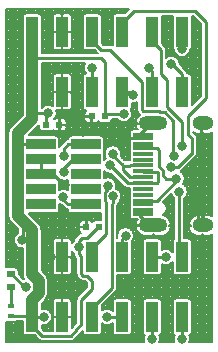
<source format=gtl>
G04 #@! TF.GenerationSoftware,KiCad,Pcbnew,5.0.1*
G04 #@! TF.CreationDate,2018-12-05T07:05:07-08:00*
G04 #@! TF.ProjectId,pmod-samd21,706D6F642D73616D6432312E6B696361,rev?*
G04 #@! TF.SameCoordinates,Original*
G04 #@! TF.FileFunction,Copper,L1,Top,Signal*
G04 #@! TF.FilePolarity,Positive*
%FSLAX46Y46*%
G04 Gerber Fmt 4.6, Leading zero omitted, Abs format (unit mm)*
G04 Created by KiCad (PCBNEW 5.0.1) date Wed 05 Dec 2018 07:05:07 AM PST*
%MOMM*%
%LPD*%
G01*
G04 APERTURE LIST*
G04 #@! TA.AperFunction,SMDPad,CuDef*
%ADD10O,1.800000X1.200000*%
G04 #@! TD*
G04 #@! TA.AperFunction,SMDPad,CuDef*
%ADD11O,2.400000X1.200000*%
G04 #@! TD*
G04 #@! TA.AperFunction,SMDPad,CuDef*
%ADD12R,1.750000X0.300000*%
G04 #@! TD*
G04 #@! TA.AperFunction,SMDPad,CuDef*
%ADD13R,2.500000X0.900000*%
G04 #@! TD*
G04 #@! TA.AperFunction,SMDPad,CuDef*
%ADD14R,1.016000X2.540000*%
G04 #@! TD*
G04 #@! TA.AperFunction,SMDPad,CuDef*
%ADD15R,0.600000X0.500000*%
G04 #@! TD*
G04 #@! TA.AperFunction,SMDPad,CuDef*
%ADD16R,0.600000X0.400000*%
G04 #@! TD*
G04 #@! TA.AperFunction,SMDPad,CuDef*
%ADD17R,0.700000X0.600000*%
G04 #@! TD*
G04 #@! TA.AperFunction,ViaPad*
%ADD18C,0.800000*%
G04 #@! TD*
G04 #@! TA.AperFunction,Conductor*
%ADD19C,0.250000*%
G04 #@! TD*
G04 #@! TA.AperFunction,Conductor*
%ADD20C,1.000000*%
G04 #@! TD*
G04 #@! TA.AperFunction,Conductor*
%ADD21C,0.200000*%
G04 #@! TD*
%ADD22C,0.200000*%
G04 APERTURE END LIST*
D10*
G04 #@! TO.P,J3,S1*
G04 #@! TO.N,GND*
X159750000Y-153545000D03*
X159750000Y-144905000D03*
D11*
X155570000Y-153545000D03*
X155570000Y-144905000D03*
D12*
G04 #@! TO.P,J3,A7*
G04 #@! TO.N,/USB_D-*
X154730000Y-148975000D03*
G04 #@! TO.P,J3,B6*
G04 #@! TO.N,/USB_D+*
X154730000Y-148475000D03*
G04 #@! TO.P,J3,A8*
G04 #@! TO.N,N/C*
X154730000Y-147975000D03*
G04 #@! TO.P,J3,B5*
X154730000Y-147475000D03*
G04 #@! TO.P,J3,B7*
G04 #@! TO.N,/USB_D-*
X154730000Y-149975000D03*
G04 #@! TO.P,J3,B8*
G04 #@! TO.N,N/C*
X154730000Y-150975000D03*
G04 #@! TO.P,J3,A5*
X154730000Y-150475000D03*
G04 #@! TO.P,J3,A6*
G04 #@! TO.N,/USB_D+*
X154730000Y-149475000D03*
G04 #@! TO.P,J3,A1*
G04 #@! TO.N,GND*
X154730000Y-152575000D03*
G04 #@! TO.P,J3,B12*
X154730000Y-152275000D03*
G04 #@! TO.P,J3,A4*
G04 #@! TO.N,VBUS*
X154730000Y-151775000D03*
G04 #@! TO.P,J3,B9*
X154730000Y-151475000D03*
G04 #@! TO.P,J3,A9*
X154730000Y-146675000D03*
G04 #@! TO.P,J3,B4*
X154730000Y-146975000D03*
G04 #@! TO.P,J3,B1*
G04 #@! TO.N,GND*
X154730000Y-146175000D03*
G04 #@! TO.P,J3,A12*
X154730000Y-145875000D03*
G04 #@! TD*
D13*
G04 #@! TO.P,JP2,9*
G04 #@! TO.N,N/C*
X146050000Y-151765000D03*
G04 #@! TO.P,JP2,10*
G04 #@! TO.N,/~RESET*
X149860000Y-151765000D03*
G04 #@! TO.P,JP2,7*
G04 #@! TO.N,N/C*
X146050000Y-150495000D03*
G04 #@! TO.P,JP2,8*
X149860000Y-150495000D03*
G04 #@! TO.P,JP2,5*
G04 #@! TO.N,GND*
X146050000Y-149225000D03*
G04 #@! TO.P,JP2,6*
G04 #@! TO.N,N/C*
X149860000Y-149225000D03*
G04 #@! TO.P,JP2,3*
G04 #@! TO.N,GND*
X146050000Y-147955000D03*
G04 #@! TO.P,JP2,4*
G04 #@! TO.N,/SWCLK*
X149860000Y-147955000D03*
G04 #@! TO.P,JP2,1*
G04 #@! TO.N,+3V3*
X146050000Y-146685000D03*
G04 #@! TO.P,JP2,2*
G04 #@! TO.N,/SWDIO*
X149860000Y-146685000D03*
G04 #@! TD*
D14*
G04 #@! TO.P,J2,12*
G04 #@! TO.N,+3V3*
X145300000Y-161290000D03*
G04 #@! TO.P,J2,6*
X145300000Y-156210000D03*
G04 #@! TO.P,J2,11*
G04 #@! TO.N,GND*
X147840000Y-161290000D03*
G04 #@! TO.P,J2,5*
X147840000Y-156210000D03*
G04 #@! TO.P,J2,10*
G04 #@! TO.N,/SER5_3*
X150380000Y-161290000D03*
G04 #@! TO.P,J2,4*
G04 #@! TO.N,/SER1_3*
X150380000Y-156210000D03*
G04 #@! TO.P,J2,9*
G04 #@! TO.N,/SER5_2*
X152920000Y-161290000D03*
G04 #@! TO.P,J2,3*
G04 #@! TO.N,/SER1_2*
X152920000Y-156210000D03*
G04 #@! TO.P,J2,8*
G04 #@! TO.N,/SER5_1*
X155460000Y-161290000D03*
G04 #@! TO.P,J2,2*
G04 #@! TO.N,/SER1_1*
X155460000Y-156210000D03*
G04 #@! TO.P,J2,7*
G04 #@! TO.N,/SER5_0*
X158000000Y-161290000D03*
G04 #@! TO.P,J2,1*
G04 #@! TO.N,/SER1_0*
X158000000Y-156210000D03*
G04 #@! TD*
G04 #@! TO.P,J1,6*
G04 #@! TO.N,+3V3*
X145300000Y-142240000D03*
G04 #@! TO.P,J1,12*
X145300000Y-137160000D03*
G04 #@! TO.P,J1,5*
G04 #@! TO.N,GND*
X147840000Y-142240000D03*
G04 #@! TO.P,J1,11*
X147840000Y-137160000D03*
G04 #@! TO.P,J1,4*
G04 #@! TO.N,/SER0_3*
X150380000Y-142240000D03*
G04 #@! TO.P,J1,10*
G04 #@! TO.N,/SER2_3*
X150380000Y-137160000D03*
G04 #@! TO.P,J1,3*
G04 #@! TO.N,/SER0_2*
X152920000Y-142240000D03*
G04 #@! TO.P,J1,9*
G04 #@! TO.N,/SER2_2*
X152920000Y-137160000D03*
G04 #@! TO.P,J1,2*
G04 #@! TO.N,/SER0_1*
X155460000Y-142240000D03*
G04 #@! TO.P,J1,8*
G04 #@! TO.N,/SER2_1*
X155460000Y-137160000D03*
G04 #@! TO.P,J1,1*
G04 #@! TO.N,/SER0_0*
X158000000Y-142240000D03*
G04 #@! TO.P,J1,7*
G04 #@! TO.N,/SER2_0*
X158000000Y-137160000D03*
G04 #@! TD*
D15*
G04 #@! TO.P,C3,1*
G04 #@! TO.N,+3V3*
X146516000Y-145034000D03*
G04 #@! TO.P,C3,2*
G04 #@! TO.N,GND*
X147616000Y-145034000D03*
G04 #@! TD*
G04 #@! TO.P,C4,1*
G04 #@! TO.N,+3V3*
X151435305Y-144310608D03*
G04 #@! TO.P,C4,2*
G04 #@! TO.N,GND*
X150335305Y-144310608D03*
G04 #@! TD*
G04 #@! TO.P,C9,1*
G04 #@! TO.N,+3V3*
X150960000Y-153670000D03*
G04 #@! TO.P,C9,2*
G04 #@! TO.N,GND*
X149860000Y-153670000D03*
G04 #@! TD*
D16*
G04 #@! TO.P,R3,1*
G04 #@! TO.N,Net-(D1-Pad2)*
X143510000Y-160332000D03*
G04 #@! TO.P,R3,2*
G04 #@! TO.N,+3V3*
X143510000Y-161232000D03*
G04 #@! TD*
D17*
G04 #@! TO.P,D1,2*
G04 #@! TO.N,Net-(D1-Pad2)*
X143510000Y-158792000D03*
G04 #@! TO.P,D1,1*
G04 #@! TO.N,Net-(D1-Pad1)*
X143510000Y-157692000D03*
G04 #@! TD*
D18*
G04 #@! TO.N,GND*
X149574246Y-158707433D03*
X149098000Y-137160000D03*
X159004000Y-138938000D03*
X159512000Y-151130000D03*
X159512000Y-155448000D03*
X146939000Y-156210000D03*
X146939000Y-154178000D03*
X148082000Y-150114000D03*
X153137710Y-158888099D03*
X149606000Y-145669000D03*
X159602010Y-147088875D03*
G04 #@! TO.N,+3V3*
X149271998Y-155399176D03*
X146304000Y-161290000D03*
X144452067Y-154798151D03*
X146671165Y-144041155D03*
X153048316Y-144110012D03*
G04 #@! TO.N,/SER2_0*
X157988000Y-138582400D03*
G04 #@! TO.N,/SER0_0*
X157092014Y-139879719D03*
G04 #@! TO.N,/SER2_1*
X158026100Y-146786600D03*
G04 #@! TO.N,/SER0_1*
X155191991Y-140208000D03*
G04 #@! TO.N,/SER2_2*
X157060450Y-148628310D03*
G04 #@! TO.N,/SER0_2*
X153814361Y-142477552D03*
G04 #@! TO.N,/SER2_3*
X157347091Y-147670259D03*
G04 #@! TO.N,/SER0_3*
X150368000Y-140208000D03*
G04 #@! TO.N,/SER5_3*
X152160021Y-151091900D03*
G04 #@! TO.N,/SER1_3*
X151726900Y-150177500D03*
G04 #@! TO.N,/SER5_2*
X151638000Y-161290000D03*
G04 #@! TO.N,/SER1_2*
X153212800Y-154406600D03*
G04 #@! TO.N,/SER5_1*
X155448000Y-163155000D03*
G04 #@! TO.N,/SER1_1*
X156629100Y-156210000D03*
G04 #@! TO.N,/SER5_0*
X157988000Y-163155000D03*
G04 #@! TO.N,/SER1_0*
X157758564Y-150683010D03*
G04 #@! TO.N,/~RESET*
X147955000Y-151130000D03*
G04 #@! TO.N,/SWCLK*
X148001660Y-149051340D03*
G04 #@! TO.N,/SWDIO*
X148005660Y-147649902D03*
G04 #@! TO.N,/USB_D+*
X152133300Y-147472400D03*
G04 #@! TO.N,/USB_D-*
X151917969Y-148460224D03*
G04 #@! TO.N,VBUS*
X157511405Y-149578371D03*
G04 #@! TO.N,Net-(D1-Pad1)*
X144743657Y-158754706D03*
G04 #@! TD*
D19*
G04 #@! TO.N,GND*
X155170000Y-145035000D02*
X154330000Y-145875000D01*
X155170000Y-144905000D02*
X155170000Y-145035000D01*
X153205000Y-146175000D02*
X153080000Y-146050000D01*
X154330000Y-146175000D02*
X153205000Y-146175000D01*
X153080000Y-146050000D02*
X152654000Y-146050000D01*
X149860000Y-152908000D02*
X149860000Y-153670000D01*
X149860000Y-152908000D02*
X148590000Y-152908000D01*
X148590000Y-152908000D02*
X147955000Y-153543000D01*
X154330000Y-152275000D02*
X154330000Y-152575000D01*
X154330000Y-152705000D02*
X155170000Y-153545000D01*
X154330000Y-152575000D02*
X154330000Y-152705000D01*
X159350000Y-153545000D02*
X159350000Y-151292000D01*
X159350000Y-151292000D02*
X159512000Y-151130000D01*
X154330000Y-145875000D02*
X154330000Y-146175000D01*
X159602010Y-146523190D02*
X159602010Y-147088875D01*
X159602010Y-145157010D02*
X159602010Y-146523190D01*
X159350000Y-144905000D02*
X159602010Y-145157010D01*
X159750000Y-153545000D02*
X159750000Y-151380700D01*
X159750000Y-151380700D02*
X159512000Y-151142700D01*
X154120000Y-153545000D02*
X153825900Y-153250900D01*
X155570000Y-153545000D02*
X154120000Y-153545000D01*
X153825900Y-153250900D02*
X153073100Y-153250900D01*
X147653659Y-149776341D02*
X147726341Y-149776341D01*
X147102318Y-149225000D02*
X147653659Y-149776341D01*
X146050000Y-149225000D02*
X147102318Y-149225000D01*
X147726341Y-149776341D02*
X148075000Y-150125000D01*
X146050000Y-147955000D02*
X146050000Y-149225000D01*
G04 #@! TO.N,+3V3*
X149271998Y-154833491D02*
X149271998Y-155399176D01*
X150960000Y-153670000D02*
X150910000Y-153670000D01*
X149490490Y-154614999D02*
X149271998Y-154833491D01*
X149965001Y-154614999D02*
X149490490Y-154614999D01*
X150910000Y-153670000D02*
X149965001Y-154614999D01*
X145242000Y-161232000D02*
X145300000Y-161290000D01*
X143510000Y-161232000D02*
X145242000Y-161232000D01*
X146304000Y-161290000D02*
X145300000Y-161290000D01*
D20*
X145300000Y-137160000D02*
X145300000Y-142240000D01*
X145300000Y-157683047D02*
X145300000Y-156210000D01*
X145843658Y-158226705D02*
X145300000Y-157683047D01*
X145843658Y-159282707D02*
X145843658Y-158226705D01*
X145300000Y-159826365D02*
X145843658Y-159282707D01*
X145300000Y-161290000D02*
X145300000Y-159826365D01*
X145300000Y-153940000D02*
X145300000Y-156210000D01*
X144099999Y-145710001D02*
X144099999Y-152739999D01*
X145300000Y-144510000D02*
X144099999Y-145710001D01*
X145300000Y-142240000D02*
X145300000Y-144510000D01*
D19*
X145300000Y-144510000D02*
X145288000Y-144498000D01*
X144522000Y-153162000D02*
X144522000Y-154436000D01*
D20*
X144099999Y-152739999D02*
X144522000Y-153162000D01*
X144522000Y-153162000D02*
X145300000Y-153940000D01*
D19*
X144522000Y-154436000D02*
X144272000Y-154686000D01*
X144272000Y-154686000D02*
X144384151Y-154798151D01*
X144384151Y-154798151D02*
X144452067Y-154798151D01*
X146516000Y-145034000D02*
X146516000Y-144196320D01*
X145288000Y-144018000D02*
X145311155Y-144041155D01*
X146516000Y-144196320D02*
X146671165Y-144041155D01*
X145311155Y-144041155D02*
X146105480Y-144041155D01*
X146105480Y-144041155D02*
X146671165Y-144041155D01*
X146133001Y-162885001D02*
X145300000Y-162052000D01*
X148608001Y-162885001D02*
X146133001Y-162885001D01*
X145300000Y-162052000D02*
X145300000Y-161290000D01*
X149479000Y-161925000D02*
X148608001Y-162885001D01*
X149271998Y-155399176D02*
X149271998Y-155964861D01*
X149271998Y-155964861D02*
X149479000Y-156171863D01*
X149479000Y-159827998D02*
X150368000Y-158938998D01*
X149479000Y-161925000D02*
X149479000Y-159827998D01*
X150368000Y-158242000D02*
X149931001Y-157805001D01*
X149931001Y-157805001D02*
X149611999Y-157805001D01*
X149611999Y-157805001D02*
X149479000Y-157672002D01*
X150368000Y-158938998D02*
X150368000Y-158242000D01*
X149479000Y-157672002D02*
X149479000Y-156210000D01*
X151435305Y-144310608D02*
X151435305Y-139738605D01*
X151435305Y-139738605D02*
X151104600Y-139407900D01*
X151104600Y-139407900D02*
X145415000Y-139407900D01*
X145300000Y-139292900D02*
X145300000Y-137160000D01*
X145415000Y-139407900D02*
X145300000Y-139292900D01*
X151635901Y-144110012D02*
X151435305Y-144310608D01*
X153048316Y-144110012D02*
X151635901Y-144110012D01*
X144550000Y-146685000D02*
X144100000Y-146235000D01*
X146050000Y-146685000D02*
X144550000Y-146685000D01*
X144100000Y-146235000D02*
X144100000Y-145725000D01*
G04 #@! TO.N,/SER2_0*
X158000000Y-137160000D02*
X158000000Y-138570400D01*
X158000000Y-138570400D02*
X157988000Y-138582400D01*
G04 #@! TO.N,/SER0_0*
X158000000Y-140720000D02*
X157159719Y-139879719D01*
X158000000Y-142240000D02*
X158000000Y-140720000D01*
X157159719Y-139879719D02*
X157092014Y-139879719D01*
G04 #@! TO.N,/SER2_1*
X156218000Y-140715120D02*
X156752090Y-141249210D01*
X156752090Y-143529979D02*
X157989110Y-144766999D01*
X157989110Y-144766999D02*
X157989110Y-146347335D01*
X156752090Y-141249210D02*
X156752090Y-143529979D01*
X155460000Y-137922000D02*
X156218000Y-138680000D01*
X155460000Y-137160000D02*
X155460000Y-137922000D01*
X157989110Y-146347335D02*
X157989110Y-146913020D01*
X156218000Y-138680000D02*
X156218000Y-140715120D01*
G04 #@! TO.N,/SER0_1*
X155460000Y-140476009D02*
X155191991Y-140208000D01*
X155460000Y-142240000D02*
X155460000Y-140476009D01*
G04 #@! TO.N,/SER2_2*
X152920000Y-137160000D02*
X152920000Y-136398000D01*
X153936000Y-135382000D02*
X156045002Y-135382000D01*
X152920000Y-136398000D02*
X153936000Y-135382000D01*
X158714112Y-147540333D02*
X157626135Y-148628310D01*
X157626135Y-148628310D02*
X157060450Y-148628310D01*
X160020000Y-142773400D02*
X158521540Y-144271860D01*
X160020000Y-136309100D02*
X160020000Y-142773400D01*
X159092900Y-135382000D02*
X160020000Y-136309100D01*
X156044900Y-135382000D02*
X159092900Y-135382000D01*
X158521540Y-144271860D02*
X158521540Y-145834240D01*
X158521540Y-145834240D02*
X158877000Y-146189700D01*
X158877000Y-146189700D02*
X158877000Y-147383500D01*
X158877000Y-147383500D02*
X158711900Y-147548600D01*
G04 #@! TO.N,/SER0_2*
X153814361Y-142376361D02*
X153814361Y-142477552D01*
X153678000Y-142240000D02*
X153814361Y-142376361D01*
X152920000Y-142240000D02*
X153678000Y-142240000D01*
G04 #@! TO.N,/SER2_3*
X151900000Y-138680000D02*
X154626999Y-141406999D01*
X154626999Y-141406999D02*
X154626999Y-143770001D01*
X151138000Y-138680000D02*
X151900000Y-138680000D01*
X154691999Y-143835001D02*
X155796030Y-143835001D01*
X150380000Y-137922000D02*
X151138000Y-138680000D01*
X154626999Y-143770001D02*
X154691999Y-143835001D01*
X150380000Y-137160000D02*
X150380000Y-137922000D01*
X155796030Y-143835001D02*
X156008162Y-143835001D01*
X156565690Y-143979990D02*
X157264100Y-144678400D01*
X156153151Y-143979990D02*
X156565690Y-143979990D01*
X156008162Y-143835001D02*
X156153151Y-143979990D01*
X157264100Y-144678400D02*
X157264100Y-145567400D01*
X157264100Y-145567400D02*
X157264100Y-147586700D01*
X157264100Y-147586700D02*
X157353000Y-147675600D01*
G04 #@! TO.N,/SER0_3*
X150368000Y-142228000D02*
X150380000Y-142240000D01*
X150368000Y-140208000D02*
X150368000Y-142228000D01*
G04 #@! TO.N,/SER5_3*
X152086999Y-151730607D02*
X152086999Y-158821001D01*
X150380000Y-160528000D02*
X150380000Y-161290000D01*
X152086999Y-158821001D02*
X150380000Y-160528000D01*
X152160021Y-151657585D02*
X152086999Y-151730607D01*
X152160021Y-151091900D02*
X152160021Y-151657585D01*
G04 #@! TO.N,/SER1_3*
X151435020Y-151439901D02*
X151585001Y-151589882D01*
X151585001Y-151589882D02*
X151585001Y-154242999D01*
X151585001Y-154242999D02*
X150380000Y-155448000D01*
X150380000Y-155448000D02*
X150380000Y-156210000D01*
X151435020Y-150743899D02*
X151435020Y-151439901D01*
X151726900Y-150177500D02*
X151726900Y-150452019D01*
X151726900Y-150452019D02*
X151435020Y-150743899D01*
G04 #@! TO.N,/SER5_2*
X151638000Y-161290000D02*
X152920000Y-161290000D01*
G04 #@! TO.N,/SER1_2*
X152920000Y-154699400D02*
X153212800Y-154406600D01*
X152920000Y-156210000D02*
X152920000Y-154699400D01*
G04 #@! TO.N,/SER5_1*
X155460000Y-163143000D02*
X155448000Y-163155000D01*
X155460000Y-161290000D02*
X155460000Y-163143000D01*
G04 #@! TO.N,/SER1_1*
X155460000Y-156210000D02*
X155460000Y-155440000D01*
X155460000Y-156210000D02*
X156629100Y-156210000D01*
G04 #@! TO.N,/SER5_0*
X157988000Y-161302000D02*
X158000000Y-161290000D01*
X157988000Y-163155000D02*
X157988000Y-161302000D01*
G04 #@! TO.N,/SER1_0*
X157758564Y-155968564D02*
X157758564Y-150683010D01*
X158000000Y-156210000D02*
X157758564Y-155968564D01*
G04 #@! TO.N,/~RESET*
X148360000Y-151765000D02*
X147950000Y-151355000D01*
X149860000Y-151765000D02*
X148360000Y-151765000D01*
X147950000Y-151355000D02*
X147950000Y-151125000D01*
G04 #@! TO.N,/SWCLK*
X148773568Y-147955000D02*
X147950000Y-148778568D01*
X149860000Y-147955000D02*
X148773568Y-147955000D01*
X147950000Y-148778568D02*
X147950000Y-149100000D01*
G04 #@! TO.N,/SWDIO*
X148360000Y-146685000D02*
X149860000Y-146685000D01*
X148005660Y-147039340D02*
X148360000Y-146685000D01*
X148005660Y-147649902D02*
X148005660Y-147039340D01*
G04 #@! TO.N,/USB_D+*
X151923182Y-147393559D02*
X153004623Y-148475000D01*
X152133300Y-147472400D02*
X151923182Y-147393559D01*
X153605000Y-148475000D02*
X153604300Y-148475700D01*
X154730000Y-148475000D02*
X153605000Y-148475000D01*
X153604300Y-148475700D02*
X153009600Y-148475700D01*
X153605000Y-149475000D02*
X153174700Y-149044700D01*
X154730000Y-149475000D02*
X153605000Y-149475000D01*
X153174700Y-149044700D02*
X153009600Y-148879600D01*
X153009600Y-148879600D02*
X153009600Y-148475700D01*
G04 #@! TO.N,/USB_D-*
X155855000Y-149975000D02*
X154730000Y-149975000D01*
X155930001Y-149899999D02*
X155855000Y-149975000D01*
X155930001Y-149064999D02*
X155930001Y-149899999D01*
X155865001Y-148999999D02*
X155930001Y-149064999D01*
X154754999Y-148999999D02*
X155865001Y-148999999D01*
X154730000Y-148975000D02*
X154754999Y-148999999D01*
X153432745Y-149975000D02*
X154330000Y-149975000D01*
X151917969Y-148460224D02*
X153432745Y-149975000D01*
G04 #@! TO.N,VBUS*
X154330000Y-146675000D02*
X154330000Y-146975000D01*
X154330000Y-151475000D02*
X154330000Y-151775000D01*
X155855000Y-151475000D02*
X157518100Y-149811900D01*
X154730000Y-151475000D02*
X155855000Y-151475000D01*
X157518100Y-149811900D02*
X157518100Y-149567900D01*
X156638708Y-149580600D02*
X157505400Y-149580600D01*
X156380012Y-149321904D02*
X156638708Y-149580600D01*
X156380012Y-148878599D02*
X156380012Y-149321904D01*
X156070300Y-148568887D02*
X156380012Y-148878599D01*
X156070300Y-147190300D02*
X156070300Y-148568887D01*
X155855000Y-146975000D02*
X156070300Y-147190300D01*
X154730000Y-146975000D02*
X155855000Y-146975000D01*
G04 #@! TO.N,Net-(D1-Pad1)*
X143560000Y-157692000D02*
X144622706Y-158754706D01*
X143510000Y-157692000D02*
X143560000Y-157692000D01*
X144622706Y-158754706D02*
X144743657Y-158754706D01*
G04 #@! TO.N,Net-(D1-Pad2)*
X143510000Y-160332000D02*
X143510000Y-158792000D01*
G04 #@! TD*
D21*
G04 #@! TO.N,GND*
X159723000Y-145605000D02*
X159777000Y-145605000D01*
X159083341Y-145795000D02*
X159345405Y-145795000D01*
X159723000Y-145795000D02*
X159777000Y-145795000D01*
X160154594Y-145795000D02*
X160534001Y-145795000D01*
X159249488Y-145985000D02*
X160534001Y-145985000D01*
X159302608Y-146175000D02*
X160534001Y-146175000D01*
X159302000Y-146365000D02*
X160534001Y-146365000D01*
X159302000Y-146555000D02*
X160534001Y-146555000D01*
X159302000Y-146745000D02*
X160534001Y-146745000D01*
X159302000Y-146935000D02*
X160534001Y-146935000D01*
X159302000Y-147125000D02*
X160534001Y-147125000D01*
X159302000Y-147315000D02*
X160534001Y-147315000D01*
X159284266Y-147505000D02*
X160534001Y-147505000D01*
X159167366Y-147695000D02*
X160534001Y-147695000D01*
X158971924Y-147885000D02*
X160534001Y-147885000D01*
X158780485Y-148075000D02*
X160534001Y-148075000D01*
X158590485Y-148265000D02*
X160534001Y-148265000D01*
X158400485Y-148455000D02*
X160534001Y-148455000D01*
X158210485Y-148645000D02*
X160534001Y-148645000D01*
X158020485Y-148835000D02*
X160534001Y-148835000D01*
X151411451Y-149025000D02*
X151503248Y-149025000D01*
X157943195Y-149025000D02*
X160534001Y-149025000D01*
X151411451Y-149215000D02*
X152071704Y-149215000D01*
X158110492Y-149215000D02*
X160534001Y-149215000D01*
X151411451Y-149405000D02*
X152261704Y-149405000D01*
X158190633Y-149405000D02*
X160534001Y-149405000D01*
X152115095Y-149595000D02*
X152451704Y-149595000D01*
X158211405Y-149595000D02*
X160534001Y-149595000D01*
X152306523Y-149785000D02*
X152641704Y-149785000D01*
X158183490Y-149785000D02*
X160534001Y-149785000D01*
X152400334Y-149975000D02*
X152831704Y-149975000D01*
X158088269Y-149975000D02*
X160534001Y-149975000D01*
X152426900Y-150165000D02*
X153021704Y-150165000D01*
X158230504Y-150165000D02*
X160534001Y-150165000D01*
X152405306Y-150355000D02*
X153242101Y-150355000D01*
X158380373Y-150355000D02*
X160534001Y-150355000D01*
X152601495Y-150545000D02*
X153553549Y-150545000D01*
X158444826Y-150545000D02*
X160534001Y-150545000D01*
X152763431Y-150735000D02*
X153568803Y-150735000D01*
X158458564Y-150735000D02*
X160534001Y-150735000D01*
X152840536Y-150925000D02*
X153553549Y-150925000D01*
X157006040Y-150925000D02*
X157101125Y-150925000D01*
X158416002Y-150925000D02*
X160534001Y-150925000D01*
X152860021Y-151115000D02*
X153553549Y-151115000D01*
X156816040Y-151115000D02*
X157205327Y-151115000D01*
X158311800Y-151115000D02*
X160534001Y-151115000D01*
X152829426Y-151305000D02*
X153555519Y-151305000D01*
X156626040Y-151305000D02*
X157333565Y-151305000D01*
X158183564Y-151305000D02*
X160534001Y-151305000D01*
X152732561Y-151495000D02*
X153553549Y-151495000D01*
X156436040Y-151495000D02*
X157333565Y-151495000D01*
X158183564Y-151495000D02*
X160534001Y-151495000D01*
X152584376Y-151685000D02*
X153553549Y-151685000D01*
X156523883Y-151685000D02*
X157333565Y-151685000D01*
X158183564Y-151685000D02*
X160534001Y-151685000D01*
X152525712Y-151875000D02*
X153553549Y-151875000D01*
X156647084Y-151875000D02*
X157333565Y-151875000D01*
X158183564Y-151875000D02*
X160534001Y-151875000D01*
X152511999Y-152065000D02*
X153561058Y-152065000D01*
X156695000Y-152065000D02*
X157333565Y-152065000D01*
X158183564Y-152065000D02*
X160534001Y-152065000D01*
X152511999Y-152255000D02*
X153607784Y-152255000D01*
X156679396Y-152255000D02*
X157333565Y-152255000D01*
X158183564Y-152255000D02*
X160534001Y-152255000D01*
X152511999Y-152445000D02*
X153555000Y-152445000D01*
X156601181Y-152445000D02*
X157333565Y-152445000D01*
X158183564Y-152445000D02*
X160534001Y-152445000D01*
X152511999Y-152635000D02*
X153597000Y-152635000D01*
X156416735Y-152635000D02*
X157333565Y-152635000D01*
X158183564Y-152635000D02*
X160534001Y-152635000D01*
X152511999Y-152825000D02*
X153571703Y-152825000D01*
X156707737Y-152825000D02*
X157333565Y-152825000D01*
X158183564Y-152825000D02*
X158912264Y-152825000D01*
X159723000Y-152825000D02*
X159777000Y-152825000D01*
X152511999Y-153015000D02*
X153775179Y-153015000D01*
X156892859Y-153015000D02*
X157333565Y-153015000D01*
X158183564Y-153015000D02*
X158727142Y-153015000D01*
X152511999Y-153205000D02*
X154138371Y-153205000D01*
X157001630Y-153205000D02*
X157333565Y-153205000D01*
X158183564Y-153205000D02*
X158618371Y-153205000D01*
X152511999Y-153395000D02*
X154093105Y-153395000D01*
X157046894Y-153395000D02*
X157333565Y-153395000D01*
X158183564Y-153395000D02*
X158573105Y-153395000D01*
X152511999Y-153585000D02*
X154139911Y-153585000D01*
X157000090Y-153585000D02*
X157333565Y-153585000D01*
X158183564Y-153585000D02*
X158619911Y-153585000D01*
X152511999Y-153775000D02*
X152908430Y-153775000D01*
X153517171Y-153775000D02*
X154103188Y-153775000D01*
X157036811Y-153775000D02*
X157333565Y-153775000D01*
X158183564Y-153775000D02*
X158583188Y-153775000D01*
X152511999Y-153965000D02*
X152665985Y-153965000D01*
X153759616Y-153965000D02*
X154178094Y-153965000D01*
X156961905Y-153965000D02*
X157333565Y-153965000D01*
X158183564Y-153965000D02*
X158658094Y-153965000D01*
X152511999Y-154155000D02*
X152559342Y-154155000D01*
X153866259Y-154155000D02*
X154308876Y-154155000D01*
X156831123Y-154155000D02*
X157333565Y-154155000D01*
X158183564Y-154155000D02*
X158788876Y-154155000D01*
X152511999Y-154345000D02*
X152512800Y-154345000D01*
X153912800Y-154345000D02*
X154563760Y-154345000D01*
X155543000Y-154345000D02*
X155597000Y-154345000D01*
X156576239Y-154345000D02*
X157333565Y-154345000D01*
X158183564Y-154345000D02*
X159043760Y-154345000D01*
X159723000Y-154345000D02*
X159777000Y-154345000D01*
X160456239Y-154345000D02*
X160534000Y-154345000D01*
X152511999Y-154535000D02*
X152524626Y-154535000D01*
X153900973Y-154535000D02*
X157333565Y-154535000D01*
X158183564Y-154535000D02*
X160534000Y-154535000D01*
X153838588Y-154725000D02*
X154741087Y-154725000D01*
X156178914Y-154725000D02*
X157281087Y-154725000D01*
X158718914Y-154725000D02*
X160534000Y-154725000D01*
X153726990Y-154915000D02*
X154653012Y-154915000D01*
X156266989Y-154915000D02*
X157193012Y-154915000D01*
X158806989Y-154915000D02*
X160534000Y-154915000D01*
X153729451Y-155105000D02*
X154650549Y-155105000D01*
X156269451Y-155105000D02*
X157190549Y-155105000D01*
X158809451Y-155105000D02*
X160534000Y-155105000D01*
X153729451Y-155295000D02*
X154650549Y-155295000D01*
X156269451Y-155295000D02*
X157190549Y-155295000D01*
X158809451Y-155295000D02*
X160534000Y-155295000D01*
X153729451Y-155485000D02*
X154650549Y-155485000D01*
X156269451Y-155485000D02*
X157190549Y-155485000D01*
X158809451Y-155485000D02*
X160534000Y-155485000D01*
X153729451Y-155675000D02*
X154650549Y-155675000D01*
X157084050Y-155675000D02*
X157190549Y-155675000D01*
X158809451Y-155675000D02*
X160534000Y-155675000D01*
X153729451Y-155865000D02*
X154650549Y-155865000D01*
X158809451Y-155865000D02*
X160534000Y-155865000D01*
X153729451Y-156055000D02*
X154650549Y-156055000D01*
X158809451Y-156055000D02*
X160534000Y-156055000D01*
X153729451Y-156245000D02*
X154650549Y-156245000D01*
X158809451Y-156245000D02*
X160534000Y-156245000D01*
X153729451Y-156435000D02*
X154650549Y-156435000D01*
X158809451Y-156435000D02*
X160534000Y-156435000D01*
X153729451Y-156625000D02*
X154650549Y-156625000D01*
X158809451Y-156625000D02*
X160534000Y-156625000D01*
X153729451Y-156815000D02*
X154650549Y-156815000D01*
X156269451Y-156815000D02*
X156274579Y-156815000D01*
X156983620Y-156815000D02*
X157190549Y-156815000D01*
X158809451Y-156815000D02*
X160534000Y-156815000D01*
X153729451Y-157005000D02*
X154650549Y-157005000D01*
X156269451Y-157005000D02*
X157190549Y-157005000D01*
X158809451Y-157005000D02*
X160534000Y-157005000D01*
X153729451Y-157195000D02*
X154650549Y-157195000D01*
X156269451Y-157195000D02*
X157190549Y-157195000D01*
X158809451Y-157195000D02*
X160534000Y-157195000D01*
X153729451Y-157385000D02*
X154650549Y-157385000D01*
X156269451Y-157385000D02*
X157190549Y-157385000D01*
X158809451Y-157385000D02*
X160534000Y-157385000D01*
X153712680Y-157575000D02*
X154667319Y-157575000D01*
X156252680Y-157575000D02*
X157207319Y-157575000D01*
X158792680Y-157575000D02*
X160534000Y-157575000D01*
X153521946Y-157765000D02*
X154858053Y-157765000D01*
X156061946Y-157765000D02*
X157398053Y-157765000D01*
X158601946Y-157765000D02*
X160534000Y-157765000D01*
X152511999Y-157955000D02*
X160534000Y-157955000D01*
X152511999Y-158145000D02*
X160534000Y-158145000D01*
X152511999Y-158335000D02*
X160534000Y-158335000D01*
X152511999Y-158525000D02*
X160534000Y-158525000D01*
X152511999Y-158715000D02*
X160534000Y-158715000D01*
X152505641Y-158905000D02*
X160534000Y-158905000D01*
X152411931Y-159095000D02*
X160534000Y-159095000D01*
X152224040Y-159285000D02*
X160534000Y-159285000D01*
X152034040Y-159475000D02*
X160534000Y-159475000D01*
X151844040Y-159665000D02*
X160534000Y-159665000D01*
X151654040Y-159855000D02*
X152160030Y-159855000D01*
X153679971Y-159855000D02*
X154700030Y-159855000D01*
X156219971Y-159855000D02*
X157240030Y-159855000D01*
X158759971Y-159855000D02*
X160534000Y-159855000D01*
X151464040Y-160045000D02*
X152110549Y-160045000D01*
X153729451Y-160045000D02*
X154650549Y-160045000D01*
X156269451Y-160045000D02*
X157190549Y-160045000D01*
X158809451Y-160045000D02*
X160534000Y-160045000D01*
X151274040Y-160235000D02*
X152110549Y-160235000D01*
X153729451Y-160235000D02*
X154650549Y-160235000D01*
X156269451Y-160235000D02*
X157190549Y-160235000D01*
X158809451Y-160235000D02*
X160534000Y-160235000D01*
X151189451Y-160425000D02*
X152110549Y-160425000D01*
X153729451Y-160425000D02*
X154650549Y-160425000D01*
X156269451Y-160425000D02*
X157190549Y-160425000D01*
X158809451Y-160425000D02*
X160534000Y-160425000D01*
X151189451Y-160615000D02*
X151443375Y-160615000D01*
X151832626Y-160615000D02*
X152110549Y-160615000D01*
X153729451Y-160615000D02*
X154650549Y-160615000D01*
X156269451Y-160615000D02*
X157190549Y-160615000D01*
X158809451Y-160615000D02*
X160534000Y-160615000D01*
X153729451Y-160805000D02*
X154650549Y-160805000D01*
X156269451Y-160805000D02*
X157190549Y-160805000D01*
X158809451Y-160805000D02*
X160534000Y-160805000D01*
X153729451Y-160995000D02*
X154650549Y-160995000D01*
X156269451Y-160995000D02*
X157190549Y-160995000D01*
X158809451Y-160995000D02*
X160534000Y-160995000D01*
X153729451Y-161185000D02*
X154650549Y-161185000D01*
X156269451Y-161185000D02*
X157190549Y-161185000D01*
X158809451Y-161185000D02*
X160534000Y-161185000D01*
X153729451Y-161375000D02*
X154650549Y-161375000D01*
X156269451Y-161375000D02*
X157190549Y-161375000D01*
X158809451Y-161375000D02*
X160534000Y-161375000D01*
X153729451Y-161565000D02*
X154650549Y-161565000D01*
X156269451Y-161565000D02*
X157190549Y-161565000D01*
X158809451Y-161565000D02*
X160534000Y-161565000D01*
X143123000Y-161755000D02*
X144490549Y-161755000D01*
X153729451Y-161755000D02*
X154650549Y-161755000D01*
X156269451Y-161755000D02*
X157190549Y-161755000D01*
X158809451Y-161755000D02*
X160534000Y-161755000D01*
X143123000Y-161945000D02*
X144490549Y-161945000D01*
X151189451Y-161945000D02*
X151390122Y-161945000D01*
X151885877Y-161945000D02*
X152110549Y-161945000D01*
X153729451Y-161945000D02*
X154650549Y-161945000D01*
X156269451Y-161945000D02*
X157190549Y-161945000D01*
X158809451Y-161945000D02*
X160534000Y-161945000D01*
X143123000Y-162135000D02*
X144490549Y-162135000D01*
X151189451Y-162135000D02*
X152110549Y-162135000D01*
X153729451Y-162135000D02*
X154650549Y-162135000D01*
X156269451Y-162135000D02*
X157190549Y-162135000D01*
X158809451Y-162135000D02*
X160534000Y-162135000D01*
X143123000Y-162325000D02*
X144490549Y-162325000D01*
X151189451Y-162325000D02*
X152110549Y-162325000D01*
X153729451Y-162325000D02*
X154650549Y-162325000D01*
X156269451Y-162325000D02*
X157190549Y-162325000D01*
X158809451Y-162325000D02*
X160534000Y-162325000D01*
X143123000Y-162515000D02*
X144490549Y-162515000D01*
X149517555Y-162515000D02*
X149570549Y-162515000D01*
X151189451Y-162515000D02*
X152110549Y-162515000D01*
X153729451Y-162515000D02*
X154650549Y-162515000D01*
X156269451Y-162515000D02*
X157190549Y-162515000D01*
X158809451Y-162515000D02*
X160534000Y-162515000D01*
X143123000Y-162705000D02*
X144529338Y-162705000D01*
X149345169Y-162705000D02*
X149609338Y-162705000D01*
X151150661Y-162705000D02*
X152149338Y-162705000D01*
X153690661Y-162705000D02*
X154689338Y-162705000D01*
X156230661Y-162705000D02*
X157229338Y-162705000D01*
X158770661Y-162705000D02*
X160534000Y-162705000D01*
X143123000Y-162895000D02*
X145541959Y-162895000D01*
X149172784Y-162895000D02*
X154798022Y-162895000D01*
X156097979Y-162895000D02*
X157338022Y-162895000D01*
X158637979Y-162895000D02*
X160534000Y-162895000D01*
X143123000Y-163085000D02*
X145731959Y-163085000D01*
X149000399Y-163085000D02*
X154748211Y-163085000D01*
X156147790Y-163085000D02*
X157288211Y-163085000D01*
X158687790Y-163085000D02*
X160534000Y-163085000D01*
X143123000Y-163275000D02*
X145961063Y-163275000D01*
X148779939Y-163275000D02*
X154758155Y-163275000D01*
X156137844Y-163275000D02*
X157298155Y-163275000D01*
X158677844Y-163275000D02*
X160534000Y-163275000D01*
X160534001Y-145660388D02*
X160534001Y-145660388D01*
X160344001Y-145751511D02*
X160344001Y-152698490D01*
X160344001Y-154391511D02*
X160344001Y-163455000D01*
X160154001Y-145795077D02*
X160154001Y-152654924D01*
X160154001Y-154435077D02*
X160154001Y-163455000D01*
X159964001Y-145805000D02*
X159964001Y-152645000D01*
X159964001Y-154445000D02*
X159964001Y-163455000D01*
X159774001Y-145605000D02*
X159774001Y-152845000D01*
X159774001Y-154245000D02*
X159774001Y-163455000D01*
X159584001Y-145805000D02*
X159584001Y-152645000D01*
X159584001Y-154445000D02*
X159584001Y-163455000D01*
X159394001Y-145801262D02*
X159394001Y-152648737D01*
X159394001Y-154441262D02*
X159394001Y-163455000D01*
X159204001Y-145767658D02*
X159204001Y-145918222D01*
X159204001Y-147654979D02*
X159204001Y-152682341D01*
X159204001Y-154407658D02*
X159204001Y-163455000D01*
X159014001Y-145687927D02*
X159014001Y-145725661D01*
X159014001Y-147847539D02*
X159014001Y-152762073D01*
X159014001Y-154327926D02*
X159014001Y-163455000D01*
X158824001Y-148031485D02*
X158824001Y-152901977D01*
X158824001Y-154188022D02*
X158824001Y-163455000D01*
X158634001Y-148221485D02*
X158634001Y-153173522D01*
X158634001Y-153518000D02*
X158634001Y-153572000D01*
X158634001Y-153916477D02*
X158634001Y-154667184D01*
X158634001Y-157752817D02*
X158634001Y-159747184D01*
X158634001Y-162832817D02*
X158634001Y-162885397D01*
X158634001Y-163424603D02*
X158634001Y-163455000D01*
X158444001Y-148411485D02*
X158444001Y-150540855D01*
X158444001Y-150825166D02*
X158444001Y-154638549D01*
X158444001Y-157781451D02*
X158444001Y-159718549D01*
X158254001Y-148601485D02*
X158254001Y-150188497D01*
X158254001Y-151177523D02*
X158254001Y-154638549D01*
X158254001Y-157781451D02*
X158254001Y-159718549D01*
X158064001Y-148791485D02*
X158064001Y-149145423D01*
X158064001Y-150011320D02*
X158064001Y-150051853D01*
X158064001Y-157781451D02*
X158064001Y-159718549D01*
X157874001Y-148974690D02*
X157874001Y-148978768D01*
X157874001Y-157781451D02*
X157874001Y-159718549D01*
X157684001Y-157781451D02*
X157684001Y-159718549D01*
X157494001Y-157781451D02*
X157494001Y-159718549D01*
X157304001Y-151218397D02*
X157304001Y-154706194D01*
X157304001Y-157713805D02*
X157304001Y-159786194D01*
X157304001Y-162793805D02*
X157304001Y-163005615D01*
X157304001Y-163304384D02*
X157304001Y-163455000D01*
X157114001Y-150956084D02*
X157114001Y-155704951D01*
X157114001Y-156715049D02*
X157114001Y-163455000D01*
X156924001Y-151007039D02*
X156924001Y-153055358D01*
X156924001Y-153518000D02*
X156924001Y-153572000D01*
X156924001Y-154034643D02*
X156924001Y-155574478D01*
X156924001Y-156845523D02*
X156924001Y-163455000D01*
X156734001Y-151197039D02*
X156734001Y-152847907D01*
X156734001Y-154242094D02*
X156734001Y-155517153D01*
X156734001Y-156902848D02*
X156734001Y-163455000D01*
X156544001Y-151387039D02*
X156544001Y-151705118D01*
X156544001Y-152524882D02*
X156544001Y-152726505D01*
X156544001Y-154363496D02*
X156544001Y-155513213D01*
X156544001Y-156906786D02*
X156544001Y-163455000D01*
X156354001Y-154424767D02*
X156354001Y-155566275D01*
X156354001Y-156853724D02*
X156354001Y-163455000D01*
X156164001Y-154445000D02*
X156164001Y-154712762D01*
X156164001Y-157707239D02*
X156164001Y-159792762D01*
X156164001Y-162787239D02*
X156164001Y-163455000D01*
X155974001Y-154445000D02*
X155974001Y-154639141D01*
X155974001Y-157780860D02*
X155974001Y-159719141D01*
X155784001Y-154445000D02*
X155784001Y-154638549D01*
X155784001Y-157781451D02*
X155784001Y-159718549D01*
X155594001Y-154245000D02*
X155594001Y-154638549D01*
X155594001Y-157781451D02*
X155594001Y-159718549D01*
X155404001Y-154445000D02*
X155404001Y-154638549D01*
X155404001Y-157781451D02*
X155404001Y-159718549D01*
X155214001Y-154445000D02*
X155214001Y-154638549D01*
X155214001Y-157781451D02*
X155214001Y-159718549D01*
X155024001Y-154445000D02*
X155024001Y-154638549D01*
X155024001Y-157781451D02*
X155024001Y-159718549D01*
X154834001Y-154430952D02*
X154834001Y-154662906D01*
X154834001Y-157757093D02*
X154834001Y-159742906D01*
X154644001Y-154380745D02*
X154644001Y-163455000D01*
X154454001Y-154282029D02*
X154454001Y-163455000D01*
X154264001Y-153518000D02*
X154264001Y-153572000D01*
X154264001Y-154096847D02*
X154264001Y-163455000D01*
X154074001Y-153025000D02*
X154074001Y-163455000D01*
X153884001Y-153025000D02*
X153884001Y-154197836D01*
X153884001Y-154615365D02*
X153884001Y-163455000D01*
X153694001Y-152978230D02*
X153694001Y-153897851D01*
X153694001Y-157618752D02*
X153694001Y-159881249D01*
X153694001Y-162698752D02*
X153694001Y-163455000D01*
X153504001Y-150400000D02*
X153504001Y-153769546D01*
X153504001Y-157770444D02*
X153504001Y-159729557D01*
X153504001Y-162850444D02*
X153504001Y-163455000D01*
X153314001Y-150383102D02*
X153314001Y-153713017D01*
X153314001Y-157781451D02*
X153314001Y-159718549D01*
X153314001Y-162861451D02*
X153314001Y-163455000D01*
X153124001Y-150268724D02*
X153124001Y-153710549D01*
X153124001Y-157781451D02*
X153124001Y-159718549D01*
X153124001Y-162861451D02*
X153124001Y-163455000D01*
X152934001Y-150077296D02*
X152934001Y-153764408D01*
X152934001Y-157781451D02*
X152934001Y-159718549D01*
X152934001Y-162861451D02*
X152934001Y-163455000D01*
X152744001Y-149887296D02*
X152744001Y-150705921D01*
X152744001Y-151477880D02*
X152744001Y-153885449D01*
X152744001Y-157781451D02*
X152744001Y-159718549D01*
X152744001Y-162861451D02*
X152744001Y-163455000D01*
X152554001Y-149697296D02*
X152554001Y-150513266D01*
X152554001Y-151822075D02*
X152554001Y-154167894D01*
X152554001Y-157781451D02*
X152554001Y-159718549D01*
X152554001Y-162861451D02*
X152554001Y-163455000D01*
X152364001Y-149507296D02*
X152364001Y-149886411D01*
X152364001Y-159145040D02*
X152364001Y-159723276D01*
X152364001Y-162856723D02*
X152364001Y-163455000D01*
X152174001Y-149317296D02*
X152174001Y-149634651D01*
X152174001Y-159335040D02*
X152174001Y-159837111D01*
X152174001Y-162742888D02*
X152174001Y-163455000D01*
X151984001Y-149160224D02*
X151984001Y-149526321D01*
X151984001Y-159525040D02*
X151984001Y-160679308D01*
X151984001Y-161900693D02*
X151984001Y-163455000D01*
X151794001Y-149149278D02*
X151794001Y-149477500D01*
X151794001Y-159715040D02*
X151794001Y-160607318D01*
X151794001Y-161972683D02*
X151794001Y-163455000D01*
X151604001Y-149087848D02*
X151604001Y-149488232D01*
X151604001Y-159905040D02*
X151604001Y-160590000D01*
X151604001Y-161990000D02*
X151604001Y-163455000D01*
X151414001Y-148946206D02*
X151414001Y-149549432D01*
X151414001Y-160095040D02*
X151414001Y-160625109D01*
X151414001Y-161954890D02*
X151414001Y-163455000D01*
X151224001Y-160285040D02*
X151224001Y-160724742D01*
X151224001Y-161855257D02*
X151224001Y-163455000D01*
X151034001Y-162822127D02*
X151034001Y-163455000D01*
X150844001Y-162861451D02*
X150844001Y-163455000D01*
X150654001Y-162861451D02*
X150654001Y-163455000D01*
X150464001Y-162861451D02*
X150464001Y-163455000D01*
X150274001Y-162861451D02*
X150274001Y-163455000D01*
X150084001Y-162861451D02*
X150084001Y-163455000D01*
X149894001Y-162861451D02*
X149894001Y-163455000D01*
X149704001Y-162810218D02*
X149704001Y-163455000D01*
X149514001Y-162518918D02*
X149514001Y-163455000D01*
X149324001Y-162728333D02*
X149324001Y-163455000D01*
X149134001Y-162937747D02*
X149134001Y-163455000D01*
X148944001Y-163147162D02*
X148944001Y-163455000D01*
X148754001Y-163284836D02*
X148754001Y-163455000D01*
X148564001Y-163310001D02*
X148564001Y-163455000D01*
X148374001Y-163310001D02*
X148374001Y-163455000D01*
X148184001Y-163310001D02*
X148184001Y-163455000D01*
X147994001Y-163310001D02*
X147994001Y-163455000D01*
X147804001Y-163310001D02*
X147804001Y-163455000D01*
X147614001Y-163310001D02*
X147614001Y-163455000D01*
X147424001Y-163310001D02*
X147424001Y-163455000D01*
X147234001Y-163310001D02*
X147234001Y-163455000D01*
X147044001Y-163310001D02*
X147044001Y-163455000D01*
X146854001Y-163310001D02*
X146854001Y-163455000D01*
X146664001Y-163310001D02*
X146664001Y-163455000D01*
X146474001Y-163310001D02*
X146474001Y-163455000D01*
X146284001Y-163310001D02*
X146284001Y-163455000D01*
X146094001Y-163308215D02*
X146094001Y-163455000D01*
X145904001Y-163244499D02*
X145904001Y-163455000D01*
X145714001Y-163067042D02*
X145714001Y-163455000D01*
X145524001Y-162877042D02*
X145524001Y-163455000D01*
X145334001Y-162861451D02*
X145334001Y-163455000D01*
X145144001Y-162861451D02*
X145144001Y-163455000D01*
X144954001Y-162861451D02*
X144954001Y-163455000D01*
X144764001Y-162858693D02*
X144764001Y-163455000D01*
X144574001Y-162767259D02*
X144574001Y-163455000D01*
X144384001Y-161657000D02*
X144384001Y-163455000D01*
X144194001Y-161657000D02*
X144194001Y-163455000D01*
X144004001Y-161660880D02*
X144004001Y-163455000D01*
X143814001Y-161733057D02*
X143814001Y-163455000D01*
X143624001Y-161733451D02*
X143624001Y-163455000D01*
X143434001Y-161733451D02*
X143434001Y-163455000D01*
X143244001Y-161733451D02*
X143244001Y-163455000D01*
X147601451Y-151735649D02*
X147601451Y-151735649D01*
X147601451Y-151925649D02*
X147919609Y-151925649D01*
X147601451Y-152115649D02*
X148117335Y-152115649D01*
X147586000Y-152305649D02*
X148323999Y-152305649D01*
X147408289Y-152495649D02*
X148501710Y-152495649D01*
X145177020Y-152685649D02*
X151160001Y-152685649D01*
X145367020Y-152875649D02*
X151160001Y-152875649D01*
X145557020Y-153065649D02*
X151160001Y-153065649D01*
X145747020Y-153255649D02*
X149309009Y-153255649D01*
X149833000Y-153255649D02*
X149887000Y-153255649D01*
X145929211Y-153445649D02*
X149260000Y-153445649D01*
X149833000Y-153445649D02*
X149887000Y-153445649D01*
X146043674Y-153635649D02*
X149327649Y-153635649D01*
X149833000Y-153635649D02*
X149887000Y-153635649D01*
X146092608Y-153825649D02*
X149260000Y-153825649D01*
X146100000Y-154015649D02*
X149274901Y-154015649D01*
X146100000Y-154205649D02*
X149375859Y-154205649D01*
X146100000Y-154395649D02*
X149108800Y-154395649D01*
X146100000Y-154585649D02*
X148925600Y-154585649D01*
X146100000Y-154775649D02*
X147081009Y-154775649D01*
X147813000Y-154775649D02*
X147867000Y-154775649D01*
X148598992Y-154775649D02*
X148850640Y-154775649D01*
X146109451Y-154965649D02*
X147032000Y-154965649D01*
X147813000Y-154965649D02*
X147867000Y-154965649D01*
X148648000Y-154965649D02*
X148719789Y-154965649D01*
X146109451Y-155155649D02*
X147032000Y-155155649D01*
X147813000Y-155155649D02*
X147867000Y-155155649D01*
X146109451Y-155345649D02*
X147032000Y-155345649D01*
X147813000Y-155345649D02*
X147867000Y-155345649D01*
X146109451Y-155535649D02*
X147032000Y-155535649D01*
X147813000Y-155535649D02*
X147867000Y-155535649D01*
X146109451Y-155725649D02*
X147032000Y-155725649D01*
X147813000Y-155725649D02*
X147867000Y-155725649D01*
X148648000Y-155725649D02*
X148649553Y-155725649D01*
X146109451Y-155915649D02*
X147032000Y-155915649D01*
X147813000Y-155915649D02*
X147867000Y-155915649D01*
X148648000Y-155915649D02*
X148798521Y-155915649D01*
X146109451Y-156105649D02*
X147032000Y-156105649D01*
X147813000Y-156105649D02*
X147867000Y-156105649D01*
X148648000Y-156105649D02*
X148870583Y-156105649D01*
X146109451Y-156295649D02*
X147048351Y-156295649D01*
X147813000Y-156295649D02*
X147867000Y-156295649D01*
X148631649Y-156295649D02*
X149001746Y-156295649D01*
X146109451Y-156485649D02*
X147032000Y-156485649D01*
X147813000Y-156485649D02*
X147867000Y-156485649D01*
X148648000Y-156485649D02*
X149054001Y-156485649D01*
X146109451Y-156675649D02*
X147032000Y-156675649D01*
X147813000Y-156675649D02*
X147867000Y-156675649D01*
X148648000Y-156675649D02*
X149054001Y-156675649D01*
X146109451Y-156865649D02*
X147032000Y-156865649D01*
X147813000Y-156865649D02*
X147867000Y-156865649D01*
X148648000Y-156865649D02*
X149054001Y-156865649D01*
X146109451Y-157055649D02*
X147032000Y-157055649D01*
X147813000Y-157055649D02*
X147867000Y-157055649D01*
X148648000Y-157055649D02*
X149054001Y-157055649D01*
X146109451Y-157245649D02*
X147032000Y-157245649D01*
X147813000Y-157245649D02*
X147867000Y-157245649D01*
X148648000Y-157245649D02*
X149054001Y-157245649D01*
X146183973Y-157435649D02*
X147032000Y-157435649D01*
X147813000Y-157435649D02*
X147867000Y-157435649D01*
X148648000Y-157435649D02*
X149054001Y-157435649D01*
X146373973Y-157625649D02*
X147068512Y-157625649D01*
X147813000Y-157625649D02*
X147867000Y-157625649D01*
X148611487Y-157625649D02*
X149054001Y-157625649D01*
X146531054Y-157815649D02*
X149078452Y-157815649D01*
X146612599Y-158005649D02*
X149211607Y-158005649D01*
X146644470Y-158195649D02*
X149441275Y-158195649D01*
X146643658Y-158385649D02*
X149910609Y-158385649D01*
X146643658Y-158575649D02*
X149943001Y-158575649D01*
X146643658Y-158765649D02*
X149940309Y-158765649D01*
X146643658Y-158955649D02*
X149750309Y-158955649D01*
X146643658Y-159145649D02*
X149560309Y-159145649D01*
X146642313Y-159335649D02*
X149370309Y-159335649D01*
X146605959Y-159525649D02*
X149177484Y-159525649D01*
X146519355Y-159715649D02*
X149068959Y-159715649D01*
X146352086Y-159905649D02*
X147054649Y-159905649D01*
X147813000Y-159905649D02*
X147867000Y-159905649D01*
X148625352Y-159905649D02*
X149054001Y-159905649D01*
X146162086Y-160095649D02*
X147032000Y-160095649D01*
X147813000Y-160095649D02*
X147867000Y-160095649D01*
X148648000Y-160095649D02*
X149054001Y-160095649D01*
X146109451Y-160285649D02*
X147032000Y-160285649D01*
X147813000Y-160285649D02*
X147867000Y-160285649D01*
X148648000Y-160285649D02*
X149054001Y-160285649D01*
X146109451Y-160475649D02*
X147032000Y-160475649D01*
X147813000Y-160475649D02*
X147867000Y-160475649D01*
X148648000Y-160475649D02*
X149054001Y-160475649D01*
X146625872Y-160665649D02*
X147032000Y-160665649D01*
X147813000Y-160665649D02*
X147867000Y-160665649D01*
X148648000Y-160665649D02*
X149054001Y-160665649D01*
X146855660Y-160855649D02*
X147032000Y-160855649D01*
X147813000Y-160855649D02*
X147867000Y-160855649D01*
X148648000Y-160855649D02*
X149054001Y-160855649D01*
X146960461Y-161045649D02*
X147032000Y-161045649D01*
X147813000Y-161045649D02*
X147867000Y-161045649D01*
X148648000Y-161045649D02*
X149054001Y-161045649D01*
X147004000Y-161235649D02*
X147079649Y-161235649D01*
X147813000Y-161235649D02*
X147867000Y-161235649D01*
X148600351Y-161235649D02*
X149054001Y-161235649D01*
X146990731Y-161425649D02*
X147032000Y-161425649D01*
X148648000Y-161425649D02*
X149054001Y-161425649D01*
X146926786Y-161615649D02*
X147032000Y-161615649D01*
X148648000Y-161615649D02*
X149054001Y-161615649D01*
X146778301Y-161805649D02*
X147032000Y-161805649D01*
X148648000Y-161805649D02*
X149013430Y-161805649D01*
X146109451Y-161995649D02*
X147032000Y-161995649D01*
X148648000Y-161995649D02*
X148841045Y-161995649D01*
X146109451Y-162185649D02*
X147032000Y-162185649D01*
X148648000Y-162185649D02*
X148668660Y-162185649D01*
X146224690Y-162375649D02*
X147032000Y-162375649D01*
X151160002Y-153118549D02*
X151160002Y-153118549D01*
X150970002Y-152516451D02*
X150970002Y-153118549D01*
X150780002Y-152516451D02*
X150780002Y-153118549D01*
X150590002Y-152516451D02*
X150590002Y-153127734D01*
X150400002Y-152516451D02*
X150400002Y-153239203D01*
X150210002Y-152516451D02*
X150210002Y-153124069D01*
X150020002Y-152516451D02*
X150020002Y-153120000D01*
X149830002Y-152516451D02*
X149830002Y-153192002D01*
X149830002Y-153643000D02*
X149830002Y-153697000D01*
X149830002Y-158305042D02*
X149830002Y-158875955D01*
X149640002Y-152516451D02*
X149640002Y-153120000D01*
X149640002Y-153643000D02*
X149640002Y-153697000D01*
X149640002Y-158230001D02*
X149640002Y-159065955D01*
X149450002Y-152516451D02*
X149450002Y-153140845D01*
X149450002Y-153643000D02*
X149450002Y-153697000D01*
X149450002Y-158199982D02*
X149450002Y-159255955D01*
X149260002Y-152516451D02*
X149260002Y-153390441D01*
X149260002Y-153568002D02*
X149260002Y-153771998D01*
X149260002Y-153949558D02*
X149260002Y-154256295D01*
X149260002Y-158054044D02*
X149260002Y-159445955D01*
X149070002Y-152516451D02*
X149070002Y-153390452D01*
X149070002Y-153390452D02*
X149070002Y-154434447D01*
X149070002Y-157787792D02*
X149070002Y-159712207D01*
X148880002Y-152516451D02*
X148880002Y-153390452D01*
X148880002Y-153390452D02*
X148880002Y-154665290D01*
X148880002Y-156133060D02*
X148880002Y-161952710D01*
X148690002Y-152516451D02*
X148690002Y-153390452D01*
X148690002Y-153390452D02*
X148690002Y-155010227D01*
X148690002Y-155788124D02*
X148690002Y-162162126D01*
X148500002Y-152495130D02*
X148500002Y-153390452D01*
X148500002Y-153390452D02*
X148500002Y-154680758D01*
X148500002Y-156183000D02*
X148500002Y-156237000D01*
X148500002Y-157739243D02*
X148500002Y-159760758D01*
X148500002Y-161263000D02*
X148500002Y-161317000D01*
X148310002Y-152229753D02*
X148310002Y-153390452D01*
X148310002Y-153390452D02*
X148310002Y-154640000D01*
X148310002Y-156183000D02*
X148310002Y-156237000D01*
X148310002Y-157780000D02*
X148310002Y-159720000D01*
X148310002Y-161263000D02*
X148310002Y-161317000D01*
X148120002Y-152117836D02*
X148120002Y-153390452D01*
X148120002Y-153390452D02*
X148120002Y-154640000D01*
X148120002Y-156183000D02*
X148120002Y-156237000D01*
X148120002Y-157780000D02*
X148120002Y-159720000D01*
X148120002Y-161263000D02*
X148120002Y-161317000D01*
X147930002Y-151936042D02*
X147930002Y-153390452D01*
X147930002Y-153390452D02*
X147930002Y-154651998D01*
X147930002Y-156183000D02*
X147930002Y-156237000D01*
X147930002Y-157768002D02*
X147930002Y-159731998D01*
X147930002Y-161263000D02*
X147930002Y-161317000D01*
X147740002Y-151798618D02*
X147740002Y-153390452D01*
X147740002Y-153390452D02*
X147740002Y-154642002D01*
X147740002Y-156183000D02*
X147740002Y-156237000D01*
X147740002Y-157777998D02*
X147740002Y-159722002D01*
X147740002Y-161263000D02*
X147740002Y-161317000D01*
X147550002Y-152383263D02*
X147550002Y-153390452D01*
X147550002Y-153390452D02*
X147550002Y-154640000D01*
X147550002Y-156183000D02*
X147550002Y-156237000D01*
X147550002Y-157780000D02*
X147550002Y-159720000D01*
X147550002Y-161263000D02*
X147550002Y-161317000D01*
X147360002Y-152510298D02*
X147360002Y-153390452D01*
X147360002Y-153390452D02*
X147360002Y-154640000D01*
X147360002Y-156183000D02*
X147360002Y-156237000D01*
X147360002Y-157780000D02*
X147360002Y-159720000D01*
X147360002Y-161263000D02*
X147360002Y-161317000D01*
X147170002Y-152516451D02*
X147170002Y-153390452D01*
X147170002Y-153390452D02*
X147170002Y-154687436D01*
X147170002Y-156183000D02*
X147170002Y-156237000D01*
X147170002Y-157732563D02*
X147170002Y-159767436D01*
X147170002Y-161263000D02*
X147170002Y-161317000D01*
X146980002Y-152516451D02*
X146980002Y-153390452D01*
X146980002Y-153390452D02*
X146980002Y-154910453D01*
X146980002Y-154910453D02*
X146980002Y-156312000D01*
X146980002Y-156312000D02*
X146980002Y-159990453D01*
X146980002Y-159990453D02*
X146980002Y-161100413D01*
X146980002Y-161479588D02*
X146980002Y-162460001D01*
X146790002Y-152516451D02*
X146790002Y-153390452D01*
X146790002Y-153390452D02*
X146790002Y-154910453D01*
X146790002Y-154910453D02*
X146790002Y-156312000D01*
X146790002Y-156312000D02*
X146790002Y-159990453D01*
X146790002Y-159990453D02*
X146790002Y-160786052D01*
X146790002Y-161793948D02*
X146790002Y-162460001D01*
X146600002Y-152516451D02*
X146600002Y-153390452D01*
X146600002Y-153390452D02*
X146600002Y-154910453D01*
X146600002Y-154910453D02*
X146600002Y-156312000D01*
X146600002Y-156312000D02*
X146600002Y-157964125D01*
X146600002Y-159545288D02*
X146600002Y-159990453D01*
X146600002Y-159990453D02*
X146600002Y-160654934D01*
X146600002Y-161925067D02*
X146600002Y-162460001D01*
X146410002Y-152516451D02*
X146410002Y-153390452D01*
X146410002Y-153390452D02*
X146410002Y-154910453D01*
X146410002Y-154910453D02*
X146410002Y-156312000D01*
X146410002Y-156312000D02*
X146410002Y-157656578D01*
X146410002Y-159852835D02*
X146410002Y-159990453D01*
X146410002Y-159990453D02*
X146410002Y-160597372D01*
X146410002Y-161982629D02*
X146410002Y-162460001D01*
X146220002Y-152516451D02*
X146220002Y-153390452D01*
X146220002Y-153390452D02*
X146220002Y-154910453D01*
X146220002Y-154910453D02*
X146220002Y-156312000D01*
X146220002Y-156312000D02*
X146220002Y-157471679D01*
X146220002Y-160037733D02*
X146220002Y-160592994D01*
X146220002Y-161987005D02*
X146220002Y-162370961D01*
X146030002Y-152516451D02*
X146030002Y-153390452D01*
X146030002Y-153390452D02*
X146030002Y-153608656D01*
X145840002Y-152516451D02*
X145840002Y-153348255D01*
X145650002Y-152516451D02*
X145650002Y-153158632D01*
X145460002Y-152516451D02*
X145460002Y-152968632D01*
X145270002Y-152516451D02*
X145270002Y-152778632D01*
X145080002Y-152516451D02*
X145080002Y-152588632D01*
X143123000Y-135249000D02*
X153467959Y-135249000D01*
X143123000Y-135439000D02*
X153277959Y-135439000D01*
X143123000Y-135629000D02*
X144643893Y-135629000D01*
X145956108Y-135629000D02*
X147182629Y-135629000D01*
X147777000Y-135629000D02*
X147903000Y-135629000D01*
X148497372Y-135629000D02*
X149723893Y-135629000D01*
X151036108Y-135629000D02*
X152263893Y-135629000D01*
X143123000Y-135819000D02*
X144500039Y-135819000D01*
X146099962Y-135819000D02*
X147040246Y-135819000D01*
X147813000Y-135819000D02*
X147867000Y-135819000D01*
X148639755Y-135819000D02*
X149580039Y-135819000D01*
X151179962Y-135819000D02*
X152120039Y-135819000D01*
X143123000Y-136009000D02*
X144490549Y-136009000D01*
X146109451Y-136009000D02*
X147032000Y-136009000D01*
X147813000Y-136009000D02*
X147867000Y-136009000D01*
X148648000Y-136009000D02*
X149570549Y-136009000D01*
X151189451Y-136009000D02*
X152110549Y-136009000D01*
X143123000Y-136199000D02*
X144490549Y-136199000D01*
X146109451Y-136199000D02*
X147032000Y-136199000D01*
X147813000Y-136199000D02*
X147867000Y-136199000D01*
X148648000Y-136199000D02*
X149570549Y-136199000D01*
X151189451Y-136199000D02*
X152110549Y-136199000D01*
X143123000Y-136389000D02*
X144490549Y-136389000D01*
X146109451Y-136389000D02*
X147032000Y-136389000D01*
X147813000Y-136389000D02*
X147867000Y-136389000D01*
X148648000Y-136389000D02*
X149570549Y-136389000D01*
X151189451Y-136389000D02*
X152110549Y-136389000D01*
X143123000Y-136579000D02*
X144490549Y-136579000D01*
X146109451Y-136579000D02*
X147032000Y-136579000D01*
X147813000Y-136579000D02*
X147867000Y-136579000D01*
X148648000Y-136579000D02*
X149570549Y-136579000D01*
X151189451Y-136579000D02*
X152110549Y-136579000D01*
X143123000Y-136769000D02*
X144490549Y-136769000D01*
X146109451Y-136769000D02*
X147032000Y-136769000D01*
X147813000Y-136769000D02*
X147867000Y-136769000D01*
X148648000Y-136769000D02*
X149570549Y-136769000D01*
X151189451Y-136769000D02*
X152110549Y-136769000D01*
X143123000Y-136959000D02*
X144490549Y-136959000D01*
X146109451Y-136959000D02*
X147032000Y-136959000D01*
X147813000Y-136959000D02*
X147867000Y-136959000D01*
X148648000Y-136959000D02*
X149570549Y-136959000D01*
X151189451Y-136959000D02*
X152110549Y-136959000D01*
X143123000Y-137149000D02*
X144490549Y-137149000D01*
X146109451Y-137149000D02*
X149570549Y-137149000D01*
X151189451Y-137149000D02*
X152110549Y-137149000D01*
X143123000Y-137339000D02*
X144490549Y-137339000D01*
X146109451Y-137339000D02*
X147032000Y-137339000D01*
X147813000Y-137339000D02*
X147867000Y-137339000D01*
X148648000Y-137339000D02*
X149570549Y-137339000D01*
X151189451Y-137339000D02*
X152110549Y-137339000D01*
X143123000Y-137529000D02*
X144490549Y-137529000D01*
X146109451Y-137529000D02*
X147032000Y-137529000D01*
X147813000Y-137529000D02*
X147867000Y-137529000D01*
X148648000Y-137529000D02*
X149570549Y-137529000D01*
X151189451Y-137529000D02*
X152110549Y-137529000D01*
X143123000Y-137719000D02*
X144490549Y-137719000D01*
X146109451Y-137719000D02*
X147032000Y-137719000D01*
X147813000Y-137719000D02*
X147867000Y-137719000D01*
X148648000Y-137719000D02*
X149570549Y-137719000D01*
X151189451Y-137719000D02*
X152110549Y-137719000D01*
X143123000Y-137909000D02*
X144490549Y-137909000D01*
X146109451Y-137909000D02*
X147032000Y-137909000D01*
X147813000Y-137909000D02*
X147867000Y-137909000D01*
X148648000Y-137909000D02*
X149570549Y-137909000D01*
X151189451Y-137909000D02*
X152110549Y-137909000D01*
X143123000Y-138099000D02*
X144490549Y-138099000D01*
X146109451Y-138099000D02*
X147032000Y-138099000D01*
X147813000Y-138099000D02*
X147867000Y-138099000D01*
X148648000Y-138099000D02*
X149570549Y-138099000D01*
X151189451Y-138099000D02*
X152110549Y-138099000D01*
X143123000Y-138289000D02*
X144490549Y-138289000D01*
X146109451Y-138289000D02*
X147032000Y-138289000D01*
X147813000Y-138289000D02*
X147867000Y-138289000D01*
X148648000Y-138289000D02*
X149570549Y-138289000D01*
X152070065Y-138289000D02*
X152110549Y-138289000D01*
X143123000Y-138479000D02*
X144495374Y-138479000D01*
X146104625Y-138479000D02*
X147035869Y-138479000D01*
X147813000Y-138479000D02*
X147867000Y-138479000D01*
X148644130Y-138479000D02*
X149575374Y-138479000D01*
X143123000Y-138669000D02*
X144500000Y-138669000D01*
X146100000Y-138669000D02*
X147149703Y-138669000D01*
X147799000Y-138669000D02*
X147881000Y-138669000D01*
X148530296Y-138669000D02*
X149690330Y-138669000D01*
X143123000Y-138859000D02*
X144500000Y-138859000D01*
X146100000Y-138859000D02*
X150715959Y-138859000D01*
X143123000Y-139049000D02*
X144500000Y-139049000D01*
X143123000Y-139239000D02*
X144500000Y-139239000D01*
X143123000Y-139429000D02*
X144500000Y-139429000D01*
X143123000Y-139619000D02*
X144500000Y-139619000D01*
X143123000Y-139809000D02*
X144500000Y-139809000D01*
X143123000Y-139999000D02*
X144500000Y-139999000D01*
X143123000Y-140189000D02*
X144500000Y-140189000D01*
X143123000Y-140379000D02*
X144500000Y-140379000D01*
X143123000Y-140569000D02*
X144500000Y-140569000D01*
X143123000Y-140759000D02*
X144500000Y-140759000D01*
X143123000Y-140949000D02*
X144492618Y-140949000D01*
X143123000Y-141139000D02*
X144490549Y-141139000D01*
X143123000Y-141329000D02*
X144490549Y-141329000D01*
X143123000Y-141519000D02*
X144490549Y-141519000D01*
X143123000Y-141709000D02*
X144490549Y-141709000D01*
X143123000Y-141899000D02*
X144490549Y-141899000D01*
X143123000Y-142089000D02*
X144490549Y-142089000D01*
X143123000Y-142279000D02*
X144490549Y-142279000D01*
X143123000Y-142469000D02*
X144490549Y-142469000D01*
X143123000Y-142659000D02*
X144490549Y-142659000D01*
X143123000Y-142849000D02*
X144490549Y-142849000D01*
X143123000Y-143039000D02*
X144490549Y-143039000D01*
X143123000Y-143229000D02*
X144490549Y-143229000D01*
X143123000Y-143419000D02*
X144490549Y-143419000D01*
X143123000Y-143609000D02*
X144500001Y-143609000D01*
X143123000Y-143799000D02*
X144500001Y-143799000D01*
X143123000Y-143989000D02*
X144500001Y-143989000D01*
X143123000Y-144179000D02*
X144499630Y-144179000D01*
X143123000Y-144369000D02*
X144309630Y-144369000D01*
X143123000Y-144559000D02*
X144119630Y-144559000D01*
X143123000Y-144749000D02*
X143929630Y-144749000D01*
X143123000Y-144939000D02*
X143739630Y-144939000D01*
X143123000Y-145129000D02*
X143546905Y-145129000D01*
X143123000Y-145319000D02*
X143401885Y-145319000D01*
X143123000Y-145509000D02*
X143324976Y-145509000D01*
X143123000Y-145699000D02*
X143297213Y-145699000D01*
X143123000Y-145889000D02*
X143299999Y-145889000D01*
X143123000Y-146079000D02*
X143299999Y-146079000D01*
X143123000Y-146269000D02*
X143299999Y-146269000D01*
X143123000Y-146459000D02*
X143299999Y-146459000D01*
X143123000Y-146649000D02*
X143299999Y-146649000D01*
X143123000Y-146839000D02*
X143299999Y-146839000D01*
X143123000Y-147029000D02*
X143299999Y-147029000D01*
X143123000Y-147219000D02*
X143299999Y-147219000D01*
X143123000Y-147409000D02*
X143299999Y-147409000D01*
X143123000Y-147599000D02*
X143299999Y-147599000D01*
X143123000Y-147789000D02*
X143299999Y-147789000D01*
X143123000Y-147979000D02*
X143299999Y-147979000D01*
X143123000Y-148169000D02*
X143299999Y-148169000D01*
X143123000Y-148359000D02*
X143299999Y-148359000D01*
X143123000Y-148549000D02*
X143299999Y-148549000D01*
X143123000Y-148739000D02*
X143299999Y-148739000D01*
X143123000Y-148929000D02*
X143299999Y-148929000D01*
X143123000Y-149119000D02*
X143299999Y-149119000D01*
X143123000Y-149309000D02*
X143299999Y-149309000D01*
X143123000Y-149499000D02*
X143299999Y-149499000D01*
X143123000Y-149689000D02*
X143299999Y-149689000D01*
X143123000Y-149879000D02*
X143299999Y-149879000D01*
X143123000Y-150069000D02*
X143299999Y-150069000D01*
X143123000Y-150259000D02*
X143299999Y-150259000D01*
X143123000Y-150449000D02*
X143299999Y-150449000D01*
X143123000Y-150639000D02*
X143299999Y-150639000D01*
X143123000Y-150829000D02*
X143299999Y-150829000D01*
X143123000Y-151019000D02*
X143299999Y-151019000D01*
X143123000Y-151209000D02*
X143299999Y-151209000D01*
X143123000Y-151399000D02*
X143299999Y-151399000D01*
X143123000Y-151589000D02*
X143299999Y-151589000D01*
X143123000Y-151779000D02*
X143299999Y-151779000D01*
X143123000Y-151969000D02*
X143299999Y-151969000D01*
X143123000Y-152159000D02*
X143299999Y-152159000D01*
X143123000Y-152349000D02*
X143299999Y-152349000D01*
X143123000Y-152539000D02*
X143299999Y-152539000D01*
X143123000Y-152729000D02*
X143297213Y-152729000D01*
X143123000Y-152919000D02*
X143318302Y-152919000D01*
X143123000Y-153109000D02*
X143390125Y-153109000D01*
X143123000Y-153299000D02*
X143523846Y-153299000D01*
X143123000Y-153489000D02*
X143717630Y-153489000D01*
X143123000Y-153679000D02*
X143907630Y-153679000D01*
X143123000Y-153869000D02*
X144097001Y-153869000D01*
X143123000Y-154059000D02*
X144097001Y-154059000D01*
X143123000Y-154249000D02*
X144013963Y-154249000D01*
X143123000Y-154439000D02*
X143850162Y-154439000D01*
X143123000Y-154629000D02*
X143772000Y-154629000D01*
X143123000Y-154819000D02*
X143752067Y-154819000D01*
X143123000Y-155009000D02*
X143781729Y-155009000D01*
X143123000Y-155199000D02*
X143878022Y-155199000D01*
X143123000Y-155389000D02*
X144076368Y-155389000D01*
X143123000Y-155579000D02*
X144490549Y-155579000D01*
X143123000Y-155769000D02*
X144490549Y-155769000D01*
X143123000Y-155959000D02*
X144490549Y-155959000D01*
X143123000Y-156149000D02*
X144490549Y-156149000D01*
X143123000Y-156339000D02*
X144490549Y-156339000D01*
X143123000Y-156529000D02*
X144490549Y-156529000D01*
X143123000Y-156719000D02*
X144490549Y-156719000D01*
X143123000Y-156909000D02*
X144490549Y-156909000D01*
X143927576Y-157099000D02*
X144490549Y-157099000D01*
X144142254Y-157289000D02*
X144490549Y-157289000D01*
X144161451Y-157479000D02*
X144490549Y-157479000D01*
X144161451Y-157669000D02*
X144497514Y-157669000D01*
X144328041Y-157859000D02*
X144517378Y-157859000D01*
X144518041Y-158049000D02*
X144588497Y-158049000D01*
X153467959Y-135249000D02*
X153467959Y-135249000D01*
X153277959Y-135249000D02*
X153277959Y-135439000D01*
X153087959Y-135249000D02*
X153087959Y-135588549D01*
X152897959Y-135249000D02*
X152897959Y-135588549D01*
X152707959Y-135249000D02*
X152707959Y-135588549D01*
X152517959Y-135249000D02*
X152517959Y-135588549D01*
X152327959Y-135249000D02*
X152327959Y-135601995D01*
X152137959Y-135249000D02*
X152137959Y-135766290D01*
X151947959Y-135249000D02*
X151947959Y-138257668D01*
X151757959Y-135249000D02*
X151757959Y-138255000D01*
X151567959Y-135249000D02*
X151567959Y-138255000D01*
X151377959Y-135249000D02*
X151377959Y-138255000D01*
X151187959Y-135249000D02*
X151187959Y-135874851D01*
X150997959Y-135249000D02*
X150997959Y-135609858D01*
X150807959Y-135249000D02*
X150807959Y-135588549D01*
X150807959Y-138951000D02*
X150807959Y-138982900D01*
X150617959Y-135249000D02*
X150617959Y-135588549D01*
X150617959Y-138761000D02*
X150617959Y-138982900D01*
X150427959Y-135249000D02*
X150427959Y-135588549D01*
X150427959Y-138731451D02*
X150427959Y-138982900D01*
X150237959Y-135249000D02*
X150237959Y-135588549D01*
X150237959Y-138731451D02*
X150237959Y-138982900D01*
X150047959Y-135249000D02*
X150047959Y-135588549D01*
X150047959Y-138731451D02*
X150047959Y-138982900D01*
X149857959Y-135249000D02*
X149857959Y-135589931D01*
X149857959Y-138730068D02*
X149857959Y-138982900D01*
X149667959Y-135249000D02*
X149667959Y-135669359D01*
X149667959Y-138650640D02*
X149667959Y-138982900D01*
X149477959Y-135249000D02*
X149477959Y-138982900D01*
X149287959Y-135249000D02*
X149287959Y-138982900D01*
X149097959Y-135249000D02*
X149097959Y-138982900D01*
X148907959Y-135249000D02*
X148907959Y-138982900D01*
X148717959Y-135249000D02*
X148717959Y-138982900D01*
X148527959Y-135249000D02*
X148527959Y-135649438D01*
X148527959Y-137133000D02*
X148527959Y-137187000D01*
X148527959Y-138670563D02*
X148527959Y-138982900D01*
X148337959Y-135249000D02*
X148337959Y-135590000D01*
X148337959Y-137133000D02*
X148337959Y-137187000D01*
X148337959Y-138730000D02*
X148337959Y-138982900D01*
X148147959Y-135249000D02*
X148147959Y-135590000D01*
X148147959Y-137133000D02*
X148147959Y-137187000D01*
X148147959Y-138730000D02*
X148147959Y-138982900D01*
X147957959Y-135249000D02*
X147957959Y-135590000D01*
X147957959Y-137133000D02*
X147957959Y-137187000D01*
X147957959Y-138730000D02*
X147957959Y-138982900D01*
X147767959Y-135249000D02*
X147767959Y-135619959D01*
X147767959Y-137133000D02*
X147767959Y-137187000D01*
X147767959Y-138700041D02*
X147767959Y-138982900D01*
X147577959Y-135249000D02*
X147577959Y-135590000D01*
X147577959Y-137133000D02*
X147577959Y-137187000D01*
X147577959Y-138730000D02*
X147577959Y-138982900D01*
X147387959Y-135249000D02*
X147387959Y-135590000D01*
X147387959Y-137133000D02*
X147387959Y-137187000D01*
X147387959Y-138730000D02*
X147387959Y-138982900D01*
X147197959Y-135249000D02*
X147197959Y-135620804D01*
X147197959Y-137133000D02*
X147197959Y-137187000D01*
X147197959Y-138699195D02*
X147197959Y-138982900D01*
X147007959Y-135249000D02*
X147007959Y-135860453D01*
X147007959Y-135860453D02*
X147007959Y-137262000D01*
X147007959Y-137262000D02*
X147007959Y-138982900D01*
X146817959Y-135249000D02*
X146817959Y-135860453D01*
X146817959Y-135860453D02*
X146817959Y-137262000D01*
X146817959Y-137262000D02*
X146817959Y-138982900D01*
X146627959Y-135249000D02*
X146627959Y-135860453D01*
X146627959Y-135860453D02*
X146627959Y-137262000D01*
X146627959Y-137262000D02*
X146627959Y-138982900D01*
X146437959Y-135249000D02*
X146437959Y-135860453D01*
X146437959Y-135860453D02*
X146437959Y-137262000D01*
X146437959Y-137262000D02*
X146437959Y-138982900D01*
X146247959Y-135249000D02*
X146247959Y-135860453D01*
X146247959Y-135860453D02*
X146247959Y-137262000D01*
X146247959Y-137262000D02*
X146247959Y-138982900D01*
X146057959Y-135249000D02*
X146057959Y-135721685D01*
X145867959Y-135249000D02*
X145867959Y-135594690D01*
X145677959Y-135249000D02*
X145677959Y-135588549D01*
X145487959Y-135249000D02*
X145487959Y-135588549D01*
X145297959Y-135249000D02*
X145297959Y-135588549D01*
X145107959Y-135249000D02*
X145107959Y-135588549D01*
X144917959Y-135249000D02*
X144917959Y-135588549D01*
X144727959Y-135249000D02*
X144727959Y-135595927D01*
X144537959Y-135249000D02*
X144537959Y-135728872D01*
X144537959Y-157926846D02*
X144537959Y-158068919D01*
X144347959Y-135249000D02*
X144347959Y-144330671D01*
X144347959Y-155491156D02*
X144347959Y-157878919D01*
X144157959Y-135249000D02*
X144157959Y-144520671D01*
X144157959Y-155434001D02*
X144157959Y-157356544D01*
X143967959Y-135249000D02*
X143967959Y-144710671D01*
X143967959Y-153739329D02*
X143967959Y-154292309D01*
X143967959Y-155303993D02*
X143967959Y-157111251D01*
X143777959Y-135249000D02*
X143777959Y-144900671D01*
X143777959Y-153549329D02*
X143777959Y-154599041D01*
X143777959Y-154997260D02*
X143777959Y-157090549D01*
X143587959Y-135249000D02*
X143587959Y-145090671D01*
X143587959Y-153359329D02*
X143587959Y-157090549D01*
X143397959Y-135249000D02*
X143397959Y-145326343D01*
X143397959Y-153123656D02*
X143397959Y-157090549D01*
X143207959Y-135249000D02*
X143207959Y-157090549D01*
X147600000Y-149624842D02*
X147600000Y-149624842D01*
X147566793Y-149814842D02*
X148344581Y-149814842D01*
X147597496Y-150004842D02*
X148312505Y-150004842D01*
X147601451Y-150194842D02*
X148308549Y-150194842D01*
X147601451Y-150384842D02*
X148308549Y-150384842D01*
X148373734Y-149860000D02*
X148373734Y-149860000D01*
X148183734Y-149728837D02*
X148183734Y-150467071D01*
X147993734Y-149751340D02*
X147993734Y-150430000D01*
X147803734Y-149725683D02*
X147803734Y-150446375D01*
X147613734Y-149634018D02*
X147613734Y-150516143D01*
X146023000Y-147908000D02*
X146077000Y-147908000D01*
X146023000Y-148098000D02*
X146077000Y-148098000D01*
X146023000Y-148288000D02*
X146077000Y-148288000D01*
X146023000Y-148478000D02*
X146077000Y-148478000D01*
X146023000Y-148668000D02*
X146077000Y-148668000D01*
X146023000Y-148858000D02*
X146077000Y-148858000D01*
X146023000Y-149048000D02*
X146077000Y-149048000D01*
X146003000Y-149238000D02*
X146097000Y-149238000D01*
X146097000Y-147928000D02*
X146097000Y-147982000D01*
X146097000Y-149198000D02*
X146097000Y-149252000D01*
X146100000Y-139832900D02*
X149776751Y-139832900D01*
X146100000Y-140022900D02*
X149691106Y-140022900D01*
X146100000Y-140212900D02*
X149668000Y-140212900D01*
X146100000Y-140402900D02*
X149693054Y-140402900D01*
X146100000Y-140592900D02*
X149783298Y-140592900D01*
X146100000Y-140782900D02*
X147096210Y-140782900D01*
X147813000Y-140782900D02*
X147867000Y-140782900D01*
X148583791Y-140782900D02*
X149637457Y-140782900D01*
X146109451Y-140972900D02*
X147032000Y-140972900D01*
X147813000Y-140972900D02*
X147867000Y-140972900D01*
X148648000Y-140972900D02*
X149570549Y-140972900D01*
X146109451Y-141162900D02*
X147032000Y-141162900D01*
X147813000Y-141162900D02*
X147867000Y-141162900D01*
X148648000Y-141162900D02*
X149570549Y-141162900D01*
X146109451Y-141352900D02*
X147032000Y-141352900D01*
X147813000Y-141352900D02*
X147867000Y-141352900D01*
X148648000Y-141352900D02*
X149570549Y-141352900D01*
X146109451Y-141542900D02*
X147032000Y-141542900D01*
X147813000Y-141542900D02*
X147867000Y-141542900D01*
X148648000Y-141542900D02*
X149570549Y-141542900D01*
X146109451Y-141732900D02*
X147032000Y-141732900D01*
X147813000Y-141732900D02*
X147867000Y-141732900D01*
X148648000Y-141732900D02*
X149570549Y-141732900D01*
X146109451Y-141922900D02*
X147032000Y-141922900D01*
X147813000Y-141922900D02*
X147867000Y-141922900D01*
X148648000Y-141922900D02*
X149570549Y-141922900D01*
X146109451Y-142112900D02*
X147032000Y-142112900D01*
X147813000Y-142112900D02*
X147867000Y-142112900D01*
X148648000Y-142112900D02*
X149570549Y-142112900D01*
X146109451Y-142302900D02*
X147071100Y-142302900D01*
X147813000Y-142302900D02*
X147867000Y-142302900D01*
X148608900Y-142302900D02*
X149570549Y-142302900D01*
X146109451Y-142492900D02*
X147032000Y-142492900D01*
X147813000Y-142492900D02*
X147867000Y-142492900D01*
X148648000Y-142492900D02*
X149570549Y-142492900D01*
X146109451Y-142682900D02*
X147032000Y-142682900D01*
X147813000Y-142682900D02*
X147867000Y-142682900D01*
X148648000Y-142682900D02*
X149570549Y-142682900D01*
X146109451Y-142872900D02*
X147032000Y-142872900D01*
X147813000Y-142872900D02*
X147867000Y-142872900D01*
X148648000Y-142872900D02*
X149570549Y-142872900D01*
X146109451Y-143062900D02*
X147032000Y-143062900D01*
X147813000Y-143062900D02*
X147867000Y-143062900D01*
X148648000Y-143062900D02*
X149570549Y-143062900D01*
X154198292Y-143062900D02*
X154202000Y-143062900D01*
X146109451Y-143252900D02*
X147032000Y-143252900D01*
X147813000Y-143252900D02*
X147867000Y-143252900D01*
X148648000Y-143252900D02*
X149570549Y-143252900D01*
X153729451Y-143252900D02*
X154202000Y-143252900D01*
X146109451Y-143442900D02*
X146306551Y-143442900D01*
X147813000Y-143442900D02*
X147867000Y-143442900D01*
X148648000Y-143442900D02*
X149570549Y-143442900D01*
X153729451Y-143442900D02*
X154202000Y-143442900D01*
X147813000Y-143632900D02*
X147867000Y-143632900D01*
X148621810Y-143632900D02*
X149597526Y-143632900D01*
X153702473Y-143632900D02*
X154202000Y-143632900D01*
X147338436Y-143822900D02*
X149851075Y-143822900D01*
X153687065Y-143822900D02*
X154205153Y-143822900D01*
X147371165Y-144012900D02*
X149738918Y-144012900D01*
X153742713Y-144012900D02*
X154276543Y-144012900D01*
X147352705Y-144202900D02*
X149735305Y-144202900D01*
X153743553Y-144202900D02*
X154411740Y-144202900D01*
X147278018Y-144392900D02*
X149755013Y-144392900D01*
X150308305Y-144392900D02*
X150362305Y-144392900D01*
X153688814Y-144392900D02*
X154233329Y-144392900D01*
X147589000Y-144582900D02*
X147643000Y-144582900D01*
X148139164Y-144582900D02*
X149735305Y-144582900D01*
X150308305Y-144582900D02*
X150362305Y-144582900D01*
X152034560Y-144582900D02*
X152531254Y-144582900D01*
X153565378Y-144582900D02*
X154129483Y-144582900D01*
X147589000Y-144772900D02*
X147643000Y-144772900D01*
X148216000Y-144772900D02*
X149823333Y-144772900D01*
X150308305Y-144772900D02*
X150362305Y-144772900D01*
X150847277Y-144772900D02*
X150921436Y-144772900D01*
X151949173Y-144772900D02*
X152819482Y-144772900D01*
X153277149Y-144772900D02*
X154100722Y-144772900D01*
X147589000Y-144962900D02*
X147643000Y-144962900D01*
X148185100Y-144962900D02*
X154132295Y-144962900D01*
X145788470Y-145152900D02*
X145914549Y-145152900D01*
X147589000Y-145152900D02*
X147643000Y-145152900D01*
X148216000Y-145152900D02*
X154108188Y-145152900D01*
X145598470Y-145342900D02*
X145920368Y-145342900D01*
X147589000Y-145342900D02*
X147643000Y-145342900D01*
X148210161Y-145342900D02*
X154186982Y-145342900D01*
X145408470Y-145532900D02*
X146046394Y-145532900D01*
X146985605Y-145532900D02*
X147148519Y-145532900D01*
X147565100Y-145532900D02*
X147666900Y-145532900D01*
X148083480Y-145532900D02*
X153622836Y-145532900D01*
X145218470Y-145722900D02*
X153555000Y-145722900D01*
X145028470Y-145912900D02*
X153576716Y-145912900D01*
X147569557Y-146102900D02*
X148340444Y-146102900D01*
X151379557Y-146102900D02*
X153564618Y-146102900D01*
X147601451Y-146292900D02*
X148191994Y-146292900D01*
X151411451Y-146292900D02*
X153555000Y-146292900D01*
X147601451Y-146482900D02*
X147961060Y-146482900D01*
X151411451Y-146482900D02*
X153557696Y-146482900D01*
X147601451Y-146672900D02*
X147771060Y-146672900D01*
X151411451Y-146672900D02*
X153553549Y-146672900D01*
X147601451Y-146862900D02*
X147618069Y-146862900D01*
X151411451Y-146862900D02*
X151785515Y-146862900D01*
X152481086Y-146862900D02*
X153553549Y-146862900D01*
X151411451Y-147052900D02*
X151571718Y-147052900D01*
X152694883Y-147052900D02*
X153553549Y-147052900D01*
X151390767Y-147242900D02*
X151470688Y-147242900D01*
X152795913Y-147242900D02*
X153566407Y-147242900D01*
X151401628Y-147432900D02*
X151433300Y-147432900D01*
X152833300Y-147432900D02*
X153553549Y-147432900D01*
X151411451Y-147622900D02*
X151449522Y-147622900D01*
X152817076Y-147622900D02*
X153553549Y-147622900D01*
X151411451Y-147812900D02*
X151518932Y-147812900D01*
X152943563Y-147812900D02*
X153554741Y-147812900D01*
X153133563Y-148002900D02*
X153553549Y-148002900D01*
X154440156Y-144178117D02*
X154440156Y-144178117D01*
X154250156Y-143966550D02*
X154250156Y-144371094D01*
X154250156Y-144878000D02*
X154250156Y-144932000D01*
X154060156Y-143133415D02*
X154060156Y-145425000D01*
X153870156Y-143177552D02*
X153870156Y-145425000D01*
X153680156Y-143674654D02*
X153680156Y-143806222D01*
X153680156Y-144413803D02*
X153680156Y-145481020D01*
X153490156Y-144656668D02*
X153490156Y-148050700D01*
X153300156Y-144763371D02*
X153300156Y-148050700D01*
X153110156Y-144810012D02*
X153110156Y-147979493D01*
X152920156Y-144798232D02*
X152920156Y-147789493D01*
X152730156Y-144735900D02*
X152730156Y-147105692D01*
X152540156Y-144591802D02*
X152540156Y-146902370D01*
X152350156Y-144535012D02*
X152350156Y-146804551D01*
X152160156Y-144535012D02*
X152160156Y-146772400D01*
X151970156Y-144747333D02*
X151970156Y-146791137D01*
X151780156Y-144857642D02*
X151780156Y-146866480D01*
X151590156Y-144862059D02*
X151590156Y-147025594D01*
X151400156Y-144862059D02*
X151400156Y-146158050D01*
X151400156Y-147211951D02*
X151400156Y-147428050D01*
X151210156Y-144862059D02*
X151210156Y-145951884D01*
X151020156Y-144839176D02*
X151020156Y-145933549D01*
X150830156Y-144790021D02*
X150830156Y-145933549D01*
X150640156Y-144860608D02*
X150640156Y-145933549D01*
X150450156Y-144860608D02*
X150450156Y-145933549D01*
X150260156Y-144283608D02*
X150260156Y-144337608D01*
X150260156Y-144833757D02*
X150260156Y-145933549D01*
X150070156Y-144283608D02*
X150070156Y-144337608D01*
X150070156Y-144860608D02*
X150070156Y-145933549D01*
X149880156Y-144283608D02*
X149880156Y-144337608D01*
X149880156Y-144817747D02*
X149880156Y-145933549D01*
X149690156Y-139832900D02*
X149690156Y-140027672D01*
X149690156Y-140388327D02*
X149690156Y-140731143D01*
X149690156Y-143748856D02*
X149690156Y-144412608D01*
X149690156Y-144412608D02*
X149690156Y-145933549D01*
X149500156Y-139832900D02*
X149500156Y-144412608D01*
X149500156Y-144412608D02*
X149500156Y-145933549D01*
X149310156Y-139832900D02*
X149310156Y-144412608D01*
X149310156Y-144412608D02*
X149310156Y-145933549D01*
X149120156Y-139832900D02*
X149120156Y-144412608D01*
X149120156Y-144412608D02*
X149120156Y-145933549D01*
X148930156Y-139832900D02*
X148930156Y-144412608D01*
X148930156Y-144412608D02*
X148930156Y-145933549D01*
X148740156Y-139832900D02*
X148740156Y-144412608D01*
X148740156Y-144412608D02*
X148740156Y-145933549D01*
X148550156Y-139832900D02*
X148550156Y-140747892D01*
X148550156Y-142213000D02*
X148550156Y-142267000D01*
X148550156Y-143732108D02*
X148550156Y-144412608D01*
X148550156Y-144412608D02*
X148550156Y-145939654D01*
X148360156Y-139832900D02*
X148360156Y-140670000D01*
X148360156Y-142213000D02*
X148360156Y-142267000D01*
X148360156Y-143810000D02*
X148360156Y-144412608D01*
X148360156Y-144412608D02*
X148360156Y-146066544D01*
X148170156Y-139832900D02*
X148170156Y-140670000D01*
X148170156Y-142213000D02*
X148170156Y-142267000D01*
X148170156Y-143810000D02*
X148170156Y-144412608D01*
X148170156Y-144412608D02*
X148170156Y-144624386D01*
X148170156Y-144977844D02*
X148170156Y-145090156D01*
X148170156Y-145443615D02*
X148170156Y-146304571D01*
X147980156Y-139832900D02*
X147980156Y-140670000D01*
X147980156Y-142213000D02*
X147980156Y-142267000D01*
X147980156Y-143810000D02*
X147980156Y-144412608D01*
X147980156Y-144412608D02*
X147980156Y-144490885D01*
X147980156Y-145007000D02*
X147980156Y-145061000D01*
X147980156Y-145577116D02*
X147980156Y-146463803D01*
X147790156Y-139832900D02*
X147790156Y-140722156D01*
X147790156Y-142213000D02*
X147790156Y-142267000D01*
X147790156Y-143757844D02*
X147790156Y-144412608D01*
X147790156Y-144412608D02*
X147790156Y-144484000D01*
X147790156Y-145007000D02*
X147790156Y-145061000D01*
X147790156Y-145584000D02*
X147790156Y-146653803D01*
X147600156Y-139832900D02*
X147600156Y-140670000D01*
X147600156Y-142213000D02*
X147600156Y-142267000D01*
X147600156Y-143810000D02*
X147600156Y-144412608D01*
X147600156Y-144412608D02*
X147600156Y-144559000D01*
X147600156Y-144559000D02*
X147600156Y-145061000D01*
X147600156Y-145061000D02*
X147600156Y-146221852D01*
X147410156Y-139832900D02*
X147410156Y-140670000D01*
X147410156Y-142213000D02*
X147410156Y-142267000D01*
X147410156Y-143810000D02*
X147410156Y-144412608D01*
X147410156Y-144412608D02*
X147410156Y-144484000D01*
X147410156Y-145584000D02*
X147410156Y-145954918D01*
X147220156Y-139832900D02*
X147220156Y-140691609D01*
X147220156Y-142213000D02*
X147220156Y-142267000D01*
X147220156Y-144479500D02*
X147220156Y-144498982D01*
X147220156Y-145569017D02*
X147220156Y-145933549D01*
X147030156Y-139832900D02*
X147030156Y-140940453D01*
X147030156Y-140940453D02*
X147030156Y-143439142D01*
X147030156Y-145495942D02*
X147030156Y-145933549D01*
X146840156Y-139832900D02*
X146840156Y-140940453D01*
X146840156Y-140940453D02*
X146840156Y-143361056D01*
X146840156Y-145583072D02*
X146840156Y-145933549D01*
X146650156Y-139832900D02*
X146650156Y-140940453D01*
X146650156Y-140940453D02*
X146650156Y-143341155D01*
X146650156Y-145585451D02*
X146650156Y-145933549D01*
X146460156Y-139832900D02*
X146460156Y-140940453D01*
X146460156Y-140940453D02*
X146460156Y-143370883D01*
X146460156Y-145585451D02*
X146460156Y-145933549D01*
X146270156Y-139832900D02*
X146270156Y-140940453D01*
X146270156Y-140940453D02*
X146270156Y-143467217D01*
X146270156Y-145585451D02*
X146270156Y-145933549D01*
X146080156Y-145551555D02*
X146080156Y-145933549D01*
X145890156Y-145051940D02*
X145890156Y-145933549D01*
X145700156Y-145241214D02*
X145700156Y-145933549D01*
X145510156Y-145431214D02*
X145510156Y-145933549D01*
X145320156Y-145621214D02*
X145320156Y-145933549D01*
X145130156Y-145811214D02*
X145130156Y-145933549D01*
X156256321Y-135807000D02*
X157203679Y-135807000D01*
X158796321Y-135807000D02*
X158916860Y-135807000D01*
X156269451Y-135997000D02*
X157190549Y-135997000D01*
X158809451Y-135997000D02*
X159106859Y-135997000D01*
X156269451Y-136187000D02*
X157190549Y-136187000D01*
X158809451Y-136187000D02*
X159296859Y-136187000D01*
X156269451Y-136377000D02*
X157190549Y-136377000D01*
X158809451Y-136377000D02*
X159486859Y-136377000D01*
X156269451Y-136567000D02*
X157190549Y-136567000D01*
X158809451Y-136567000D02*
X159595000Y-136567000D01*
X156269451Y-136757000D02*
X157190549Y-136757000D01*
X158809451Y-136757000D02*
X159595000Y-136757000D01*
X156269451Y-136947000D02*
X157190549Y-136947000D01*
X158809451Y-136947000D02*
X159595000Y-136947000D01*
X156269451Y-137137000D02*
X157190549Y-137137000D01*
X158809451Y-137137000D02*
X159595000Y-137137000D01*
X156269451Y-137327000D02*
X157190549Y-137327000D01*
X158809451Y-137327000D02*
X159595000Y-137327000D01*
X156269451Y-137517000D02*
X157190549Y-137517000D01*
X158809451Y-137517000D02*
X159595000Y-137517000D01*
X156269451Y-137707000D02*
X157190549Y-137707000D01*
X158809451Y-137707000D02*
X159595000Y-137707000D01*
X156269451Y-137897000D02*
X157190549Y-137897000D01*
X158809451Y-137897000D02*
X159595000Y-137897000D01*
X156269451Y-138087000D02*
X157190549Y-138087000D01*
X158809451Y-138087000D02*
X159595000Y-138087000D01*
X156416041Y-138277000D02*
X157190549Y-138277000D01*
X158809451Y-138277000D02*
X159595000Y-138277000D01*
X156586052Y-138467000D02*
X157194193Y-138467000D01*
X158805806Y-138467000D02*
X159595000Y-138467000D01*
X156642791Y-138657000D02*
X157289125Y-138657000D01*
X158704291Y-138657000D02*
X159595000Y-138657000D01*
X156643000Y-138847000D02*
X157339926Y-138847000D01*
X158636073Y-138847000D02*
X159595000Y-138847000D01*
X156643000Y-139037000D02*
X157452650Y-139037000D01*
X158523350Y-139037000D02*
X159595000Y-139037000D01*
X156643000Y-139227000D02*
X156838630Y-139227000D01*
X157345399Y-139227000D02*
X157715014Y-139227000D01*
X158260985Y-139227000D02*
X159595000Y-139227000D01*
X157619245Y-139417000D02*
X159595000Y-139417000D01*
X157736725Y-139607000D02*
X159595000Y-139607000D01*
X157789274Y-139797000D02*
X159595000Y-139797000D01*
X157868041Y-139987000D02*
X159595000Y-139987000D01*
X158058041Y-140177000D02*
X159595000Y-140177000D01*
X158248041Y-140367000D02*
X159595000Y-140367000D01*
X158394678Y-140557000D02*
X159595000Y-140557000D01*
X158709166Y-140747000D02*
X159595000Y-140747000D01*
X158806201Y-140937000D02*
X159595000Y-140937000D01*
X158809451Y-141127000D02*
X159595000Y-141127000D01*
X158809451Y-141317000D02*
X159595000Y-141317000D01*
X158809451Y-141507000D02*
X159595000Y-141507000D01*
X158809451Y-141697000D02*
X159595000Y-141697000D01*
X158809451Y-141887000D02*
X159595000Y-141887000D01*
X158809451Y-142077000D02*
X159595000Y-142077000D01*
X158809451Y-142267000D02*
X159595000Y-142267000D01*
X158809451Y-142457000D02*
X159595000Y-142457000D01*
X158809451Y-142647000D02*
X159545360Y-142647000D01*
X158809451Y-142837000D02*
X159355360Y-142837000D01*
X158809451Y-143027000D02*
X159165360Y-143027000D01*
X158809451Y-143217000D02*
X158975360Y-143217000D01*
X159595001Y-142597358D02*
X159595001Y-142597358D01*
X159405001Y-136295141D02*
X159405001Y-142787358D01*
X159215001Y-136105141D02*
X159215001Y-142977358D01*
X159025001Y-135915141D02*
X159025001Y-143167358D01*
X158835001Y-135807000D02*
X158835001Y-143357358D01*
X158645001Y-138825447D02*
X158645001Y-140703064D01*
X158455001Y-139105349D02*
X158455001Y-140668549D01*
X158265001Y-139225337D02*
X158265001Y-140383961D01*
X158075001Y-139278809D02*
X158075001Y-140193961D01*
X157885001Y-139275625D02*
X157885001Y-140003961D01*
X157695001Y-139218710D02*
X157695001Y-139522187D01*
X157505001Y-139089351D02*
X157505001Y-139313785D01*
X157315001Y-138786823D02*
X157315001Y-139214410D01*
X157125001Y-135807000D02*
X157125001Y-139179719D01*
X156935001Y-135807000D02*
X156935001Y-139197237D01*
X156745001Y-135807000D02*
X156745001Y-139269702D01*
X156555001Y-135807000D02*
X156555001Y-138420707D01*
X156365001Y-135807000D02*
X156365001Y-138225960D01*
D22*
X159777000Y-145805000D02*
X160077000Y-145805000D01*
X160252062Y-145782439D01*
X160419359Y-145726159D01*
X160534001Y-145660388D01*
X160534000Y-152789612D01*
X160419359Y-152723841D01*
X160252062Y-152667561D01*
X160077000Y-152645000D01*
X159777000Y-152645000D01*
X159777000Y-152845000D01*
X159723000Y-152845000D01*
X159723000Y-152645000D01*
X159423000Y-152645000D01*
X159247938Y-152667561D01*
X159080641Y-152723841D01*
X158927538Y-152811678D01*
X158794513Y-152927696D01*
X158686678Y-153067436D01*
X158608177Y-153225529D01*
X158565704Y-153377605D01*
X158625442Y-153518000D01*
X158781704Y-153518000D01*
X158781906Y-153547053D01*
X158781732Y-153572000D01*
X158625442Y-153572000D01*
X158565704Y-153712395D01*
X158608177Y-153864471D01*
X158686678Y-154022564D01*
X158794513Y-154162304D01*
X158927538Y-154278322D01*
X159080641Y-154366159D01*
X159247938Y-154422439D01*
X159423000Y-154445000D01*
X159723000Y-154445000D01*
X159723000Y-154245000D01*
X159777000Y-154245000D01*
X159777000Y-154445000D01*
X160077000Y-154445000D01*
X160252062Y-154422439D01*
X160419359Y-154366159D01*
X160534000Y-154300388D01*
X160534000Y-163455000D01*
X158621410Y-163455000D01*
X158661099Y-163359182D01*
X158688000Y-163223944D01*
X158688000Y-163086056D01*
X158661099Y-162950818D01*
X158615558Y-162840871D01*
X158623360Y-162838504D01*
X158675477Y-162810647D01*
X158721158Y-162773158D01*
X158758647Y-162727477D01*
X158786504Y-162675360D01*
X158803659Y-162618810D01*
X158809451Y-162560000D01*
X158809451Y-160020000D01*
X158803659Y-159961190D01*
X158786504Y-159904640D01*
X158758647Y-159852523D01*
X158721158Y-159806842D01*
X158675477Y-159769353D01*
X158623360Y-159741496D01*
X158566810Y-159724341D01*
X158508000Y-159718549D01*
X157492000Y-159718549D01*
X157433190Y-159724341D01*
X157376640Y-159741496D01*
X157324523Y-159769353D01*
X157278842Y-159806842D01*
X157241353Y-159852523D01*
X157213496Y-159904640D01*
X157196341Y-159961190D01*
X157190549Y-160020000D01*
X157190549Y-162560000D01*
X157196341Y-162618810D01*
X157213496Y-162675360D01*
X157241353Y-162727477D01*
X157278842Y-162773158D01*
X157324523Y-162810647D01*
X157364181Y-162831845D01*
X157314901Y-162950818D01*
X157288000Y-163086056D01*
X157288000Y-163223944D01*
X157314901Y-163359182D01*
X157354590Y-163455000D01*
X156081410Y-163455000D01*
X156121099Y-163359182D01*
X156148000Y-163223944D01*
X156148000Y-163086056D01*
X156121099Y-162950818D01*
X156075558Y-162840871D01*
X156083360Y-162838504D01*
X156135477Y-162810647D01*
X156181158Y-162773158D01*
X156218647Y-162727477D01*
X156246504Y-162675360D01*
X156263659Y-162618810D01*
X156269451Y-162560000D01*
X156269451Y-160020000D01*
X156263659Y-159961190D01*
X156246504Y-159904640D01*
X156218647Y-159852523D01*
X156181158Y-159806842D01*
X156135477Y-159769353D01*
X156083360Y-159741496D01*
X156026810Y-159724341D01*
X155968000Y-159718549D01*
X154952000Y-159718549D01*
X154893190Y-159724341D01*
X154836640Y-159741496D01*
X154784523Y-159769353D01*
X154738842Y-159806842D01*
X154701353Y-159852523D01*
X154673496Y-159904640D01*
X154656341Y-159961190D01*
X154650549Y-160020000D01*
X154650549Y-162560000D01*
X154656341Y-162618810D01*
X154673496Y-162675360D01*
X154701353Y-162727477D01*
X154738842Y-162773158D01*
X154784523Y-162810647D01*
X154824181Y-162831845D01*
X154774901Y-162950818D01*
X154748000Y-163086056D01*
X154748000Y-163223944D01*
X154774901Y-163359182D01*
X154814590Y-163455000D01*
X143123000Y-163455000D01*
X143123000Y-161719107D01*
X143151190Y-161727659D01*
X143210000Y-161733451D01*
X143810000Y-161733451D01*
X143868810Y-161727659D01*
X143925360Y-161710504D01*
X143977477Y-161682647D01*
X144008728Y-161657000D01*
X144490549Y-161657000D01*
X144490549Y-162560000D01*
X144496341Y-162618810D01*
X144513496Y-162675360D01*
X144541353Y-162727477D01*
X144578842Y-162773158D01*
X144624523Y-162810647D01*
X144676640Y-162838504D01*
X144733190Y-162855659D01*
X144792000Y-162861451D01*
X145508410Y-162861451D01*
X145817722Y-163170763D01*
X145831027Y-163186975D01*
X145895741Y-163240085D01*
X145969574Y-163279549D01*
X146025384Y-163296479D01*
X146049686Y-163303851D01*
X146058099Y-163304680D01*
X146112127Y-163310001D01*
X146112133Y-163310001D01*
X146133000Y-163312056D01*
X146153867Y-163310001D01*
X148597473Y-163310001D01*
X148628735Y-163311553D01*
X148659928Y-163306942D01*
X148691315Y-163303851D01*
X148701266Y-163300832D01*
X148711552Y-163299312D01*
X148741247Y-163288704D01*
X148771428Y-163279549D01*
X148780600Y-163274647D01*
X148790391Y-163271149D01*
X148817436Y-163254958D01*
X148845261Y-163240085D01*
X148853305Y-163233483D01*
X148862220Y-163228146D01*
X148885582Y-163206994D01*
X148909975Y-163186975D01*
X148929846Y-163162763D01*
X149570549Y-162456591D01*
X149570549Y-162560000D01*
X149576341Y-162618810D01*
X149593496Y-162675360D01*
X149621353Y-162727477D01*
X149658842Y-162773158D01*
X149704523Y-162810647D01*
X149756640Y-162838504D01*
X149813190Y-162855659D01*
X149872000Y-162861451D01*
X150888000Y-162861451D01*
X150946810Y-162855659D01*
X151003360Y-162838504D01*
X151055477Y-162810647D01*
X151101158Y-162773158D01*
X151138647Y-162727477D01*
X151166504Y-162675360D01*
X151183659Y-162618810D01*
X151189451Y-162560000D01*
X151189451Y-161831401D01*
X151191776Y-161833726D01*
X151306426Y-161910332D01*
X151433818Y-161963099D01*
X151569056Y-161990000D01*
X151706944Y-161990000D01*
X151842182Y-161963099D01*
X151969574Y-161910332D01*
X152084224Y-161833726D01*
X152110549Y-161807401D01*
X152110549Y-162560000D01*
X152116341Y-162618810D01*
X152133496Y-162675360D01*
X152161353Y-162727477D01*
X152198842Y-162773158D01*
X152244523Y-162810647D01*
X152296640Y-162838504D01*
X152353190Y-162855659D01*
X152412000Y-162861451D01*
X153428000Y-162861451D01*
X153486810Y-162855659D01*
X153543360Y-162838504D01*
X153595477Y-162810647D01*
X153641158Y-162773158D01*
X153678647Y-162727477D01*
X153706504Y-162675360D01*
X153723659Y-162618810D01*
X153729451Y-162560000D01*
X153729451Y-160020000D01*
X153723659Y-159961190D01*
X153706504Y-159904640D01*
X153678647Y-159852523D01*
X153641158Y-159806842D01*
X153595477Y-159769353D01*
X153543360Y-159741496D01*
X153486810Y-159724341D01*
X153428000Y-159718549D01*
X152412000Y-159718549D01*
X152353190Y-159724341D01*
X152296640Y-159741496D01*
X152244523Y-159769353D01*
X152198842Y-159806842D01*
X152161353Y-159852523D01*
X152133496Y-159904640D01*
X152116341Y-159961190D01*
X152110549Y-160020000D01*
X152110549Y-160772599D01*
X152084224Y-160746274D01*
X151969574Y-160669668D01*
X151842182Y-160616901D01*
X151706944Y-160590000D01*
X151569056Y-160590000D01*
X151433818Y-160616901D01*
X151306426Y-160669668D01*
X151191776Y-160746274D01*
X151189451Y-160748599D01*
X151189451Y-160319589D01*
X152372761Y-159136280D01*
X152388973Y-159122975D01*
X152442083Y-159058261D01*
X152481547Y-158984428D01*
X152505849Y-158904315D01*
X152511999Y-158841875D01*
X152511999Y-158841869D01*
X152514054Y-158821002D01*
X152511999Y-158800135D01*
X152511999Y-157781451D01*
X153428000Y-157781451D01*
X153486810Y-157775659D01*
X153543360Y-157758504D01*
X153595477Y-157730647D01*
X153641158Y-157693158D01*
X153678647Y-157647477D01*
X153706504Y-157595360D01*
X153723659Y-157538810D01*
X153729451Y-157480000D01*
X153729451Y-154940000D01*
X153724063Y-154885287D01*
X153756526Y-154852824D01*
X153833132Y-154738174D01*
X153885899Y-154610782D01*
X153912800Y-154475544D01*
X153912800Y-154337656D01*
X153885899Y-154202418D01*
X153833132Y-154075026D01*
X153756526Y-153960376D01*
X153659024Y-153862874D01*
X153544374Y-153786268D01*
X153416982Y-153733501D01*
X153281744Y-153706600D01*
X153143856Y-153706600D01*
X153008618Y-153733501D01*
X152881226Y-153786268D01*
X152766576Y-153862874D01*
X152669074Y-153960376D01*
X152592468Y-154075026D01*
X152539701Y-154202418D01*
X152512800Y-154337656D01*
X152512800Y-154475544D01*
X152525071Y-154537233D01*
X152511999Y-154580323D01*
X152511999Y-151898630D01*
X152515105Y-151894845D01*
X152554569Y-151821012D01*
X152578871Y-151740899D01*
X152585021Y-151678459D01*
X152585021Y-151678451D01*
X152587076Y-151657585D01*
X152586230Y-151648999D01*
X152606245Y-151635626D01*
X152703747Y-151538124D01*
X152780353Y-151423474D01*
X152833120Y-151296082D01*
X152860021Y-151160844D01*
X152860021Y-151022956D01*
X152833120Y-150887718D01*
X152780353Y-150760326D01*
X152703747Y-150645676D01*
X152606245Y-150548174D01*
X152491595Y-150471568D01*
X152381633Y-150426021D01*
X152399999Y-150381682D01*
X152426900Y-150246444D01*
X152426900Y-150108556D01*
X152399999Y-149973318D01*
X152347232Y-149845926D01*
X152270626Y-149731276D01*
X152173124Y-149633774D01*
X152058474Y-149557168D01*
X151931082Y-149504401D01*
X151795844Y-149477500D01*
X151657956Y-149477500D01*
X151522718Y-149504401D01*
X151411451Y-149550489D01*
X151411451Y-148943656D01*
X151471745Y-149003950D01*
X151586395Y-149080556D01*
X151713787Y-149133323D01*
X151849025Y-149160224D01*
X151986913Y-149160224D01*
X152011949Y-149155244D01*
X153117466Y-150260762D01*
X153130771Y-150276974D01*
X153146983Y-150290279D01*
X153146984Y-150290280D01*
X153154600Y-150296530D01*
X153195485Y-150330084D01*
X153243600Y-150355801D01*
X153269317Y-150369548D01*
X153309318Y-150381682D01*
X153349431Y-150393850D01*
X153411871Y-150400000D01*
X153411878Y-150400000D01*
X153432745Y-150402055D01*
X153453612Y-150400000D01*
X153553549Y-150400000D01*
X153553549Y-150625000D01*
X153559341Y-150683810D01*
X153571836Y-150725000D01*
X153559341Y-150766190D01*
X153553549Y-150825000D01*
X153553549Y-151125000D01*
X153559341Y-151183810D01*
X153571836Y-151225000D01*
X153559341Y-151266190D01*
X153553549Y-151325000D01*
X153553549Y-151925000D01*
X153559341Y-151983810D01*
X153571780Y-152024815D01*
X153566529Y-152037494D01*
X153555000Y-152095453D01*
X153555000Y-152173000D01*
X153619486Y-152237486D01*
X153589143Y-152282897D01*
X153566529Y-152337494D01*
X153559582Y-152372418D01*
X153555000Y-152377000D01*
X153555000Y-152473000D01*
X153559582Y-152477582D01*
X153566529Y-152512506D01*
X153589143Y-152567103D01*
X153619486Y-152612514D01*
X153555000Y-152677000D01*
X153555000Y-152754547D01*
X153566529Y-152812506D01*
X153589143Y-152867103D01*
X153621975Y-152916239D01*
X153663761Y-152958025D01*
X153712896Y-152990856D01*
X153767493Y-153013471D01*
X153825452Y-153025000D01*
X154239425Y-153025000D01*
X154206678Y-153067436D01*
X154128177Y-153225529D01*
X154085704Y-153377605D01*
X154145442Y-153518000D01*
X154271704Y-153518000D01*
X154271906Y-153547053D01*
X154271732Y-153572000D01*
X154145442Y-153572000D01*
X154085704Y-153712395D01*
X154128177Y-153864471D01*
X154206678Y-154022564D01*
X154314513Y-154162304D01*
X154447538Y-154278322D01*
X154600641Y-154366159D01*
X154767938Y-154422439D01*
X154943000Y-154445000D01*
X155543000Y-154445000D01*
X155543000Y-154245000D01*
X155597000Y-154245000D01*
X155597000Y-154445000D01*
X156197000Y-154445000D01*
X156372062Y-154422439D01*
X156539359Y-154366159D01*
X156692462Y-154278322D01*
X156825487Y-154162304D01*
X156933322Y-154022564D01*
X157011823Y-153864471D01*
X157054296Y-153712395D01*
X156994558Y-153572000D01*
X156908296Y-153572000D01*
X156908094Y-153542947D01*
X156908268Y-153518000D01*
X156994558Y-153518000D01*
X157054296Y-153377605D01*
X157011823Y-153225529D01*
X156933322Y-153067436D01*
X156825487Y-152927696D01*
X156692462Y-152811678D01*
X156539359Y-152723841D01*
X156372062Y-152667561D01*
X156368660Y-152667123D01*
X156468414Y-152600469D01*
X156555469Y-152513414D01*
X156623868Y-152411048D01*
X156670981Y-152297306D01*
X156695000Y-152176557D01*
X156695000Y-152053443D01*
X156670981Y-151932694D01*
X156623868Y-151818952D01*
X156555469Y-151716586D01*
X156468414Y-151629531D01*
X156368362Y-151562678D01*
X157078560Y-150852480D01*
X157085465Y-150887192D01*
X157138232Y-151014584D01*
X157214838Y-151129234D01*
X157312340Y-151226736D01*
X157333565Y-151240918D01*
X157333564Y-154684520D01*
X157324523Y-154689353D01*
X157278842Y-154726842D01*
X157241353Y-154772523D01*
X157213496Y-154824640D01*
X157196341Y-154881190D01*
X157190549Y-154940000D01*
X157190549Y-155790301D01*
X157172826Y-155763776D01*
X157075324Y-155666274D01*
X156960674Y-155589668D01*
X156833282Y-155536901D01*
X156698044Y-155510000D01*
X156560156Y-155510000D01*
X156424918Y-155536901D01*
X156297526Y-155589668D01*
X156269451Y-155608427D01*
X156269451Y-154940000D01*
X156263659Y-154881190D01*
X156246504Y-154824640D01*
X156218647Y-154772523D01*
X156181158Y-154726842D01*
X156135477Y-154689353D01*
X156083360Y-154661496D01*
X156026810Y-154644341D01*
X155968000Y-154638549D01*
X154952000Y-154638549D01*
X154893190Y-154644341D01*
X154836640Y-154661496D01*
X154784523Y-154689353D01*
X154738842Y-154726842D01*
X154701353Y-154772523D01*
X154673496Y-154824640D01*
X154656341Y-154881190D01*
X154650549Y-154940000D01*
X154650549Y-157480000D01*
X154656341Y-157538810D01*
X154673496Y-157595360D01*
X154701353Y-157647477D01*
X154738842Y-157693158D01*
X154784523Y-157730647D01*
X154836640Y-157758504D01*
X154893190Y-157775659D01*
X154952000Y-157781451D01*
X155968000Y-157781451D01*
X156026810Y-157775659D01*
X156083360Y-157758504D01*
X156135477Y-157730647D01*
X156181158Y-157693158D01*
X156218647Y-157647477D01*
X156246504Y-157595360D01*
X156263659Y-157538810D01*
X156269451Y-157480000D01*
X156269451Y-156811573D01*
X156297526Y-156830332D01*
X156424918Y-156883099D01*
X156560156Y-156910000D01*
X156698044Y-156910000D01*
X156833282Y-156883099D01*
X156960674Y-156830332D01*
X157075324Y-156753726D01*
X157172826Y-156656224D01*
X157190549Y-156629699D01*
X157190549Y-157480000D01*
X157196341Y-157538810D01*
X157213496Y-157595360D01*
X157241353Y-157647477D01*
X157278842Y-157693158D01*
X157324523Y-157730647D01*
X157376640Y-157758504D01*
X157433190Y-157775659D01*
X157492000Y-157781451D01*
X158508000Y-157781451D01*
X158566810Y-157775659D01*
X158623360Y-157758504D01*
X158675477Y-157730647D01*
X158721158Y-157693158D01*
X158758647Y-157647477D01*
X158786504Y-157595360D01*
X158803659Y-157538810D01*
X158809451Y-157480000D01*
X158809451Y-154940000D01*
X158803659Y-154881190D01*
X158786504Y-154824640D01*
X158758647Y-154772523D01*
X158721158Y-154726842D01*
X158675477Y-154689353D01*
X158623360Y-154661496D01*
X158566810Y-154644341D01*
X158508000Y-154638549D01*
X158183564Y-154638549D01*
X158183564Y-151240917D01*
X158204788Y-151226736D01*
X158302290Y-151129234D01*
X158378896Y-151014584D01*
X158431663Y-150887192D01*
X158458564Y-150751954D01*
X158458564Y-150614066D01*
X158431663Y-150478828D01*
X158378896Y-150351436D01*
X158302290Y-150236786D01*
X158204788Y-150139284D01*
X158090138Y-150062678D01*
X158038455Y-150041271D01*
X158055131Y-150024595D01*
X158131737Y-149909945D01*
X158184504Y-149782553D01*
X158211405Y-149647315D01*
X158211405Y-149509427D01*
X158184504Y-149374189D01*
X158131737Y-149246797D01*
X158055131Y-149132147D01*
X157957629Y-149034645D01*
X157871262Y-148976937D01*
X157928109Y-148930284D01*
X157941418Y-148914067D01*
X158963902Y-147891584D01*
X158997660Y-147863880D01*
X159162752Y-147698787D01*
X159178974Y-147685474D01*
X159232084Y-147620760D01*
X159271548Y-147546927D01*
X159295850Y-147466814D01*
X159302000Y-147404374D01*
X159302000Y-147404367D01*
X159304055Y-147383500D01*
X159302000Y-147362633D01*
X159302000Y-146210566D01*
X159304055Y-146189699D01*
X159302000Y-146168832D01*
X159302000Y-146168826D01*
X159296453Y-146112506D01*
X159295850Y-146106385D01*
X159285722Y-146073000D01*
X159271548Y-146026273D01*
X159232084Y-145952440D01*
X159212424Y-145928485D01*
X159192280Y-145903939D01*
X159192279Y-145903938D01*
X159178974Y-145887726D01*
X159162763Y-145874422D01*
X158946540Y-145658200D01*
X158946540Y-145649224D01*
X159080641Y-145726159D01*
X159247938Y-145782439D01*
X159423000Y-145805000D01*
X159723000Y-145805000D01*
X159723000Y-145605000D01*
X159777000Y-145605000D01*
X159777000Y-145805000D01*
D21*
X159723000Y-145605000D02*
X159777000Y-145605000D01*
X159083341Y-145795000D02*
X159345405Y-145795000D01*
X159723000Y-145795000D02*
X159777000Y-145795000D01*
X160154594Y-145795000D02*
X160534001Y-145795000D01*
X159249488Y-145985000D02*
X160534001Y-145985000D01*
X159302608Y-146175000D02*
X160534001Y-146175000D01*
X159302000Y-146365000D02*
X160534001Y-146365000D01*
X159302000Y-146555000D02*
X160534001Y-146555000D01*
X159302000Y-146745000D02*
X160534001Y-146745000D01*
X159302000Y-146935000D02*
X160534001Y-146935000D01*
X159302000Y-147125000D02*
X160534001Y-147125000D01*
X159302000Y-147315000D02*
X160534001Y-147315000D01*
X159284266Y-147505000D02*
X160534001Y-147505000D01*
X159167366Y-147695000D02*
X160534001Y-147695000D01*
X158971924Y-147885000D02*
X160534001Y-147885000D01*
X158780485Y-148075000D02*
X160534001Y-148075000D01*
X158590485Y-148265000D02*
X160534001Y-148265000D01*
X158400485Y-148455000D02*
X160534001Y-148455000D01*
X158210485Y-148645000D02*
X160534001Y-148645000D01*
X158020485Y-148835000D02*
X160534001Y-148835000D01*
X151411451Y-149025000D02*
X151503248Y-149025000D01*
X157943195Y-149025000D02*
X160534001Y-149025000D01*
X151411451Y-149215000D02*
X152071704Y-149215000D01*
X158110492Y-149215000D02*
X160534001Y-149215000D01*
X151411451Y-149405000D02*
X152261704Y-149405000D01*
X158190633Y-149405000D02*
X160534001Y-149405000D01*
X152115095Y-149595000D02*
X152451704Y-149595000D01*
X158211405Y-149595000D02*
X160534001Y-149595000D01*
X152306523Y-149785000D02*
X152641704Y-149785000D01*
X158183490Y-149785000D02*
X160534001Y-149785000D01*
X152400334Y-149975000D02*
X152831704Y-149975000D01*
X158088269Y-149975000D02*
X160534001Y-149975000D01*
X152426900Y-150165000D02*
X153021704Y-150165000D01*
X158230504Y-150165000D02*
X160534001Y-150165000D01*
X152405306Y-150355000D02*
X153242101Y-150355000D01*
X158380373Y-150355000D02*
X160534001Y-150355000D01*
X152601495Y-150545000D02*
X153553549Y-150545000D01*
X158444826Y-150545000D02*
X160534001Y-150545000D01*
X152763431Y-150735000D02*
X153568803Y-150735000D01*
X158458564Y-150735000D02*
X160534001Y-150735000D01*
X152840536Y-150925000D02*
X153553549Y-150925000D01*
X157006040Y-150925000D02*
X157101125Y-150925000D01*
X158416002Y-150925000D02*
X160534001Y-150925000D01*
X152860021Y-151115000D02*
X153553549Y-151115000D01*
X156816040Y-151115000D02*
X157205327Y-151115000D01*
X158311800Y-151115000D02*
X160534001Y-151115000D01*
X152829426Y-151305000D02*
X153555519Y-151305000D01*
X156626040Y-151305000D02*
X157333565Y-151305000D01*
X158183564Y-151305000D02*
X160534001Y-151305000D01*
X152732561Y-151495000D02*
X153553549Y-151495000D01*
X156436040Y-151495000D02*
X157333565Y-151495000D01*
X158183564Y-151495000D02*
X160534001Y-151495000D01*
X152584376Y-151685000D02*
X153553549Y-151685000D01*
X156523883Y-151685000D02*
X157333565Y-151685000D01*
X158183564Y-151685000D02*
X160534001Y-151685000D01*
X152525712Y-151875000D02*
X153553549Y-151875000D01*
X156647084Y-151875000D02*
X157333565Y-151875000D01*
X158183564Y-151875000D02*
X160534001Y-151875000D01*
X152511999Y-152065000D02*
X153561058Y-152065000D01*
X156695000Y-152065000D02*
X157333565Y-152065000D01*
X158183564Y-152065000D02*
X160534001Y-152065000D01*
X152511999Y-152255000D02*
X153607784Y-152255000D01*
X156679396Y-152255000D02*
X157333565Y-152255000D01*
X158183564Y-152255000D02*
X160534001Y-152255000D01*
X152511999Y-152445000D02*
X153555000Y-152445000D01*
X156601181Y-152445000D02*
X157333565Y-152445000D01*
X158183564Y-152445000D02*
X160534001Y-152445000D01*
X152511999Y-152635000D02*
X153597000Y-152635000D01*
X156416735Y-152635000D02*
X157333565Y-152635000D01*
X158183564Y-152635000D02*
X160534001Y-152635000D01*
X152511999Y-152825000D02*
X153571703Y-152825000D01*
X156707737Y-152825000D02*
X157333565Y-152825000D01*
X158183564Y-152825000D02*
X158912264Y-152825000D01*
X159723000Y-152825000D02*
X159777000Y-152825000D01*
X152511999Y-153015000D02*
X153775179Y-153015000D01*
X156892859Y-153015000D02*
X157333565Y-153015000D01*
X158183564Y-153015000D02*
X158727142Y-153015000D01*
X152511999Y-153205000D02*
X154138371Y-153205000D01*
X157001630Y-153205000D02*
X157333565Y-153205000D01*
X158183564Y-153205000D02*
X158618371Y-153205000D01*
X152511999Y-153395000D02*
X154093105Y-153395000D01*
X157046894Y-153395000D02*
X157333565Y-153395000D01*
X158183564Y-153395000D02*
X158573105Y-153395000D01*
X152511999Y-153585000D02*
X154139911Y-153585000D01*
X157000090Y-153585000D02*
X157333565Y-153585000D01*
X158183564Y-153585000D02*
X158619911Y-153585000D01*
X152511999Y-153775000D02*
X152908430Y-153775000D01*
X153517171Y-153775000D02*
X154103188Y-153775000D01*
X157036811Y-153775000D02*
X157333565Y-153775000D01*
X158183564Y-153775000D02*
X158583188Y-153775000D01*
X152511999Y-153965000D02*
X152665985Y-153965000D01*
X153759616Y-153965000D02*
X154178094Y-153965000D01*
X156961905Y-153965000D02*
X157333565Y-153965000D01*
X158183564Y-153965000D02*
X158658094Y-153965000D01*
X152511999Y-154155000D02*
X152559342Y-154155000D01*
X153866259Y-154155000D02*
X154308876Y-154155000D01*
X156831123Y-154155000D02*
X157333565Y-154155000D01*
X158183564Y-154155000D02*
X158788876Y-154155000D01*
X152511999Y-154345000D02*
X152512800Y-154345000D01*
X153912800Y-154345000D02*
X154563760Y-154345000D01*
X155543000Y-154345000D02*
X155597000Y-154345000D01*
X156576239Y-154345000D02*
X157333565Y-154345000D01*
X158183564Y-154345000D02*
X159043760Y-154345000D01*
X159723000Y-154345000D02*
X159777000Y-154345000D01*
X160456239Y-154345000D02*
X160534000Y-154345000D01*
X152511999Y-154535000D02*
X152524626Y-154535000D01*
X153900973Y-154535000D02*
X157333565Y-154535000D01*
X158183564Y-154535000D02*
X160534000Y-154535000D01*
X153838588Y-154725000D02*
X154741087Y-154725000D01*
X156178914Y-154725000D02*
X157281087Y-154725000D01*
X158718914Y-154725000D02*
X160534000Y-154725000D01*
X153726990Y-154915000D02*
X154653012Y-154915000D01*
X156266989Y-154915000D02*
X157193012Y-154915000D01*
X158806989Y-154915000D02*
X160534000Y-154915000D01*
X153729451Y-155105000D02*
X154650549Y-155105000D01*
X156269451Y-155105000D02*
X157190549Y-155105000D01*
X158809451Y-155105000D02*
X160534000Y-155105000D01*
X153729451Y-155295000D02*
X154650549Y-155295000D01*
X156269451Y-155295000D02*
X157190549Y-155295000D01*
X158809451Y-155295000D02*
X160534000Y-155295000D01*
X153729451Y-155485000D02*
X154650549Y-155485000D01*
X156269451Y-155485000D02*
X157190549Y-155485000D01*
X158809451Y-155485000D02*
X160534000Y-155485000D01*
X153729451Y-155675000D02*
X154650549Y-155675000D01*
X157084050Y-155675000D02*
X157190549Y-155675000D01*
X158809451Y-155675000D02*
X160534000Y-155675000D01*
X153729451Y-155865000D02*
X154650549Y-155865000D01*
X158809451Y-155865000D02*
X160534000Y-155865000D01*
X153729451Y-156055000D02*
X154650549Y-156055000D01*
X158809451Y-156055000D02*
X160534000Y-156055000D01*
X153729451Y-156245000D02*
X154650549Y-156245000D01*
X158809451Y-156245000D02*
X160534000Y-156245000D01*
X153729451Y-156435000D02*
X154650549Y-156435000D01*
X158809451Y-156435000D02*
X160534000Y-156435000D01*
X153729451Y-156625000D02*
X154650549Y-156625000D01*
X158809451Y-156625000D02*
X160534000Y-156625000D01*
X153729451Y-156815000D02*
X154650549Y-156815000D01*
X156269451Y-156815000D02*
X156274579Y-156815000D01*
X156983620Y-156815000D02*
X157190549Y-156815000D01*
X158809451Y-156815000D02*
X160534000Y-156815000D01*
X153729451Y-157005000D02*
X154650549Y-157005000D01*
X156269451Y-157005000D02*
X157190549Y-157005000D01*
X158809451Y-157005000D02*
X160534000Y-157005000D01*
X153729451Y-157195000D02*
X154650549Y-157195000D01*
X156269451Y-157195000D02*
X157190549Y-157195000D01*
X158809451Y-157195000D02*
X160534000Y-157195000D01*
X153729451Y-157385000D02*
X154650549Y-157385000D01*
X156269451Y-157385000D02*
X157190549Y-157385000D01*
X158809451Y-157385000D02*
X160534000Y-157385000D01*
X153712680Y-157575000D02*
X154667319Y-157575000D01*
X156252680Y-157575000D02*
X157207319Y-157575000D01*
X158792680Y-157575000D02*
X160534000Y-157575000D01*
X153521946Y-157765000D02*
X154858053Y-157765000D01*
X156061946Y-157765000D02*
X157398053Y-157765000D01*
X158601946Y-157765000D02*
X160534000Y-157765000D01*
X152511999Y-157955000D02*
X160534000Y-157955000D01*
X152511999Y-158145000D02*
X160534000Y-158145000D01*
X152511999Y-158335000D02*
X160534000Y-158335000D01*
X152511999Y-158525000D02*
X160534000Y-158525000D01*
X152511999Y-158715000D02*
X160534000Y-158715000D01*
X152505641Y-158905000D02*
X160534000Y-158905000D01*
X152411931Y-159095000D02*
X160534000Y-159095000D01*
X152224040Y-159285000D02*
X160534000Y-159285000D01*
X152034040Y-159475000D02*
X160534000Y-159475000D01*
X151844040Y-159665000D02*
X160534000Y-159665000D01*
X151654040Y-159855000D02*
X152160030Y-159855000D01*
X153679971Y-159855000D02*
X154700030Y-159855000D01*
X156219971Y-159855000D02*
X157240030Y-159855000D01*
X158759971Y-159855000D02*
X160534000Y-159855000D01*
X151464040Y-160045000D02*
X152110549Y-160045000D01*
X153729451Y-160045000D02*
X154650549Y-160045000D01*
X156269451Y-160045000D02*
X157190549Y-160045000D01*
X158809451Y-160045000D02*
X160534000Y-160045000D01*
X151274040Y-160235000D02*
X152110549Y-160235000D01*
X153729451Y-160235000D02*
X154650549Y-160235000D01*
X156269451Y-160235000D02*
X157190549Y-160235000D01*
X158809451Y-160235000D02*
X160534000Y-160235000D01*
X151189451Y-160425000D02*
X152110549Y-160425000D01*
X153729451Y-160425000D02*
X154650549Y-160425000D01*
X156269451Y-160425000D02*
X157190549Y-160425000D01*
X158809451Y-160425000D02*
X160534000Y-160425000D01*
X151189451Y-160615000D02*
X151443375Y-160615000D01*
X151832626Y-160615000D02*
X152110549Y-160615000D01*
X153729451Y-160615000D02*
X154650549Y-160615000D01*
X156269451Y-160615000D02*
X157190549Y-160615000D01*
X158809451Y-160615000D02*
X160534000Y-160615000D01*
X153729451Y-160805000D02*
X154650549Y-160805000D01*
X156269451Y-160805000D02*
X157190549Y-160805000D01*
X158809451Y-160805000D02*
X160534000Y-160805000D01*
X153729451Y-160995000D02*
X154650549Y-160995000D01*
X156269451Y-160995000D02*
X157190549Y-160995000D01*
X158809451Y-160995000D02*
X160534000Y-160995000D01*
X153729451Y-161185000D02*
X154650549Y-161185000D01*
X156269451Y-161185000D02*
X157190549Y-161185000D01*
X158809451Y-161185000D02*
X160534000Y-161185000D01*
X153729451Y-161375000D02*
X154650549Y-161375000D01*
X156269451Y-161375000D02*
X157190549Y-161375000D01*
X158809451Y-161375000D02*
X160534000Y-161375000D01*
X153729451Y-161565000D02*
X154650549Y-161565000D01*
X156269451Y-161565000D02*
X157190549Y-161565000D01*
X158809451Y-161565000D02*
X160534000Y-161565000D01*
X143123000Y-161755000D02*
X144490549Y-161755000D01*
X153729451Y-161755000D02*
X154650549Y-161755000D01*
X156269451Y-161755000D02*
X157190549Y-161755000D01*
X158809451Y-161755000D02*
X160534000Y-161755000D01*
X143123000Y-161945000D02*
X144490549Y-161945000D01*
X151189451Y-161945000D02*
X151390122Y-161945000D01*
X151885877Y-161945000D02*
X152110549Y-161945000D01*
X153729451Y-161945000D02*
X154650549Y-161945000D01*
X156269451Y-161945000D02*
X157190549Y-161945000D01*
X158809451Y-161945000D02*
X160534000Y-161945000D01*
X143123000Y-162135000D02*
X144490549Y-162135000D01*
X151189451Y-162135000D02*
X152110549Y-162135000D01*
X153729451Y-162135000D02*
X154650549Y-162135000D01*
X156269451Y-162135000D02*
X157190549Y-162135000D01*
X158809451Y-162135000D02*
X160534000Y-162135000D01*
X143123000Y-162325000D02*
X144490549Y-162325000D01*
X151189451Y-162325000D02*
X152110549Y-162325000D01*
X153729451Y-162325000D02*
X154650549Y-162325000D01*
X156269451Y-162325000D02*
X157190549Y-162325000D01*
X158809451Y-162325000D02*
X160534000Y-162325000D01*
X143123000Y-162515000D02*
X144490549Y-162515000D01*
X149517555Y-162515000D02*
X149570549Y-162515000D01*
X151189451Y-162515000D02*
X152110549Y-162515000D01*
X153729451Y-162515000D02*
X154650549Y-162515000D01*
X156269451Y-162515000D02*
X157190549Y-162515000D01*
X158809451Y-162515000D02*
X160534000Y-162515000D01*
X143123000Y-162705000D02*
X144529338Y-162705000D01*
X149345169Y-162705000D02*
X149609338Y-162705000D01*
X151150661Y-162705000D02*
X152149338Y-162705000D01*
X153690661Y-162705000D02*
X154689338Y-162705000D01*
X156230661Y-162705000D02*
X157229338Y-162705000D01*
X158770661Y-162705000D02*
X160534000Y-162705000D01*
X143123000Y-162895000D02*
X145541959Y-162895000D01*
X149172784Y-162895000D02*
X154798022Y-162895000D01*
X156097979Y-162895000D02*
X157338022Y-162895000D01*
X158637979Y-162895000D02*
X160534000Y-162895000D01*
X143123000Y-163085000D02*
X145731959Y-163085000D01*
X149000399Y-163085000D02*
X154748211Y-163085000D01*
X156147790Y-163085000D02*
X157288211Y-163085000D01*
X158687790Y-163085000D02*
X160534000Y-163085000D01*
X143123000Y-163275000D02*
X145961063Y-163275000D01*
X148779939Y-163275000D02*
X154758155Y-163275000D01*
X156137844Y-163275000D02*
X157298155Y-163275000D01*
X158677844Y-163275000D02*
X160534000Y-163275000D01*
X160534001Y-145660388D02*
X160534001Y-145660388D01*
X160344001Y-145751511D02*
X160344001Y-152698490D01*
X160344001Y-154391511D02*
X160344001Y-163455000D01*
X160154001Y-145795077D02*
X160154001Y-152654924D01*
X160154001Y-154435077D02*
X160154001Y-163455000D01*
X159964001Y-145805000D02*
X159964001Y-152645000D01*
X159964001Y-154445000D02*
X159964001Y-163455000D01*
X159774001Y-145605000D02*
X159774001Y-152845000D01*
X159774001Y-154245000D02*
X159774001Y-163455000D01*
X159584001Y-145805000D02*
X159584001Y-152645000D01*
X159584001Y-154445000D02*
X159584001Y-163455000D01*
X159394001Y-145801262D02*
X159394001Y-152648737D01*
X159394001Y-154441262D02*
X159394001Y-163455000D01*
X159204001Y-145767658D02*
X159204001Y-145918222D01*
X159204001Y-147654979D02*
X159204001Y-152682341D01*
X159204001Y-154407658D02*
X159204001Y-163455000D01*
X159014001Y-145687927D02*
X159014001Y-145725661D01*
X159014001Y-147847539D02*
X159014001Y-152762073D01*
X159014001Y-154327926D02*
X159014001Y-163455000D01*
X158824001Y-148031485D02*
X158824001Y-152901977D01*
X158824001Y-154188022D02*
X158824001Y-163455000D01*
X158634001Y-148221485D02*
X158634001Y-153173522D01*
X158634001Y-153518000D02*
X158634001Y-153572000D01*
X158634001Y-153916477D02*
X158634001Y-154667184D01*
X158634001Y-157752817D02*
X158634001Y-159747184D01*
X158634001Y-162832817D02*
X158634001Y-162885397D01*
X158634001Y-163424603D02*
X158634001Y-163455000D01*
X158444001Y-148411485D02*
X158444001Y-150540855D01*
X158444001Y-150825166D02*
X158444001Y-154638549D01*
X158444001Y-157781451D02*
X158444001Y-159718549D01*
X158254001Y-148601485D02*
X158254001Y-150188497D01*
X158254001Y-151177523D02*
X158254001Y-154638549D01*
X158254001Y-157781451D02*
X158254001Y-159718549D01*
X158064001Y-148791485D02*
X158064001Y-149145423D01*
X158064001Y-150011320D02*
X158064001Y-150051853D01*
X158064001Y-157781451D02*
X158064001Y-159718549D01*
X157874001Y-148974690D02*
X157874001Y-148978768D01*
X157874001Y-157781451D02*
X157874001Y-159718549D01*
X157684001Y-157781451D02*
X157684001Y-159718549D01*
X157494001Y-157781451D02*
X157494001Y-159718549D01*
X157304001Y-151218397D02*
X157304001Y-154706194D01*
X157304001Y-157713805D02*
X157304001Y-159786194D01*
X157304001Y-162793805D02*
X157304001Y-163005615D01*
X157304001Y-163304384D02*
X157304001Y-163455000D01*
X157114001Y-150956084D02*
X157114001Y-155704951D01*
X157114001Y-156715049D02*
X157114001Y-163455000D01*
X156924001Y-151007039D02*
X156924001Y-153055358D01*
X156924001Y-153518000D02*
X156924001Y-153572000D01*
X156924001Y-154034643D02*
X156924001Y-155574478D01*
X156924001Y-156845523D02*
X156924001Y-163455000D01*
X156734001Y-151197039D02*
X156734001Y-152847907D01*
X156734001Y-154242094D02*
X156734001Y-155517153D01*
X156734001Y-156902848D02*
X156734001Y-163455000D01*
X156544001Y-151387039D02*
X156544001Y-151705118D01*
X156544001Y-152524882D02*
X156544001Y-152726505D01*
X156544001Y-154363496D02*
X156544001Y-155513213D01*
X156544001Y-156906786D02*
X156544001Y-163455000D01*
X156354001Y-154424767D02*
X156354001Y-155566275D01*
X156354001Y-156853724D02*
X156354001Y-163455000D01*
X156164001Y-154445000D02*
X156164001Y-154712762D01*
X156164001Y-157707239D02*
X156164001Y-159792762D01*
X156164001Y-162787239D02*
X156164001Y-163455000D01*
X155974001Y-154445000D02*
X155974001Y-154639141D01*
X155974001Y-157780860D02*
X155974001Y-159719141D01*
X155784001Y-154445000D02*
X155784001Y-154638549D01*
X155784001Y-157781451D02*
X155784001Y-159718549D01*
X155594001Y-154245000D02*
X155594001Y-154638549D01*
X155594001Y-157781451D02*
X155594001Y-159718549D01*
X155404001Y-154445000D02*
X155404001Y-154638549D01*
X155404001Y-157781451D02*
X155404001Y-159718549D01*
X155214001Y-154445000D02*
X155214001Y-154638549D01*
X155214001Y-157781451D02*
X155214001Y-159718549D01*
X155024001Y-154445000D02*
X155024001Y-154638549D01*
X155024001Y-157781451D02*
X155024001Y-159718549D01*
X154834001Y-154430952D02*
X154834001Y-154662906D01*
X154834001Y-157757093D02*
X154834001Y-159742906D01*
X154644001Y-154380745D02*
X154644001Y-163455000D01*
X154454001Y-154282029D02*
X154454001Y-163455000D01*
X154264001Y-153518000D02*
X154264001Y-153572000D01*
X154264001Y-154096847D02*
X154264001Y-163455000D01*
X154074001Y-153025000D02*
X154074001Y-163455000D01*
X153884001Y-153025000D02*
X153884001Y-154197836D01*
X153884001Y-154615365D02*
X153884001Y-163455000D01*
X153694001Y-152978230D02*
X153694001Y-153897851D01*
X153694001Y-157618752D02*
X153694001Y-159881249D01*
X153694001Y-162698752D02*
X153694001Y-163455000D01*
X153504001Y-150400000D02*
X153504001Y-153769546D01*
X153504001Y-157770444D02*
X153504001Y-159729557D01*
X153504001Y-162850444D02*
X153504001Y-163455000D01*
X153314001Y-150383102D02*
X153314001Y-153713017D01*
X153314001Y-157781451D02*
X153314001Y-159718549D01*
X153314001Y-162861451D02*
X153314001Y-163455000D01*
X153124001Y-150268724D02*
X153124001Y-153710549D01*
X153124001Y-157781451D02*
X153124001Y-159718549D01*
X153124001Y-162861451D02*
X153124001Y-163455000D01*
X152934001Y-150077296D02*
X152934001Y-153764408D01*
X152934001Y-157781451D02*
X152934001Y-159718549D01*
X152934001Y-162861451D02*
X152934001Y-163455000D01*
X152744001Y-149887296D02*
X152744001Y-150705921D01*
X152744001Y-151477880D02*
X152744001Y-153885449D01*
X152744001Y-157781451D02*
X152744001Y-159718549D01*
X152744001Y-162861451D02*
X152744001Y-163455000D01*
X152554001Y-149697296D02*
X152554001Y-150513266D01*
X152554001Y-151822075D02*
X152554001Y-154167894D01*
X152554001Y-157781451D02*
X152554001Y-159718549D01*
X152554001Y-162861451D02*
X152554001Y-163455000D01*
X152364001Y-149507296D02*
X152364001Y-149886411D01*
X152364001Y-159145040D02*
X152364001Y-159723276D01*
X152364001Y-162856723D02*
X152364001Y-163455000D01*
X152174001Y-149317296D02*
X152174001Y-149634651D01*
X152174001Y-159335040D02*
X152174001Y-159837111D01*
X152174001Y-162742888D02*
X152174001Y-163455000D01*
X151984001Y-149160224D02*
X151984001Y-149526321D01*
X151984001Y-159525040D02*
X151984001Y-160679308D01*
X151984001Y-161900693D02*
X151984001Y-163455000D01*
X151794001Y-149149278D02*
X151794001Y-149477500D01*
X151794001Y-159715040D02*
X151794001Y-160607318D01*
X151794001Y-161972683D02*
X151794001Y-163455000D01*
X151604001Y-149087848D02*
X151604001Y-149488232D01*
X151604001Y-159905040D02*
X151604001Y-160590000D01*
X151604001Y-161990000D02*
X151604001Y-163455000D01*
X151414001Y-148946206D02*
X151414001Y-149549432D01*
X151414001Y-160095040D02*
X151414001Y-160625109D01*
X151414001Y-161954890D02*
X151414001Y-163455000D01*
X151224001Y-160285040D02*
X151224001Y-160724742D01*
X151224001Y-161855257D02*
X151224001Y-163455000D01*
X151034001Y-162822127D02*
X151034001Y-163455000D01*
X150844001Y-162861451D02*
X150844001Y-163455000D01*
X150654001Y-162861451D02*
X150654001Y-163455000D01*
X150464001Y-162861451D02*
X150464001Y-163455000D01*
X150274001Y-162861451D02*
X150274001Y-163455000D01*
X150084001Y-162861451D02*
X150084001Y-163455000D01*
X149894001Y-162861451D02*
X149894001Y-163455000D01*
X149704001Y-162810218D02*
X149704001Y-163455000D01*
X149514001Y-162518918D02*
X149514001Y-163455000D01*
X149324001Y-162728333D02*
X149324001Y-163455000D01*
X149134001Y-162937747D02*
X149134001Y-163455000D01*
X148944001Y-163147162D02*
X148944001Y-163455000D01*
X148754001Y-163284836D02*
X148754001Y-163455000D01*
X148564001Y-163310001D02*
X148564001Y-163455000D01*
X148374001Y-163310001D02*
X148374001Y-163455000D01*
X148184001Y-163310001D02*
X148184001Y-163455000D01*
X147994001Y-163310001D02*
X147994001Y-163455000D01*
X147804001Y-163310001D02*
X147804001Y-163455000D01*
X147614001Y-163310001D02*
X147614001Y-163455000D01*
X147424001Y-163310001D02*
X147424001Y-163455000D01*
X147234001Y-163310001D02*
X147234001Y-163455000D01*
X147044001Y-163310001D02*
X147044001Y-163455000D01*
X146854001Y-163310001D02*
X146854001Y-163455000D01*
X146664001Y-163310001D02*
X146664001Y-163455000D01*
X146474001Y-163310001D02*
X146474001Y-163455000D01*
X146284001Y-163310001D02*
X146284001Y-163455000D01*
X146094001Y-163308215D02*
X146094001Y-163455000D01*
X145904001Y-163244499D02*
X145904001Y-163455000D01*
X145714001Y-163067042D02*
X145714001Y-163455000D01*
X145524001Y-162877042D02*
X145524001Y-163455000D01*
X145334001Y-162861451D02*
X145334001Y-163455000D01*
X145144001Y-162861451D02*
X145144001Y-163455000D01*
X144954001Y-162861451D02*
X144954001Y-163455000D01*
X144764001Y-162858693D02*
X144764001Y-163455000D01*
X144574001Y-162767259D02*
X144574001Y-163455000D01*
X144384001Y-161657000D02*
X144384001Y-163455000D01*
X144194001Y-161657000D02*
X144194001Y-163455000D01*
X144004001Y-161660880D02*
X144004001Y-163455000D01*
X143814001Y-161733057D02*
X143814001Y-163455000D01*
X143624001Y-161733451D02*
X143624001Y-163455000D01*
X143434001Y-161733451D02*
X143434001Y-163455000D01*
X143244001Y-161733451D02*
X143244001Y-163455000D01*
X147601451Y-151735649D02*
X147601451Y-151735649D01*
X147601451Y-151925649D02*
X147919609Y-151925649D01*
X147601451Y-152115649D02*
X148117335Y-152115649D01*
X147586000Y-152305649D02*
X148323999Y-152305649D01*
X147408289Y-152495649D02*
X148501710Y-152495649D01*
X145177020Y-152685649D02*
X151160001Y-152685649D01*
X145367020Y-152875649D02*
X151160001Y-152875649D01*
X145557020Y-153065649D02*
X151160001Y-153065649D01*
X145747020Y-153255649D02*
X149309009Y-153255649D01*
X149833000Y-153255649D02*
X149887000Y-153255649D01*
X145929211Y-153445649D02*
X149260000Y-153445649D01*
X149833000Y-153445649D02*
X149887000Y-153445649D01*
X146043674Y-153635649D02*
X149327649Y-153635649D01*
X149833000Y-153635649D02*
X149887000Y-153635649D01*
X146092608Y-153825649D02*
X149260000Y-153825649D01*
X146100000Y-154015649D02*
X149274901Y-154015649D01*
X146100000Y-154205649D02*
X149375859Y-154205649D01*
X146100000Y-154395649D02*
X149108800Y-154395649D01*
X146100000Y-154585649D02*
X148925600Y-154585649D01*
X146100000Y-154775649D02*
X147081009Y-154775649D01*
X147813000Y-154775649D02*
X147867000Y-154775649D01*
X148598992Y-154775649D02*
X148850640Y-154775649D01*
X146109451Y-154965649D02*
X147032000Y-154965649D01*
X147813000Y-154965649D02*
X147867000Y-154965649D01*
X148648000Y-154965649D02*
X148719789Y-154965649D01*
X146109451Y-155155649D02*
X147032000Y-155155649D01*
X147813000Y-155155649D02*
X147867000Y-155155649D01*
X146109451Y-155345649D02*
X147032000Y-155345649D01*
X147813000Y-155345649D02*
X147867000Y-155345649D01*
X146109451Y-155535649D02*
X147032000Y-155535649D01*
X147813000Y-155535649D02*
X147867000Y-155535649D01*
X146109451Y-155725649D02*
X147032000Y-155725649D01*
X147813000Y-155725649D02*
X147867000Y-155725649D01*
X148648000Y-155725649D02*
X148649553Y-155725649D01*
X146109451Y-155915649D02*
X147032000Y-155915649D01*
X147813000Y-155915649D02*
X147867000Y-155915649D01*
X148648000Y-155915649D02*
X148798521Y-155915649D01*
X146109451Y-156105649D02*
X147032000Y-156105649D01*
X147813000Y-156105649D02*
X147867000Y-156105649D01*
X148648000Y-156105649D02*
X148870583Y-156105649D01*
X146109451Y-156295649D02*
X147048351Y-156295649D01*
X147813000Y-156295649D02*
X147867000Y-156295649D01*
X148631649Y-156295649D02*
X149001746Y-156295649D01*
X146109451Y-156485649D02*
X147032000Y-156485649D01*
X147813000Y-156485649D02*
X147867000Y-156485649D01*
X148648000Y-156485649D02*
X149054001Y-156485649D01*
X146109451Y-156675649D02*
X147032000Y-156675649D01*
X147813000Y-156675649D02*
X147867000Y-156675649D01*
X148648000Y-156675649D02*
X149054001Y-156675649D01*
X146109451Y-156865649D02*
X147032000Y-156865649D01*
X147813000Y-156865649D02*
X147867000Y-156865649D01*
X148648000Y-156865649D02*
X149054001Y-156865649D01*
X146109451Y-157055649D02*
X147032000Y-157055649D01*
X147813000Y-157055649D02*
X147867000Y-157055649D01*
X148648000Y-157055649D02*
X149054001Y-157055649D01*
X146109451Y-157245649D02*
X147032000Y-157245649D01*
X147813000Y-157245649D02*
X147867000Y-157245649D01*
X148648000Y-157245649D02*
X149054001Y-157245649D01*
X146183973Y-157435649D02*
X147032000Y-157435649D01*
X147813000Y-157435649D02*
X147867000Y-157435649D01*
X148648000Y-157435649D02*
X149054001Y-157435649D01*
X146373973Y-157625649D02*
X147068512Y-157625649D01*
X147813000Y-157625649D02*
X147867000Y-157625649D01*
X148611487Y-157625649D02*
X149054001Y-157625649D01*
X146531054Y-157815649D02*
X149078452Y-157815649D01*
X146612599Y-158005649D02*
X149211607Y-158005649D01*
X146644470Y-158195649D02*
X149441275Y-158195649D01*
X146643658Y-158385649D02*
X149910609Y-158385649D01*
X146643658Y-158575649D02*
X149943001Y-158575649D01*
X146643658Y-158765649D02*
X149940309Y-158765649D01*
X146643658Y-158955649D02*
X149750309Y-158955649D01*
X146643658Y-159145649D02*
X149560309Y-159145649D01*
X146642313Y-159335649D02*
X149370309Y-159335649D01*
X146605959Y-159525649D02*
X149177484Y-159525649D01*
X146519355Y-159715649D02*
X149068959Y-159715649D01*
X146352086Y-159905649D02*
X147054649Y-159905649D01*
X147813000Y-159905649D02*
X147867000Y-159905649D01*
X148625352Y-159905649D02*
X149054001Y-159905649D01*
X146162086Y-160095649D02*
X147032000Y-160095649D01*
X147813000Y-160095649D02*
X147867000Y-160095649D01*
X148648000Y-160095649D02*
X149054001Y-160095649D01*
X146109451Y-160285649D02*
X147032000Y-160285649D01*
X147813000Y-160285649D02*
X147867000Y-160285649D01*
X148648000Y-160285649D02*
X149054001Y-160285649D01*
X146109451Y-160475649D02*
X147032000Y-160475649D01*
X147813000Y-160475649D02*
X147867000Y-160475649D01*
X148648000Y-160475649D02*
X149054001Y-160475649D01*
X146625872Y-160665649D02*
X147032000Y-160665649D01*
X147813000Y-160665649D02*
X147867000Y-160665649D01*
X148648000Y-160665649D02*
X149054001Y-160665649D01*
X146855660Y-160855649D02*
X147032000Y-160855649D01*
X147813000Y-160855649D02*
X147867000Y-160855649D01*
X148648000Y-160855649D02*
X149054001Y-160855649D01*
X146960461Y-161045649D02*
X147032000Y-161045649D01*
X147813000Y-161045649D02*
X147867000Y-161045649D01*
X148648000Y-161045649D02*
X149054001Y-161045649D01*
X147004000Y-161235649D02*
X147079649Y-161235649D01*
X147813000Y-161235649D02*
X147867000Y-161235649D01*
X148600351Y-161235649D02*
X149054001Y-161235649D01*
X146990731Y-161425649D02*
X147032000Y-161425649D01*
X148648000Y-161425649D02*
X149054001Y-161425649D01*
X146926786Y-161615649D02*
X147032000Y-161615649D01*
X148648000Y-161615649D02*
X149054001Y-161615649D01*
X146778301Y-161805649D02*
X147032000Y-161805649D01*
X148648000Y-161805649D02*
X149013430Y-161805649D01*
X146109451Y-161995649D02*
X147032000Y-161995649D01*
X148648000Y-161995649D02*
X148841045Y-161995649D01*
X146109451Y-162185649D02*
X147032000Y-162185649D01*
X148648000Y-162185649D02*
X148668660Y-162185649D01*
X146224690Y-162375649D02*
X147032000Y-162375649D01*
X151160002Y-153118549D02*
X151160002Y-153118549D01*
X150970002Y-152516451D02*
X150970002Y-153118549D01*
X150780002Y-152516451D02*
X150780002Y-153118549D01*
X150590002Y-152516451D02*
X150590002Y-153127734D01*
X150400002Y-152516451D02*
X150400002Y-153239203D01*
X150210002Y-152516451D02*
X150210002Y-153124069D01*
X150020002Y-152516451D02*
X150020002Y-153120000D01*
X149830002Y-152516451D02*
X149830002Y-153192002D01*
X149830002Y-153643000D02*
X149830002Y-153697000D01*
X149830002Y-158305042D02*
X149830002Y-158875955D01*
X149640002Y-152516451D02*
X149640002Y-153120000D01*
X149640002Y-153643000D02*
X149640002Y-153697000D01*
X149640002Y-158230001D02*
X149640002Y-159065955D01*
X149450002Y-152516451D02*
X149450002Y-153140845D01*
X149450002Y-153643000D02*
X149450002Y-153697000D01*
X149450002Y-158199982D02*
X149450002Y-159255955D01*
X149260002Y-152516451D02*
X149260002Y-153390441D01*
X149260002Y-153568002D02*
X149260002Y-153771998D01*
X149260002Y-153949558D02*
X149260002Y-154256295D01*
X149260002Y-158054044D02*
X149260002Y-159445955D01*
X149070002Y-152516451D02*
X149070002Y-153390452D01*
X149070002Y-153390452D02*
X149070002Y-154434447D01*
X149070002Y-157787792D02*
X149070002Y-159712207D01*
X148880002Y-152516451D02*
X148880002Y-153390452D01*
X148880002Y-153390452D02*
X148880002Y-154665290D01*
X148880002Y-156133060D02*
X148880002Y-161952710D01*
X148690002Y-152516451D02*
X148690002Y-153390452D01*
X148690002Y-153390452D02*
X148690002Y-155010227D01*
X148690002Y-155788124D02*
X148690002Y-162162126D01*
X148500002Y-152495130D02*
X148500002Y-153390452D01*
X148500002Y-153390452D02*
X148500002Y-154680758D01*
X148500002Y-156183000D02*
X148500002Y-156237000D01*
X148500002Y-157739243D02*
X148500002Y-159760758D01*
X148500002Y-161263000D02*
X148500002Y-161317000D01*
X148310002Y-152229753D02*
X148310002Y-153390452D01*
X148310002Y-153390452D02*
X148310002Y-154640000D01*
X148310002Y-156183000D02*
X148310002Y-156237000D01*
X148310002Y-157780000D02*
X148310002Y-159720000D01*
X148310002Y-161263000D02*
X148310002Y-161317000D01*
X148120002Y-152117836D02*
X148120002Y-153390452D01*
X148120002Y-153390452D02*
X148120002Y-154640000D01*
X148120002Y-156183000D02*
X148120002Y-156237000D01*
X148120002Y-157780000D02*
X148120002Y-159720000D01*
X148120002Y-161263000D02*
X148120002Y-161317000D01*
X147930002Y-151936042D02*
X147930002Y-153390452D01*
X147930002Y-153390452D02*
X147930002Y-154651998D01*
X147930002Y-156183000D02*
X147930002Y-156237000D01*
X147930002Y-157768002D02*
X147930002Y-159731998D01*
X147930002Y-161263000D02*
X147930002Y-161317000D01*
X147740002Y-151798618D02*
X147740002Y-153390452D01*
X147740002Y-153390452D02*
X147740002Y-154642002D01*
X147740002Y-156183000D02*
X147740002Y-156237000D01*
X147740002Y-157777998D02*
X147740002Y-159722002D01*
X147740002Y-161263000D02*
X147740002Y-161317000D01*
X147550002Y-152383263D02*
X147550002Y-153390452D01*
X147550002Y-153390452D02*
X147550002Y-154640000D01*
X147550002Y-156183000D02*
X147550002Y-156237000D01*
X147550002Y-157780000D02*
X147550002Y-159720000D01*
X147550002Y-161263000D02*
X147550002Y-161317000D01*
X147360002Y-152510298D02*
X147360002Y-153390452D01*
X147360002Y-153390452D02*
X147360002Y-154640000D01*
X147360002Y-156183000D02*
X147360002Y-156237000D01*
X147360002Y-157780000D02*
X147360002Y-159720000D01*
X147360002Y-161263000D02*
X147360002Y-161317000D01*
X147170002Y-152516451D02*
X147170002Y-153390452D01*
X147170002Y-153390452D02*
X147170002Y-154687436D01*
X147170002Y-156183000D02*
X147170002Y-156237000D01*
X147170002Y-157732563D02*
X147170002Y-159767436D01*
X147170002Y-161263000D02*
X147170002Y-161317000D01*
X146980002Y-152516451D02*
X146980002Y-153390452D01*
X146980002Y-153390452D02*
X146980002Y-154910453D01*
X146980002Y-154910453D02*
X146980002Y-156312000D01*
X146980002Y-156312000D02*
X146980002Y-159990453D01*
X146980002Y-159990453D02*
X146980002Y-161100413D01*
X146980002Y-161479588D02*
X146980002Y-162460001D01*
X146790002Y-152516451D02*
X146790002Y-153390452D01*
X146790002Y-153390452D02*
X146790002Y-154910453D01*
X146790002Y-154910453D02*
X146790002Y-156312000D01*
X146790002Y-156312000D02*
X146790002Y-159990453D01*
X146790002Y-159990453D02*
X146790002Y-160786052D01*
X146790002Y-161793948D02*
X146790002Y-162460001D01*
X146600002Y-152516451D02*
X146600002Y-153390452D01*
X146600002Y-153390452D02*
X146600002Y-154910453D01*
X146600002Y-154910453D02*
X146600002Y-156312000D01*
X146600002Y-156312000D02*
X146600002Y-157964125D01*
X146600002Y-159545288D02*
X146600002Y-159990453D01*
X146600002Y-159990453D02*
X146600002Y-160654934D01*
X146600002Y-161925067D02*
X146600002Y-162460001D01*
X146410002Y-152516451D02*
X146410002Y-153390452D01*
X146410002Y-153390452D02*
X146410002Y-154910453D01*
X146410002Y-154910453D02*
X146410002Y-156312000D01*
X146410002Y-156312000D02*
X146410002Y-157656578D01*
X146410002Y-159852835D02*
X146410002Y-159990453D01*
X146410002Y-159990453D02*
X146410002Y-160597372D01*
X146410002Y-161982629D02*
X146410002Y-162460001D01*
X146220002Y-152516451D02*
X146220002Y-153390452D01*
X146220002Y-153390452D02*
X146220002Y-154910453D01*
X146220002Y-154910453D02*
X146220002Y-156312000D01*
X146220002Y-156312000D02*
X146220002Y-157471679D01*
X146220002Y-160037733D02*
X146220002Y-160592994D01*
X146220002Y-161987005D02*
X146220002Y-162370961D01*
X146030002Y-152516451D02*
X146030002Y-153390452D01*
X146030002Y-153390452D02*
X146030002Y-153608656D01*
X145840002Y-152516451D02*
X145840002Y-153348255D01*
X145650002Y-152516451D02*
X145650002Y-153158632D01*
X145460002Y-152516451D02*
X145460002Y-152968632D01*
X145270002Y-152516451D02*
X145270002Y-152778632D01*
X145080002Y-152516451D02*
X145080002Y-152588632D01*
X143123000Y-135249000D02*
X153467959Y-135249000D01*
X143123000Y-135439000D02*
X153277959Y-135439000D01*
X143123000Y-135629000D02*
X144643893Y-135629000D01*
X145956108Y-135629000D02*
X147182629Y-135629000D01*
X147777000Y-135629000D02*
X147903000Y-135629000D01*
X148497372Y-135629000D02*
X149723893Y-135629000D01*
X151036108Y-135629000D02*
X152263893Y-135629000D01*
X143123000Y-135819000D02*
X144500039Y-135819000D01*
X146099962Y-135819000D02*
X147040246Y-135819000D01*
X147813000Y-135819000D02*
X147867000Y-135819000D01*
X148639755Y-135819000D02*
X149580039Y-135819000D01*
X151179962Y-135819000D02*
X152120039Y-135819000D01*
X143123000Y-136009000D02*
X144490549Y-136009000D01*
X146109451Y-136009000D02*
X147032000Y-136009000D01*
X147813000Y-136009000D02*
X147867000Y-136009000D01*
X148648000Y-136009000D02*
X149570549Y-136009000D01*
X151189451Y-136009000D02*
X152110549Y-136009000D01*
X143123000Y-136199000D02*
X144490549Y-136199000D01*
X146109451Y-136199000D02*
X147032000Y-136199000D01*
X147813000Y-136199000D02*
X147867000Y-136199000D01*
X148648000Y-136199000D02*
X149570549Y-136199000D01*
X151189451Y-136199000D02*
X152110549Y-136199000D01*
X143123000Y-136389000D02*
X144490549Y-136389000D01*
X146109451Y-136389000D02*
X147032000Y-136389000D01*
X147813000Y-136389000D02*
X147867000Y-136389000D01*
X148648000Y-136389000D02*
X149570549Y-136389000D01*
X151189451Y-136389000D02*
X152110549Y-136389000D01*
X143123000Y-136579000D02*
X144490549Y-136579000D01*
X146109451Y-136579000D02*
X147032000Y-136579000D01*
X147813000Y-136579000D02*
X147867000Y-136579000D01*
X148648000Y-136579000D02*
X149570549Y-136579000D01*
X151189451Y-136579000D02*
X152110549Y-136579000D01*
X143123000Y-136769000D02*
X144490549Y-136769000D01*
X146109451Y-136769000D02*
X147032000Y-136769000D01*
X147813000Y-136769000D02*
X147867000Y-136769000D01*
X148648000Y-136769000D02*
X149570549Y-136769000D01*
X151189451Y-136769000D02*
X152110549Y-136769000D01*
X143123000Y-136959000D02*
X144490549Y-136959000D01*
X146109451Y-136959000D02*
X147032000Y-136959000D01*
X147813000Y-136959000D02*
X147867000Y-136959000D01*
X148648000Y-136959000D02*
X149570549Y-136959000D01*
X151189451Y-136959000D02*
X152110549Y-136959000D01*
X143123000Y-137149000D02*
X144490549Y-137149000D01*
X146109451Y-137149000D02*
X149570549Y-137149000D01*
X151189451Y-137149000D02*
X152110549Y-137149000D01*
X143123000Y-137339000D02*
X144490549Y-137339000D01*
X146109451Y-137339000D02*
X147032000Y-137339000D01*
X147813000Y-137339000D02*
X147867000Y-137339000D01*
X148648000Y-137339000D02*
X149570549Y-137339000D01*
X151189451Y-137339000D02*
X152110549Y-137339000D01*
X143123000Y-137529000D02*
X144490549Y-137529000D01*
X146109451Y-137529000D02*
X147032000Y-137529000D01*
X147813000Y-137529000D02*
X147867000Y-137529000D01*
X148648000Y-137529000D02*
X149570549Y-137529000D01*
X151189451Y-137529000D02*
X152110549Y-137529000D01*
X143123000Y-137719000D02*
X144490549Y-137719000D01*
X146109451Y-137719000D02*
X147032000Y-137719000D01*
X147813000Y-137719000D02*
X147867000Y-137719000D01*
X148648000Y-137719000D02*
X149570549Y-137719000D01*
X151189451Y-137719000D02*
X152110549Y-137719000D01*
X143123000Y-137909000D02*
X144490549Y-137909000D01*
X146109451Y-137909000D02*
X147032000Y-137909000D01*
X147813000Y-137909000D02*
X147867000Y-137909000D01*
X148648000Y-137909000D02*
X149570549Y-137909000D01*
X151189451Y-137909000D02*
X152110549Y-137909000D01*
X143123000Y-138099000D02*
X144490549Y-138099000D01*
X146109451Y-138099000D02*
X147032000Y-138099000D01*
X147813000Y-138099000D02*
X147867000Y-138099000D01*
X148648000Y-138099000D02*
X149570549Y-138099000D01*
X151189451Y-138099000D02*
X152110549Y-138099000D01*
X143123000Y-138289000D02*
X144490549Y-138289000D01*
X146109451Y-138289000D02*
X147032000Y-138289000D01*
X147813000Y-138289000D02*
X147867000Y-138289000D01*
X148648000Y-138289000D02*
X149570549Y-138289000D01*
X152070065Y-138289000D02*
X152110549Y-138289000D01*
X143123000Y-138479000D02*
X144495374Y-138479000D01*
X146104625Y-138479000D02*
X147035869Y-138479000D01*
X147813000Y-138479000D02*
X147867000Y-138479000D01*
X148644130Y-138479000D02*
X149575374Y-138479000D01*
X143123000Y-138669000D02*
X144500000Y-138669000D01*
X146100000Y-138669000D02*
X147149703Y-138669000D01*
X147799000Y-138669000D02*
X147881000Y-138669000D01*
X148530296Y-138669000D02*
X149690330Y-138669000D01*
X143123000Y-138859000D02*
X144500000Y-138859000D01*
X146100000Y-138859000D02*
X150715959Y-138859000D01*
X143123000Y-139049000D02*
X144500000Y-139049000D01*
X143123000Y-139239000D02*
X144500000Y-139239000D01*
X143123000Y-139429000D02*
X144500000Y-139429000D01*
X143123000Y-139619000D02*
X144500000Y-139619000D01*
X143123000Y-139809000D02*
X144500000Y-139809000D01*
X143123000Y-139999000D02*
X144500000Y-139999000D01*
X143123000Y-140189000D02*
X144500000Y-140189000D01*
X143123000Y-140379000D02*
X144500000Y-140379000D01*
X143123000Y-140569000D02*
X144500000Y-140569000D01*
X143123000Y-140759000D02*
X144500000Y-140759000D01*
X143123000Y-140949000D02*
X144492618Y-140949000D01*
X143123000Y-141139000D02*
X144490549Y-141139000D01*
X143123000Y-141329000D02*
X144490549Y-141329000D01*
X143123000Y-141519000D02*
X144490549Y-141519000D01*
X143123000Y-141709000D02*
X144490549Y-141709000D01*
X143123000Y-141899000D02*
X144490549Y-141899000D01*
X143123000Y-142089000D02*
X144490549Y-142089000D01*
X143123000Y-142279000D02*
X144490549Y-142279000D01*
X143123000Y-142469000D02*
X144490549Y-142469000D01*
X143123000Y-142659000D02*
X144490549Y-142659000D01*
X143123000Y-142849000D02*
X144490549Y-142849000D01*
X143123000Y-143039000D02*
X144490549Y-143039000D01*
X143123000Y-143229000D02*
X144490549Y-143229000D01*
X143123000Y-143419000D02*
X144490549Y-143419000D01*
X143123000Y-143609000D02*
X144500001Y-143609000D01*
X143123000Y-143799000D02*
X144500001Y-143799000D01*
X143123000Y-143989000D02*
X144500001Y-143989000D01*
X143123000Y-144179000D02*
X144499630Y-144179000D01*
X143123000Y-144369000D02*
X144309630Y-144369000D01*
X143123000Y-144559000D02*
X144119630Y-144559000D01*
X143123000Y-144749000D02*
X143929630Y-144749000D01*
X143123000Y-144939000D02*
X143739630Y-144939000D01*
X143123000Y-145129000D02*
X143546905Y-145129000D01*
X143123000Y-145319000D02*
X143401885Y-145319000D01*
X143123000Y-145509000D02*
X143324976Y-145509000D01*
X143123000Y-145699000D02*
X143297213Y-145699000D01*
X143123000Y-145889000D02*
X143299999Y-145889000D01*
X143123000Y-146079000D02*
X143299999Y-146079000D01*
X143123000Y-146269000D02*
X143299999Y-146269000D01*
X143123000Y-146459000D02*
X143299999Y-146459000D01*
X143123000Y-146649000D02*
X143299999Y-146649000D01*
X143123000Y-146839000D02*
X143299999Y-146839000D01*
X143123000Y-147029000D02*
X143299999Y-147029000D01*
X143123000Y-147219000D02*
X143299999Y-147219000D01*
X143123000Y-147409000D02*
X143299999Y-147409000D01*
X143123000Y-147599000D02*
X143299999Y-147599000D01*
X143123000Y-147789000D02*
X143299999Y-147789000D01*
X143123000Y-147979000D02*
X143299999Y-147979000D01*
X143123000Y-148169000D02*
X143299999Y-148169000D01*
X143123000Y-148359000D02*
X143299999Y-148359000D01*
X143123000Y-148549000D02*
X143299999Y-148549000D01*
X143123000Y-148739000D02*
X143299999Y-148739000D01*
X143123000Y-148929000D02*
X143299999Y-148929000D01*
X143123000Y-149119000D02*
X143299999Y-149119000D01*
X143123000Y-149309000D02*
X143299999Y-149309000D01*
X143123000Y-149499000D02*
X143299999Y-149499000D01*
X143123000Y-149689000D02*
X143299999Y-149689000D01*
X143123000Y-149879000D02*
X143299999Y-149879000D01*
X143123000Y-150069000D02*
X143299999Y-150069000D01*
X143123000Y-150259000D02*
X143299999Y-150259000D01*
X143123000Y-150449000D02*
X143299999Y-150449000D01*
X143123000Y-150639000D02*
X143299999Y-150639000D01*
X143123000Y-150829000D02*
X143299999Y-150829000D01*
X143123000Y-151019000D02*
X143299999Y-151019000D01*
X143123000Y-151209000D02*
X143299999Y-151209000D01*
X143123000Y-151399000D02*
X143299999Y-151399000D01*
X143123000Y-151589000D02*
X143299999Y-151589000D01*
X143123000Y-151779000D02*
X143299999Y-151779000D01*
X143123000Y-151969000D02*
X143299999Y-151969000D01*
X143123000Y-152159000D02*
X143299999Y-152159000D01*
X143123000Y-152349000D02*
X143299999Y-152349000D01*
X143123000Y-152539000D02*
X143299999Y-152539000D01*
X143123000Y-152729000D02*
X143297213Y-152729000D01*
X143123000Y-152919000D02*
X143318302Y-152919000D01*
X143123000Y-153109000D02*
X143390125Y-153109000D01*
X143123000Y-153299000D02*
X143523846Y-153299000D01*
X143123000Y-153489000D02*
X143717630Y-153489000D01*
X143123000Y-153679000D02*
X143907630Y-153679000D01*
X143123000Y-153869000D02*
X144097001Y-153869000D01*
X143123000Y-154059000D02*
X144097001Y-154059000D01*
X143123000Y-154249000D02*
X144013963Y-154249000D01*
X143123000Y-154439000D02*
X143850162Y-154439000D01*
X143123000Y-154629000D02*
X143772000Y-154629000D01*
X143123000Y-154819000D02*
X143752067Y-154819000D01*
X143123000Y-155009000D02*
X143781729Y-155009000D01*
X143123000Y-155199000D02*
X143878022Y-155199000D01*
X143123000Y-155389000D02*
X144076368Y-155389000D01*
X143123000Y-155579000D02*
X144490549Y-155579000D01*
X143123000Y-155769000D02*
X144490549Y-155769000D01*
X143123000Y-155959000D02*
X144490549Y-155959000D01*
X143123000Y-156149000D02*
X144490549Y-156149000D01*
X143123000Y-156339000D02*
X144490549Y-156339000D01*
X143123000Y-156529000D02*
X144490549Y-156529000D01*
X143123000Y-156719000D02*
X144490549Y-156719000D01*
X143123000Y-156909000D02*
X144490549Y-156909000D01*
X143927576Y-157099000D02*
X144490549Y-157099000D01*
X144142254Y-157289000D02*
X144490549Y-157289000D01*
X144161451Y-157479000D02*
X144490549Y-157479000D01*
X144161451Y-157669000D02*
X144497514Y-157669000D01*
X144328041Y-157859000D02*
X144517378Y-157859000D01*
X144518041Y-158049000D02*
X144588497Y-158049000D01*
X153467959Y-135249000D02*
X153467959Y-135249000D01*
X153277959Y-135249000D02*
X153277959Y-135439000D01*
X153087959Y-135249000D02*
X153087959Y-135588549D01*
X152897959Y-135249000D02*
X152897959Y-135588549D01*
X152707959Y-135249000D02*
X152707959Y-135588549D01*
X152517959Y-135249000D02*
X152517959Y-135588549D01*
X152327959Y-135249000D02*
X152327959Y-135601995D01*
X152137959Y-135249000D02*
X152137959Y-135766290D01*
X151947959Y-135249000D02*
X151947959Y-138257668D01*
X151757959Y-135249000D02*
X151757959Y-138255000D01*
X151567959Y-135249000D02*
X151567959Y-138255000D01*
X151377959Y-135249000D02*
X151377959Y-138255000D01*
X151187959Y-135249000D02*
X151187959Y-135874851D01*
X150997959Y-135249000D02*
X150997959Y-135609858D01*
X150807959Y-135249000D02*
X150807959Y-135588549D01*
X150807959Y-138951000D02*
X150807959Y-138982900D01*
X150617959Y-135249000D02*
X150617959Y-135588549D01*
X150617959Y-138761000D02*
X150617959Y-138982900D01*
X150427959Y-135249000D02*
X150427959Y-135588549D01*
X150427959Y-138731451D02*
X150427959Y-138982900D01*
X150237959Y-135249000D02*
X150237959Y-135588549D01*
X150237959Y-138731451D02*
X150237959Y-138982900D01*
X150047959Y-135249000D02*
X150047959Y-135588549D01*
X150047959Y-138731451D02*
X150047959Y-138982900D01*
X149857959Y-135249000D02*
X149857959Y-135589931D01*
X149857959Y-138730068D02*
X149857959Y-138982900D01*
X149667959Y-135249000D02*
X149667959Y-135669359D01*
X149667959Y-138650640D02*
X149667959Y-138982900D01*
X149477959Y-135249000D02*
X149477959Y-138982900D01*
X149287959Y-135249000D02*
X149287959Y-138982900D01*
X149097959Y-135249000D02*
X149097959Y-138982900D01*
X148907959Y-135249000D02*
X148907959Y-138982900D01*
X148717959Y-135249000D02*
X148717959Y-138982900D01*
X148527959Y-135249000D02*
X148527959Y-135649438D01*
X148527959Y-137133000D02*
X148527959Y-137187000D01*
X148527959Y-138670563D02*
X148527959Y-138982900D01*
X148337959Y-135249000D02*
X148337959Y-135590000D01*
X148337959Y-137133000D02*
X148337959Y-137187000D01*
X148337959Y-138730000D02*
X148337959Y-138982900D01*
X148147959Y-135249000D02*
X148147959Y-135590000D01*
X148147959Y-137133000D02*
X148147959Y-137187000D01*
X148147959Y-138730000D02*
X148147959Y-138982900D01*
X147957959Y-135249000D02*
X147957959Y-135590000D01*
X147957959Y-137133000D02*
X147957959Y-137187000D01*
X147957959Y-138730000D02*
X147957959Y-138982900D01*
X147767959Y-135249000D02*
X147767959Y-135619959D01*
X147767959Y-137133000D02*
X147767959Y-137187000D01*
X147767959Y-138700041D02*
X147767959Y-138982900D01*
X147577959Y-135249000D02*
X147577959Y-135590000D01*
X147577959Y-137133000D02*
X147577959Y-137187000D01*
X147577959Y-138730000D02*
X147577959Y-138982900D01*
X147387959Y-135249000D02*
X147387959Y-135590000D01*
X147387959Y-137133000D02*
X147387959Y-137187000D01*
X147387959Y-138730000D02*
X147387959Y-138982900D01*
X147197959Y-135249000D02*
X147197959Y-135620804D01*
X147197959Y-137133000D02*
X147197959Y-137187000D01*
X147197959Y-138699195D02*
X147197959Y-138982900D01*
X147007959Y-135249000D02*
X147007959Y-135860453D01*
X147007959Y-135860453D02*
X147007959Y-137262000D01*
X147007959Y-137262000D02*
X147007959Y-138982900D01*
X146817959Y-135249000D02*
X146817959Y-135860453D01*
X146817959Y-135860453D02*
X146817959Y-137262000D01*
X146817959Y-137262000D02*
X146817959Y-138982900D01*
X146627959Y-135249000D02*
X146627959Y-135860453D01*
X146627959Y-135860453D02*
X146627959Y-137262000D01*
X146627959Y-137262000D02*
X146627959Y-138982900D01*
X146437959Y-135249000D02*
X146437959Y-135860453D01*
X146437959Y-135860453D02*
X146437959Y-137262000D01*
X146437959Y-137262000D02*
X146437959Y-138982900D01*
X146247959Y-135249000D02*
X146247959Y-135860453D01*
X146247959Y-135860453D02*
X146247959Y-137262000D01*
X146247959Y-137262000D02*
X146247959Y-138982900D01*
X146057959Y-135249000D02*
X146057959Y-135721685D01*
X145867959Y-135249000D02*
X145867959Y-135594690D01*
X145677959Y-135249000D02*
X145677959Y-135588549D01*
X145487959Y-135249000D02*
X145487959Y-135588549D01*
X145297959Y-135249000D02*
X145297959Y-135588549D01*
X145107959Y-135249000D02*
X145107959Y-135588549D01*
X144917959Y-135249000D02*
X144917959Y-135588549D01*
X144727959Y-135249000D02*
X144727959Y-135595927D01*
X144537959Y-135249000D02*
X144537959Y-135728872D01*
X144537959Y-157926846D02*
X144537959Y-158068919D01*
X144347959Y-135249000D02*
X144347959Y-144330671D01*
X144347959Y-155491156D02*
X144347959Y-157878919D01*
X144157959Y-135249000D02*
X144157959Y-144520671D01*
X144157959Y-155434001D02*
X144157959Y-157356544D01*
X143967959Y-135249000D02*
X143967959Y-144710671D01*
X143967959Y-153739329D02*
X143967959Y-154292309D01*
X143967959Y-155303993D02*
X143967959Y-157111251D01*
X143777959Y-135249000D02*
X143777959Y-144900671D01*
X143777959Y-153549329D02*
X143777959Y-154599041D01*
X143777959Y-154997260D02*
X143777959Y-157090549D01*
X143587959Y-135249000D02*
X143587959Y-145090671D01*
X143587959Y-153359329D02*
X143587959Y-157090549D01*
X143397959Y-135249000D02*
X143397959Y-145326343D01*
X143397959Y-153123656D02*
X143397959Y-157090549D01*
X143207959Y-135249000D02*
X143207959Y-157090549D01*
X147600000Y-149624842D02*
X147600000Y-149624842D01*
X147566793Y-149814842D02*
X148344581Y-149814842D01*
X147597496Y-150004842D02*
X148312505Y-150004842D01*
X147601451Y-150194842D02*
X148308549Y-150194842D01*
X147601451Y-150384842D02*
X148308549Y-150384842D01*
X148373734Y-149860000D02*
X148373734Y-149860000D01*
X148183734Y-149728837D02*
X148183734Y-150467071D01*
X147993734Y-149751340D02*
X147993734Y-150430000D01*
X147803734Y-149725683D02*
X147803734Y-150446375D01*
X147613734Y-149634018D02*
X147613734Y-150516143D01*
X146023000Y-147908000D02*
X146077000Y-147908000D01*
X146023000Y-148098000D02*
X146077000Y-148098000D01*
X146023000Y-148288000D02*
X146077000Y-148288000D01*
X146023000Y-148478000D02*
X146077000Y-148478000D01*
X146023000Y-148668000D02*
X146077000Y-148668000D01*
X146023000Y-148858000D02*
X146077000Y-148858000D01*
X146023000Y-149048000D02*
X146077000Y-149048000D01*
X146003000Y-149238000D02*
X146097000Y-149238000D01*
X146097000Y-147928000D02*
X146097000Y-147982000D01*
X146097000Y-149198000D02*
X146097000Y-149252000D01*
X146100000Y-139832900D02*
X149776751Y-139832900D01*
X146100000Y-140022900D02*
X149691106Y-140022900D01*
X146100000Y-140212900D02*
X149668000Y-140212900D01*
X146100000Y-140402900D02*
X149693054Y-140402900D01*
X146100000Y-140592900D02*
X149783298Y-140592900D01*
X146100000Y-140782900D02*
X147096210Y-140782900D01*
X147813000Y-140782900D02*
X147867000Y-140782900D01*
X148583791Y-140782900D02*
X149637457Y-140782900D01*
X146109451Y-140972900D02*
X147032000Y-140972900D01*
X147813000Y-140972900D02*
X147867000Y-140972900D01*
X148648000Y-140972900D02*
X149570549Y-140972900D01*
X146109451Y-141162900D02*
X147032000Y-141162900D01*
X147813000Y-141162900D02*
X147867000Y-141162900D01*
X148648000Y-141162900D02*
X149570549Y-141162900D01*
X146109451Y-141352900D02*
X147032000Y-141352900D01*
X147813000Y-141352900D02*
X147867000Y-141352900D01*
X148648000Y-141352900D02*
X149570549Y-141352900D01*
X146109451Y-141542900D02*
X147032000Y-141542900D01*
X147813000Y-141542900D02*
X147867000Y-141542900D01*
X148648000Y-141542900D02*
X149570549Y-141542900D01*
X146109451Y-141732900D02*
X147032000Y-141732900D01*
X147813000Y-141732900D02*
X147867000Y-141732900D01*
X148648000Y-141732900D02*
X149570549Y-141732900D01*
X146109451Y-141922900D02*
X147032000Y-141922900D01*
X147813000Y-141922900D02*
X147867000Y-141922900D01*
X148648000Y-141922900D02*
X149570549Y-141922900D01*
X146109451Y-142112900D02*
X147032000Y-142112900D01*
X147813000Y-142112900D02*
X147867000Y-142112900D01*
X148648000Y-142112900D02*
X149570549Y-142112900D01*
X146109451Y-142302900D02*
X147071100Y-142302900D01*
X147813000Y-142302900D02*
X147867000Y-142302900D01*
X148608900Y-142302900D02*
X149570549Y-142302900D01*
X146109451Y-142492900D02*
X147032000Y-142492900D01*
X147813000Y-142492900D02*
X147867000Y-142492900D01*
X148648000Y-142492900D02*
X149570549Y-142492900D01*
X146109451Y-142682900D02*
X147032000Y-142682900D01*
X147813000Y-142682900D02*
X147867000Y-142682900D01*
X148648000Y-142682900D02*
X149570549Y-142682900D01*
X146109451Y-142872900D02*
X147032000Y-142872900D01*
X147813000Y-142872900D02*
X147867000Y-142872900D01*
X148648000Y-142872900D02*
X149570549Y-142872900D01*
X146109451Y-143062900D02*
X147032000Y-143062900D01*
X147813000Y-143062900D02*
X147867000Y-143062900D01*
X148648000Y-143062900D02*
X149570549Y-143062900D01*
X154198292Y-143062900D02*
X154202000Y-143062900D01*
X146109451Y-143252900D02*
X147032000Y-143252900D01*
X147813000Y-143252900D02*
X147867000Y-143252900D01*
X148648000Y-143252900D02*
X149570549Y-143252900D01*
X153729451Y-143252900D02*
X154202000Y-143252900D01*
X146109451Y-143442900D02*
X146306551Y-143442900D01*
X147813000Y-143442900D02*
X147867000Y-143442900D01*
X148648000Y-143442900D02*
X149570549Y-143442900D01*
X153729451Y-143442900D02*
X154202000Y-143442900D01*
X147813000Y-143632900D02*
X147867000Y-143632900D01*
X148621810Y-143632900D02*
X149597526Y-143632900D01*
X153702473Y-143632900D02*
X154202000Y-143632900D01*
X147338436Y-143822900D02*
X149851075Y-143822900D01*
X153687065Y-143822900D02*
X154205153Y-143822900D01*
X147371165Y-144012900D02*
X149738918Y-144012900D01*
X153742713Y-144012900D02*
X154276543Y-144012900D01*
X147352705Y-144202900D02*
X149735305Y-144202900D01*
X153743553Y-144202900D02*
X154411740Y-144202900D01*
X147278018Y-144392900D02*
X149755013Y-144392900D01*
X150308305Y-144392900D02*
X150362305Y-144392900D01*
X153688814Y-144392900D02*
X154233329Y-144392900D01*
X147589000Y-144582900D02*
X147643000Y-144582900D01*
X148139164Y-144582900D02*
X149735305Y-144582900D01*
X150308305Y-144582900D02*
X150362305Y-144582900D01*
X152034560Y-144582900D02*
X152531254Y-144582900D01*
X153565378Y-144582900D02*
X154129483Y-144582900D01*
X147589000Y-144772900D02*
X147643000Y-144772900D01*
X148216000Y-144772900D02*
X149823333Y-144772900D01*
X150308305Y-144772900D02*
X150362305Y-144772900D01*
X150847277Y-144772900D02*
X150921436Y-144772900D01*
X151949173Y-144772900D02*
X152819482Y-144772900D01*
X153277149Y-144772900D02*
X154100722Y-144772900D01*
X147589000Y-144962900D02*
X147643000Y-144962900D01*
X148185100Y-144962900D02*
X154132295Y-144962900D01*
X145788470Y-145152900D02*
X145914549Y-145152900D01*
X147589000Y-145152900D02*
X147643000Y-145152900D01*
X148216000Y-145152900D02*
X154108188Y-145152900D01*
X145598470Y-145342900D02*
X145920368Y-145342900D01*
X147589000Y-145342900D02*
X147643000Y-145342900D01*
X148210161Y-145342900D02*
X154186982Y-145342900D01*
X145408470Y-145532900D02*
X146046394Y-145532900D01*
X146985605Y-145532900D02*
X147148519Y-145532900D01*
X147565100Y-145532900D02*
X147666900Y-145532900D01*
X148083480Y-145532900D02*
X153622836Y-145532900D01*
X145218470Y-145722900D02*
X153555000Y-145722900D01*
X145028470Y-145912900D02*
X153576716Y-145912900D01*
X147569557Y-146102900D02*
X148340444Y-146102900D01*
X151379557Y-146102900D02*
X153564618Y-146102900D01*
X147601451Y-146292900D02*
X148191994Y-146292900D01*
X151411451Y-146292900D02*
X153555000Y-146292900D01*
X147601451Y-146482900D02*
X147961060Y-146482900D01*
X151411451Y-146482900D02*
X153557696Y-146482900D01*
X147601451Y-146672900D02*
X147771060Y-146672900D01*
X151411451Y-146672900D02*
X153553549Y-146672900D01*
X147601451Y-146862900D02*
X147618069Y-146862900D01*
X151411451Y-146862900D02*
X151785515Y-146862900D01*
X152481086Y-146862900D02*
X153553549Y-146862900D01*
X151411451Y-147052900D02*
X151571718Y-147052900D01*
X152694883Y-147052900D02*
X153553549Y-147052900D01*
X151390767Y-147242900D02*
X151470688Y-147242900D01*
X152795913Y-147242900D02*
X153566407Y-147242900D01*
X151401628Y-147432900D02*
X151433300Y-147432900D01*
X152833300Y-147432900D02*
X153553549Y-147432900D01*
X151411451Y-147622900D02*
X151449522Y-147622900D01*
X152817076Y-147622900D02*
X153553549Y-147622900D01*
X151411451Y-147812900D02*
X151518932Y-147812900D01*
X152943563Y-147812900D02*
X153554741Y-147812900D01*
X153133563Y-148002900D02*
X153553549Y-148002900D01*
X154440156Y-144178117D02*
X154440156Y-144178117D01*
X154250156Y-143966550D02*
X154250156Y-144371094D01*
X154250156Y-144878000D02*
X154250156Y-144932000D01*
X154060156Y-143133415D02*
X154060156Y-145425000D01*
X153870156Y-143177552D02*
X153870156Y-145425000D01*
X153680156Y-143674654D02*
X153680156Y-143806222D01*
X153680156Y-144413803D02*
X153680156Y-145481020D01*
X153490156Y-144656668D02*
X153490156Y-148050700D01*
X153300156Y-144763371D02*
X153300156Y-148050700D01*
X153110156Y-144810012D02*
X153110156Y-147979493D01*
X152920156Y-144798232D02*
X152920156Y-147789493D01*
X152730156Y-144735900D02*
X152730156Y-147105692D01*
X152540156Y-144591802D02*
X152540156Y-146902370D01*
X152350156Y-144535012D02*
X152350156Y-146804551D01*
X152160156Y-144535012D02*
X152160156Y-146772400D01*
X151970156Y-144747333D02*
X151970156Y-146791137D01*
X151780156Y-144857642D02*
X151780156Y-146866480D01*
X151590156Y-144862059D02*
X151590156Y-147025594D01*
X151400156Y-144862059D02*
X151400156Y-146158050D01*
X151400156Y-147211951D02*
X151400156Y-147428050D01*
X151210156Y-144862059D02*
X151210156Y-145951884D01*
X151020156Y-144839176D02*
X151020156Y-145933549D01*
X150830156Y-144790021D02*
X150830156Y-145933549D01*
X150640156Y-144860608D02*
X150640156Y-145933549D01*
X150450156Y-144860608D02*
X150450156Y-145933549D01*
X150260156Y-144283608D02*
X150260156Y-144337608D01*
X150260156Y-144833757D02*
X150260156Y-145933549D01*
X150070156Y-144283608D02*
X150070156Y-144337608D01*
X150070156Y-144860608D02*
X150070156Y-145933549D01*
X149880156Y-144283608D02*
X149880156Y-144337608D01*
X149880156Y-144817747D02*
X149880156Y-145933549D01*
X149690156Y-139832900D02*
X149690156Y-140027672D01*
X149690156Y-140388327D02*
X149690156Y-140731143D01*
X149690156Y-143748856D02*
X149690156Y-144412608D01*
X149690156Y-144412608D02*
X149690156Y-145933549D01*
X149500156Y-139832900D02*
X149500156Y-144412608D01*
X149500156Y-144412608D02*
X149500156Y-145933549D01*
X149310156Y-139832900D02*
X149310156Y-144412608D01*
X149310156Y-144412608D02*
X149310156Y-145933549D01*
X149120156Y-139832900D02*
X149120156Y-144412608D01*
X149120156Y-144412608D02*
X149120156Y-145933549D01*
X148930156Y-139832900D02*
X148930156Y-144412608D01*
X148930156Y-144412608D02*
X148930156Y-145933549D01*
X148740156Y-139832900D02*
X148740156Y-144412608D01*
X148740156Y-144412608D02*
X148740156Y-145933549D01*
X148550156Y-139832900D02*
X148550156Y-140747892D01*
X148550156Y-142213000D02*
X148550156Y-142267000D01*
X148550156Y-143732108D02*
X148550156Y-144412608D01*
X148550156Y-144412608D02*
X148550156Y-145939654D01*
X148360156Y-139832900D02*
X148360156Y-140670000D01*
X148360156Y-142213000D02*
X148360156Y-142267000D01*
X148360156Y-143810000D02*
X148360156Y-144412608D01*
X148360156Y-144412608D02*
X148360156Y-146066544D01*
X148170156Y-139832900D02*
X148170156Y-140670000D01*
X148170156Y-142213000D02*
X148170156Y-142267000D01*
X148170156Y-143810000D02*
X148170156Y-144412608D01*
X148170156Y-144412608D02*
X148170156Y-144624386D01*
X148170156Y-144977844D02*
X148170156Y-145090156D01*
X148170156Y-145443615D02*
X148170156Y-146304571D01*
X147980156Y-139832900D02*
X147980156Y-140670000D01*
X147980156Y-142213000D02*
X147980156Y-142267000D01*
X147980156Y-143810000D02*
X147980156Y-144412608D01*
X147980156Y-144412608D02*
X147980156Y-144490885D01*
X147980156Y-145007000D02*
X147980156Y-145061000D01*
X147980156Y-145577116D02*
X147980156Y-146463803D01*
X147790156Y-139832900D02*
X147790156Y-140722156D01*
X147790156Y-142213000D02*
X147790156Y-142267000D01*
X147790156Y-143757844D02*
X147790156Y-144412608D01*
X147790156Y-144412608D02*
X147790156Y-144484000D01*
X147790156Y-145007000D02*
X147790156Y-145061000D01*
X147790156Y-145584000D02*
X147790156Y-146653803D01*
X147600156Y-139832900D02*
X147600156Y-140670000D01*
X147600156Y-142213000D02*
X147600156Y-142267000D01*
X147600156Y-143810000D02*
X147600156Y-144412608D01*
X147600156Y-144412608D02*
X147600156Y-144559000D01*
X147600156Y-144559000D02*
X147600156Y-145061000D01*
X147600156Y-145061000D02*
X147600156Y-146221852D01*
X147410156Y-139832900D02*
X147410156Y-140670000D01*
X147410156Y-142213000D02*
X147410156Y-142267000D01*
X147410156Y-143810000D02*
X147410156Y-144412608D01*
X147410156Y-144412608D02*
X147410156Y-144484000D01*
X147410156Y-145584000D02*
X147410156Y-145954918D01*
X147220156Y-139832900D02*
X147220156Y-140691609D01*
X147220156Y-142213000D02*
X147220156Y-142267000D01*
X147220156Y-144479500D02*
X147220156Y-144498982D01*
X147220156Y-145569017D02*
X147220156Y-145933549D01*
X147030156Y-139832900D02*
X147030156Y-140940453D01*
X147030156Y-140940453D02*
X147030156Y-143439142D01*
X147030156Y-145495942D02*
X147030156Y-145933549D01*
X146840156Y-139832900D02*
X146840156Y-140940453D01*
X146840156Y-140940453D02*
X146840156Y-143361056D01*
X146840156Y-145583072D02*
X146840156Y-145933549D01*
X146650156Y-139832900D02*
X146650156Y-140940453D01*
X146650156Y-140940453D02*
X146650156Y-143341155D01*
X146650156Y-145585451D02*
X146650156Y-145933549D01*
X146460156Y-139832900D02*
X146460156Y-140940453D01*
X146460156Y-140940453D02*
X146460156Y-143370883D01*
X146460156Y-145585451D02*
X146460156Y-145933549D01*
X146270156Y-139832900D02*
X146270156Y-140940453D01*
X146270156Y-140940453D02*
X146270156Y-143467217D01*
X146270156Y-145585451D02*
X146270156Y-145933549D01*
X146080156Y-145551555D02*
X146080156Y-145933549D01*
X145890156Y-145051940D02*
X145890156Y-145933549D01*
X145700156Y-145241214D02*
X145700156Y-145933549D01*
X145510156Y-145431214D02*
X145510156Y-145933549D01*
X145320156Y-145621214D02*
X145320156Y-145933549D01*
X145130156Y-145811214D02*
X145130156Y-145933549D01*
X156256321Y-135807000D02*
X157203679Y-135807000D01*
X158796321Y-135807000D02*
X158916860Y-135807000D01*
X156269451Y-135997000D02*
X157190549Y-135997000D01*
X158809451Y-135997000D02*
X159106859Y-135997000D01*
X156269451Y-136187000D02*
X157190549Y-136187000D01*
X158809451Y-136187000D02*
X159296859Y-136187000D01*
X156269451Y-136377000D02*
X157190549Y-136377000D01*
X158809451Y-136377000D02*
X159486859Y-136377000D01*
X156269451Y-136567000D02*
X157190549Y-136567000D01*
X158809451Y-136567000D02*
X159595000Y-136567000D01*
X156269451Y-136757000D02*
X157190549Y-136757000D01*
X158809451Y-136757000D02*
X159595000Y-136757000D01*
X156269451Y-136947000D02*
X157190549Y-136947000D01*
X158809451Y-136947000D02*
X159595000Y-136947000D01*
X156269451Y-137137000D02*
X157190549Y-137137000D01*
X158809451Y-137137000D02*
X159595000Y-137137000D01*
X156269451Y-137327000D02*
X157190549Y-137327000D01*
X158809451Y-137327000D02*
X159595000Y-137327000D01*
X156269451Y-137517000D02*
X157190549Y-137517000D01*
X158809451Y-137517000D02*
X159595000Y-137517000D01*
X156269451Y-137707000D02*
X157190549Y-137707000D01*
X158809451Y-137707000D02*
X159595000Y-137707000D01*
X156269451Y-137897000D02*
X157190549Y-137897000D01*
X158809451Y-137897000D02*
X159595000Y-137897000D01*
X156269451Y-138087000D02*
X157190549Y-138087000D01*
X158809451Y-138087000D02*
X159595000Y-138087000D01*
X156416041Y-138277000D02*
X157190549Y-138277000D01*
X158809451Y-138277000D02*
X159595000Y-138277000D01*
X156586052Y-138467000D02*
X157194193Y-138467000D01*
X158805806Y-138467000D02*
X159595000Y-138467000D01*
X156642791Y-138657000D02*
X157289125Y-138657000D01*
X158704291Y-138657000D02*
X159595000Y-138657000D01*
X156643000Y-138847000D02*
X157339926Y-138847000D01*
X158636073Y-138847000D02*
X159595000Y-138847000D01*
X156643000Y-139037000D02*
X157452650Y-139037000D01*
X158523350Y-139037000D02*
X159595000Y-139037000D01*
X156643000Y-139227000D02*
X156838630Y-139227000D01*
X157345399Y-139227000D02*
X157715014Y-139227000D01*
X158260985Y-139227000D02*
X159595000Y-139227000D01*
X157619245Y-139417000D02*
X159595000Y-139417000D01*
X157736725Y-139607000D02*
X159595000Y-139607000D01*
X157789274Y-139797000D02*
X159595000Y-139797000D01*
X157868041Y-139987000D02*
X159595000Y-139987000D01*
X158058041Y-140177000D02*
X159595000Y-140177000D01*
X158248041Y-140367000D02*
X159595000Y-140367000D01*
X158394678Y-140557000D02*
X159595000Y-140557000D01*
X158709166Y-140747000D02*
X159595000Y-140747000D01*
X158806201Y-140937000D02*
X159595000Y-140937000D01*
X158809451Y-141127000D02*
X159595000Y-141127000D01*
X158809451Y-141317000D02*
X159595000Y-141317000D01*
X158809451Y-141507000D02*
X159595000Y-141507000D01*
X158809451Y-141697000D02*
X159595000Y-141697000D01*
X158809451Y-141887000D02*
X159595000Y-141887000D01*
X158809451Y-142077000D02*
X159595000Y-142077000D01*
X158809451Y-142267000D02*
X159595000Y-142267000D01*
X158809451Y-142457000D02*
X159595000Y-142457000D01*
X158809451Y-142647000D02*
X159545360Y-142647000D01*
X158809451Y-142837000D02*
X159355360Y-142837000D01*
X158809451Y-143027000D02*
X159165360Y-143027000D01*
X158809451Y-143217000D02*
X158975360Y-143217000D01*
X159595001Y-142597358D02*
X159595001Y-142597358D01*
X159405001Y-136295141D02*
X159405001Y-142787358D01*
X159215001Y-136105141D02*
X159215001Y-142977358D01*
X159025001Y-135915141D02*
X159025001Y-143167358D01*
X158835001Y-135807000D02*
X158835001Y-143357358D01*
X158645001Y-138825447D02*
X158645001Y-140703064D01*
X158455001Y-139105349D02*
X158455001Y-140668549D01*
X158265001Y-139225337D02*
X158265001Y-140383961D01*
X158075001Y-139278809D02*
X158075001Y-140193961D01*
X157885001Y-139275625D02*
X157885001Y-140003961D01*
X157695001Y-139218710D02*
X157695001Y-139522187D01*
X157505001Y-139089351D02*
X157505001Y-139313785D01*
X157315001Y-138786823D02*
X157315001Y-139214410D01*
X157125001Y-135807000D02*
X157125001Y-139179719D01*
X156935001Y-135807000D02*
X156935001Y-139197237D01*
X156745001Y-135807000D02*
X156745001Y-139269702D01*
X156555001Y-135807000D02*
X156555001Y-138420707D01*
X156365001Y-135807000D02*
X156365001Y-138225960D01*
D22*
X147623426Y-151750332D02*
X147750818Y-151803099D01*
X147808541Y-151814581D01*
X148044716Y-152050756D01*
X148058026Y-152066974D01*
X148122740Y-152120084D01*
X148195817Y-152159144D01*
X148196573Y-152159548D01*
X148276686Y-152183850D01*
X148308549Y-152186988D01*
X148308549Y-152215000D01*
X148314341Y-152273810D01*
X148331496Y-152330360D01*
X148359353Y-152382477D01*
X148396842Y-152428158D01*
X148442523Y-152465647D01*
X148494640Y-152493504D01*
X148551190Y-152510659D01*
X148610000Y-152516451D01*
X151110000Y-152516451D01*
X151160001Y-152511527D01*
X151160002Y-153118549D01*
X150660000Y-153118549D01*
X150601190Y-153124341D01*
X150544640Y-153141496D01*
X150492523Y-153169353D01*
X150446842Y-153206842D01*
X150409353Y-153252523D01*
X150409153Y-153252898D01*
X150393025Y-153228761D01*
X150351239Y-153186975D01*
X150302103Y-153154143D01*
X150247506Y-153131529D01*
X150189547Y-153120000D01*
X149962000Y-153120000D01*
X149887000Y-153195000D01*
X149887000Y-153643000D01*
X149907000Y-153643000D01*
X149907000Y-153697000D01*
X149887000Y-153697000D01*
X149887000Y-153717000D01*
X149833000Y-153717000D01*
X149833000Y-153697000D01*
X149335000Y-153697000D01*
X149260000Y-153772000D01*
X149260000Y-153949548D01*
X149271529Y-154007507D01*
X149294144Y-154062104D01*
X149326975Y-154111239D01*
X149368761Y-154153025D01*
X149417897Y-154185857D01*
X149435912Y-154193319D01*
X149415588Y-154195320D01*
X149407175Y-154196149D01*
X149398631Y-154198741D01*
X149327063Y-154220451D01*
X149253230Y-154259915D01*
X149188516Y-154313025D01*
X149175206Y-154329243D01*
X148986242Y-154518207D01*
X148970024Y-154531517D01*
X148916914Y-154596232D01*
X148877450Y-154670065D01*
X148853148Y-154750178D01*
X148846998Y-154812618D01*
X148846998Y-154812624D01*
X148844943Y-154833491D01*
X148845789Y-154842077D01*
X148825774Y-154855450D01*
X148728272Y-154952952D01*
X148651666Y-155067602D01*
X148648000Y-155076453D01*
X148648000Y-154910453D01*
X148636471Y-154852494D01*
X148613857Y-154797897D01*
X148581025Y-154748761D01*
X148539239Y-154706975D01*
X148490104Y-154674144D01*
X148435507Y-154651529D01*
X148377548Y-154640000D01*
X147942000Y-154640000D01*
X147867000Y-154715000D01*
X147867000Y-156183000D01*
X148573000Y-156183000D01*
X148648000Y-156108000D01*
X148648000Y-155721899D01*
X148651666Y-155730750D01*
X148728272Y-155845400D01*
X148825774Y-155942902D01*
X148845789Y-155956275D01*
X148844943Y-155964861D01*
X148853148Y-156048175D01*
X148876965Y-156126685D01*
X148877451Y-156128288D01*
X148916915Y-156202121D01*
X148970025Y-156266835D01*
X148986237Y-156280140D01*
X149054001Y-156347904D01*
X149054000Y-157651135D01*
X149051945Y-157672002D01*
X149054000Y-157692869D01*
X149054000Y-157692875D01*
X149060150Y-157755315D01*
X149084452Y-157835428D01*
X149123916Y-157909261D01*
X149177026Y-157973976D01*
X149193244Y-157987286D01*
X149296715Y-158090757D01*
X149310025Y-158106975D01*
X149374739Y-158160085D01*
X149448572Y-158199549D01*
X149510038Y-158218195D01*
X149528684Y-158223851D01*
X149536326Y-158224604D01*
X149591125Y-158230001D01*
X149591132Y-158230001D01*
X149611999Y-158232056D01*
X149632866Y-158230001D01*
X149754961Y-158230001D01*
X149943001Y-158418041D01*
X149943000Y-158762957D01*
X149193239Y-159512719D01*
X149177027Y-159526024D01*
X149123917Y-159590738D01*
X149084453Y-159664571D01*
X149060150Y-159744684D01*
X149051945Y-159827998D01*
X149054001Y-159848875D01*
X149054000Y-161760933D01*
X148648000Y-162208420D01*
X148648000Y-161392000D01*
X148573000Y-161317000D01*
X147867000Y-161317000D01*
X147867000Y-161337000D01*
X147813000Y-161337000D01*
X147813000Y-161317000D01*
X147107000Y-161317000D01*
X147032000Y-161392000D01*
X147032000Y-162460001D01*
X146309042Y-162460001D01*
X146109451Y-162260410D01*
X146109451Y-161965015D01*
X146235056Y-161990000D01*
X146372944Y-161990000D01*
X146508182Y-161963099D01*
X146635574Y-161910332D01*
X146750224Y-161833726D01*
X146847726Y-161736224D01*
X146924332Y-161621574D01*
X146977099Y-161494182D01*
X147004000Y-161358944D01*
X147004000Y-161221056D01*
X146977099Y-161085818D01*
X146924332Y-160958426D01*
X146847726Y-160843776D01*
X146750224Y-160746274D01*
X146635574Y-160669668D01*
X146508182Y-160616901D01*
X146372944Y-160590000D01*
X146235056Y-160590000D01*
X146109451Y-160614985D01*
X146109451Y-160148284D01*
X146267282Y-159990453D01*
X147032000Y-159990453D01*
X147032000Y-161188000D01*
X147107000Y-161263000D01*
X147813000Y-161263000D01*
X147813000Y-159795000D01*
X147867000Y-159795000D01*
X147867000Y-161263000D01*
X148573000Y-161263000D01*
X148648000Y-161188000D01*
X148648000Y-159990453D01*
X148636471Y-159932494D01*
X148613857Y-159877897D01*
X148581025Y-159828761D01*
X148539239Y-159786975D01*
X148490104Y-159754144D01*
X148435507Y-159731529D01*
X148377548Y-159720000D01*
X147942000Y-159720000D01*
X147867000Y-159795000D01*
X147813000Y-159795000D01*
X147738000Y-159720000D01*
X147302452Y-159720000D01*
X147244493Y-159731529D01*
X147189896Y-159754144D01*
X147140761Y-159786975D01*
X147098975Y-159828761D01*
X147066143Y-159877897D01*
X147043529Y-159932494D01*
X147032000Y-159990453D01*
X146267282Y-159990453D01*
X146381561Y-159876175D01*
X146412080Y-159851129D01*
X146464650Y-159787072D01*
X146512051Y-159729314D01*
X146586337Y-159590335D01*
X146600927Y-159542238D01*
X146632082Y-159439534D01*
X146643658Y-159322000D01*
X146643658Y-159321998D01*
X146647528Y-159282707D01*
X146643658Y-159243416D01*
X146643658Y-158265996D01*
X146647528Y-158226705D01*
X146643658Y-158187412D01*
X146632082Y-158069878D01*
X146586337Y-157919077D01*
X146569894Y-157888315D01*
X146512051Y-157780098D01*
X146437128Y-157688804D01*
X146437127Y-157688803D01*
X146412080Y-157658283D01*
X146381560Y-157633236D01*
X146109451Y-157361128D01*
X146109451Y-156312000D01*
X147032000Y-156312000D01*
X147032000Y-157509547D01*
X147043529Y-157567506D01*
X147066143Y-157622103D01*
X147098975Y-157671239D01*
X147140761Y-157713025D01*
X147189896Y-157745856D01*
X147244493Y-157768471D01*
X147302452Y-157780000D01*
X147738000Y-157780000D01*
X147813000Y-157705000D01*
X147813000Y-156237000D01*
X147867000Y-156237000D01*
X147867000Y-157705000D01*
X147942000Y-157780000D01*
X148377548Y-157780000D01*
X148435507Y-157768471D01*
X148490104Y-157745856D01*
X148539239Y-157713025D01*
X148581025Y-157671239D01*
X148613857Y-157622103D01*
X148636471Y-157567506D01*
X148648000Y-157509547D01*
X148648000Y-156312000D01*
X148573000Y-156237000D01*
X147867000Y-156237000D01*
X147813000Y-156237000D01*
X147107000Y-156237000D01*
X147032000Y-156312000D01*
X146109451Y-156312000D01*
X146109451Y-154940000D01*
X146106542Y-154910453D01*
X147032000Y-154910453D01*
X147032000Y-156108000D01*
X147107000Y-156183000D01*
X147813000Y-156183000D01*
X147813000Y-154715000D01*
X147738000Y-154640000D01*
X147302452Y-154640000D01*
X147244493Y-154651529D01*
X147189896Y-154674144D01*
X147140761Y-154706975D01*
X147098975Y-154748761D01*
X147066143Y-154797897D01*
X147043529Y-154852494D01*
X147032000Y-154910453D01*
X146106542Y-154910453D01*
X146103659Y-154881190D01*
X146100000Y-154869128D01*
X146100000Y-153979282D01*
X146103869Y-153939999D01*
X146100000Y-153900716D01*
X146100000Y-153900707D01*
X146088424Y-153783173D01*
X146042679Y-153632372D01*
X146032727Y-153613754D01*
X145968393Y-153493393D01*
X145893469Y-153402098D01*
X145883912Y-153390452D01*
X149260000Y-153390452D01*
X149260000Y-153568000D01*
X149335000Y-153643000D01*
X149833000Y-153643000D01*
X149833000Y-153195000D01*
X149758000Y-153120000D01*
X149530453Y-153120000D01*
X149472494Y-153131529D01*
X149417897Y-153154143D01*
X149368761Y-153186975D01*
X149326975Y-153228761D01*
X149294144Y-153277896D01*
X149271529Y-153332493D01*
X149260000Y-153390452D01*
X145883912Y-153390452D01*
X145868422Y-153371578D01*
X145837903Y-153346532D01*
X145059901Y-152568531D01*
X145007821Y-152516451D01*
X147300000Y-152516451D01*
X147358810Y-152510659D01*
X147415360Y-152493504D01*
X147467477Y-152465647D01*
X147513158Y-152428158D01*
X147550647Y-152382477D01*
X147578504Y-152330360D01*
X147595659Y-152273810D01*
X147601451Y-152215000D01*
X147601451Y-151735649D01*
X147623426Y-151750332D01*
D21*
X159723000Y-145605000D02*
X159777000Y-145605000D01*
X159083341Y-145795000D02*
X159345405Y-145795000D01*
X159723000Y-145795000D02*
X159777000Y-145795000D01*
X160154594Y-145795000D02*
X160534001Y-145795000D01*
X159249488Y-145985000D02*
X160534001Y-145985000D01*
X159302608Y-146175000D02*
X160534001Y-146175000D01*
X159302000Y-146365000D02*
X160534001Y-146365000D01*
X159302000Y-146555000D02*
X160534001Y-146555000D01*
X159302000Y-146745000D02*
X160534001Y-146745000D01*
X159302000Y-146935000D02*
X160534001Y-146935000D01*
X159302000Y-147125000D02*
X160534001Y-147125000D01*
X159302000Y-147315000D02*
X160534001Y-147315000D01*
X159284266Y-147505000D02*
X160534001Y-147505000D01*
X159167366Y-147695000D02*
X160534001Y-147695000D01*
X158971924Y-147885000D02*
X160534001Y-147885000D01*
X158780485Y-148075000D02*
X160534001Y-148075000D01*
X158590485Y-148265000D02*
X160534001Y-148265000D01*
X158400485Y-148455000D02*
X160534001Y-148455000D01*
X158210485Y-148645000D02*
X160534001Y-148645000D01*
X158020485Y-148835000D02*
X160534001Y-148835000D01*
X151411451Y-149025000D02*
X151503248Y-149025000D01*
X157943195Y-149025000D02*
X160534001Y-149025000D01*
X151411451Y-149215000D02*
X152071704Y-149215000D01*
X158110492Y-149215000D02*
X160534001Y-149215000D01*
X151411451Y-149405000D02*
X152261704Y-149405000D01*
X158190633Y-149405000D02*
X160534001Y-149405000D01*
X152115095Y-149595000D02*
X152451704Y-149595000D01*
X158211405Y-149595000D02*
X160534001Y-149595000D01*
X152306523Y-149785000D02*
X152641704Y-149785000D01*
X158183490Y-149785000D02*
X160534001Y-149785000D01*
X152400334Y-149975000D02*
X152831704Y-149975000D01*
X158088269Y-149975000D02*
X160534001Y-149975000D01*
X152426900Y-150165000D02*
X153021704Y-150165000D01*
X158230504Y-150165000D02*
X160534001Y-150165000D01*
X152405306Y-150355000D02*
X153242101Y-150355000D01*
X158380373Y-150355000D02*
X160534001Y-150355000D01*
X152601495Y-150545000D02*
X153553549Y-150545000D01*
X158444826Y-150545000D02*
X160534001Y-150545000D01*
X152763431Y-150735000D02*
X153568803Y-150735000D01*
X158458564Y-150735000D02*
X160534001Y-150735000D01*
X152840536Y-150925000D02*
X153553549Y-150925000D01*
X157006040Y-150925000D02*
X157101125Y-150925000D01*
X158416002Y-150925000D02*
X160534001Y-150925000D01*
X152860021Y-151115000D02*
X153553549Y-151115000D01*
X156816040Y-151115000D02*
X157205327Y-151115000D01*
X158311800Y-151115000D02*
X160534001Y-151115000D01*
X152829426Y-151305000D02*
X153555519Y-151305000D01*
X156626040Y-151305000D02*
X157333565Y-151305000D01*
X158183564Y-151305000D02*
X160534001Y-151305000D01*
X152732561Y-151495000D02*
X153553549Y-151495000D01*
X156436040Y-151495000D02*
X157333565Y-151495000D01*
X158183564Y-151495000D02*
X160534001Y-151495000D01*
X152584376Y-151685000D02*
X153553549Y-151685000D01*
X156523883Y-151685000D02*
X157333565Y-151685000D01*
X158183564Y-151685000D02*
X160534001Y-151685000D01*
X152525712Y-151875000D02*
X153553549Y-151875000D01*
X156647084Y-151875000D02*
X157333565Y-151875000D01*
X158183564Y-151875000D02*
X160534001Y-151875000D01*
X152511999Y-152065000D02*
X153561058Y-152065000D01*
X156695000Y-152065000D02*
X157333565Y-152065000D01*
X158183564Y-152065000D02*
X160534001Y-152065000D01*
X152511999Y-152255000D02*
X153607784Y-152255000D01*
X156679396Y-152255000D02*
X157333565Y-152255000D01*
X158183564Y-152255000D02*
X160534001Y-152255000D01*
X152511999Y-152445000D02*
X153555000Y-152445000D01*
X156601181Y-152445000D02*
X157333565Y-152445000D01*
X158183564Y-152445000D02*
X160534001Y-152445000D01*
X152511999Y-152635000D02*
X153597000Y-152635000D01*
X156416735Y-152635000D02*
X157333565Y-152635000D01*
X158183564Y-152635000D02*
X160534001Y-152635000D01*
X152511999Y-152825000D02*
X153571703Y-152825000D01*
X156707737Y-152825000D02*
X157333565Y-152825000D01*
X158183564Y-152825000D02*
X158912264Y-152825000D01*
X159723000Y-152825000D02*
X159777000Y-152825000D01*
X152511999Y-153015000D02*
X153775179Y-153015000D01*
X156892859Y-153015000D02*
X157333565Y-153015000D01*
X158183564Y-153015000D02*
X158727142Y-153015000D01*
X152511999Y-153205000D02*
X154138371Y-153205000D01*
X157001630Y-153205000D02*
X157333565Y-153205000D01*
X158183564Y-153205000D02*
X158618371Y-153205000D01*
X152511999Y-153395000D02*
X154093105Y-153395000D01*
X157046894Y-153395000D02*
X157333565Y-153395000D01*
X158183564Y-153395000D02*
X158573105Y-153395000D01*
X152511999Y-153585000D02*
X154139911Y-153585000D01*
X157000090Y-153585000D02*
X157333565Y-153585000D01*
X158183564Y-153585000D02*
X158619911Y-153585000D01*
X152511999Y-153775000D02*
X152908430Y-153775000D01*
X153517171Y-153775000D02*
X154103188Y-153775000D01*
X157036811Y-153775000D02*
X157333565Y-153775000D01*
X158183564Y-153775000D02*
X158583188Y-153775000D01*
X152511999Y-153965000D02*
X152665985Y-153965000D01*
X153759616Y-153965000D02*
X154178094Y-153965000D01*
X156961905Y-153965000D02*
X157333565Y-153965000D01*
X158183564Y-153965000D02*
X158658094Y-153965000D01*
X152511999Y-154155000D02*
X152559342Y-154155000D01*
X153866259Y-154155000D02*
X154308876Y-154155000D01*
X156831123Y-154155000D02*
X157333565Y-154155000D01*
X158183564Y-154155000D02*
X158788876Y-154155000D01*
X152511999Y-154345000D02*
X152512800Y-154345000D01*
X153912800Y-154345000D02*
X154563760Y-154345000D01*
X155543000Y-154345000D02*
X155597000Y-154345000D01*
X156576239Y-154345000D02*
X157333565Y-154345000D01*
X158183564Y-154345000D02*
X159043760Y-154345000D01*
X159723000Y-154345000D02*
X159777000Y-154345000D01*
X160456239Y-154345000D02*
X160534000Y-154345000D01*
X152511999Y-154535000D02*
X152524626Y-154535000D01*
X153900973Y-154535000D02*
X157333565Y-154535000D01*
X158183564Y-154535000D02*
X160534000Y-154535000D01*
X153838588Y-154725000D02*
X154741087Y-154725000D01*
X156178914Y-154725000D02*
X157281087Y-154725000D01*
X158718914Y-154725000D02*
X160534000Y-154725000D01*
X153726990Y-154915000D02*
X154653012Y-154915000D01*
X156266989Y-154915000D02*
X157193012Y-154915000D01*
X158806989Y-154915000D02*
X160534000Y-154915000D01*
X153729451Y-155105000D02*
X154650549Y-155105000D01*
X156269451Y-155105000D02*
X157190549Y-155105000D01*
X158809451Y-155105000D02*
X160534000Y-155105000D01*
X153729451Y-155295000D02*
X154650549Y-155295000D01*
X156269451Y-155295000D02*
X157190549Y-155295000D01*
X158809451Y-155295000D02*
X160534000Y-155295000D01*
X153729451Y-155485000D02*
X154650549Y-155485000D01*
X156269451Y-155485000D02*
X157190549Y-155485000D01*
X158809451Y-155485000D02*
X160534000Y-155485000D01*
X153729451Y-155675000D02*
X154650549Y-155675000D01*
X157084050Y-155675000D02*
X157190549Y-155675000D01*
X158809451Y-155675000D02*
X160534000Y-155675000D01*
X153729451Y-155865000D02*
X154650549Y-155865000D01*
X158809451Y-155865000D02*
X160534000Y-155865000D01*
X153729451Y-156055000D02*
X154650549Y-156055000D01*
X158809451Y-156055000D02*
X160534000Y-156055000D01*
X153729451Y-156245000D02*
X154650549Y-156245000D01*
X158809451Y-156245000D02*
X160534000Y-156245000D01*
X153729451Y-156435000D02*
X154650549Y-156435000D01*
X158809451Y-156435000D02*
X160534000Y-156435000D01*
X153729451Y-156625000D02*
X154650549Y-156625000D01*
X158809451Y-156625000D02*
X160534000Y-156625000D01*
X153729451Y-156815000D02*
X154650549Y-156815000D01*
X156269451Y-156815000D02*
X156274579Y-156815000D01*
X156983620Y-156815000D02*
X157190549Y-156815000D01*
X158809451Y-156815000D02*
X160534000Y-156815000D01*
X153729451Y-157005000D02*
X154650549Y-157005000D01*
X156269451Y-157005000D02*
X157190549Y-157005000D01*
X158809451Y-157005000D02*
X160534000Y-157005000D01*
X153729451Y-157195000D02*
X154650549Y-157195000D01*
X156269451Y-157195000D02*
X157190549Y-157195000D01*
X158809451Y-157195000D02*
X160534000Y-157195000D01*
X153729451Y-157385000D02*
X154650549Y-157385000D01*
X156269451Y-157385000D02*
X157190549Y-157385000D01*
X158809451Y-157385000D02*
X160534000Y-157385000D01*
X153712680Y-157575000D02*
X154667319Y-157575000D01*
X156252680Y-157575000D02*
X157207319Y-157575000D01*
X158792680Y-157575000D02*
X160534000Y-157575000D01*
X153521946Y-157765000D02*
X154858053Y-157765000D01*
X156061946Y-157765000D02*
X157398053Y-157765000D01*
X158601946Y-157765000D02*
X160534000Y-157765000D01*
X152511999Y-157955000D02*
X160534000Y-157955000D01*
X152511999Y-158145000D02*
X160534000Y-158145000D01*
X152511999Y-158335000D02*
X160534000Y-158335000D01*
X152511999Y-158525000D02*
X160534000Y-158525000D01*
X152511999Y-158715000D02*
X160534000Y-158715000D01*
X152505641Y-158905000D02*
X160534000Y-158905000D01*
X152411931Y-159095000D02*
X160534000Y-159095000D01*
X152224040Y-159285000D02*
X160534000Y-159285000D01*
X152034040Y-159475000D02*
X160534000Y-159475000D01*
X151844040Y-159665000D02*
X160534000Y-159665000D01*
X151654040Y-159855000D02*
X152160030Y-159855000D01*
X153679971Y-159855000D02*
X154700030Y-159855000D01*
X156219971Y-159855000D02*
X157240030Y-159855000D01*
X158759971Y-159855000D02*
X160534000Y-159855000D01*
X151464040Y-160045000D02*
X152110549Y-160045000D01*
X153729451Y-160045000D02*
X154650549Y-160045000D01*
X156269451Y-160045000D02*
X157190549Y-160045000D01*
X158809451Y-160045000D02*
X160534000Y-160045000D01*
X151274040Y-160235000D02*
X152110549Y-160235000D01*
X153729451Y-160235000D02*
X154650549Y-160235000D01*
X156269451Y-160235000D02*
X157190549Y-160235000D01*
X158809451Y-160235000D02*
X160534000Y-160235000D01*
X151189451Y-160425000D02*
X152110549Y-160425000D01*
X153729451Y-160425000D02*
X154650549Y-160425000D01*
X156269451Y-160425000D02*
X157190549Y-160425000D01*
X158809451Y-160425000D02*
X160534000Y-160425000D01*
X151189451Y-160615000D02*
X151443375Y-160615000D01*
X151832626Y-160615000D02*
X152110549Y-160615000D01*
X153729451Y-160615000D02*
X154650549Y-160615000D01*
X156269451Y-160615000D02*
X157190549Y-160615000D01*
X158809451Y-160615000D02*
X160534000Y-160615000D01*
X153729451Y-160805000D02*
X154650549Y-160805000D01*
X156269451Y-160805000D02*
X157190549Y-160805000D01*
X158809451Y-160805000D02*
X160534000Y-160805000D01*
X153729451Y-160995000D02*
X154650549Y-160995000D01*
X156269451Y-160995000D02*
X157190549Y-160995000D01*
X158809451Y-160995000D02*
X160534000Y-160995000D01*
X153729451Y-161185000D02*
X154650549Y-161185000D01*
X156269451Y-161185000D02*
X157190549Y-161185000D01*
X158809451Y-161185000D02*
X160534000Y-161185000D01*
X153729451Y-161375000D02*
X154650549Y-161375000D01*
X156269451Y-161375000D02*
X157190549Y-161375000D01*
X158809451Y-161375000D02*
X160534000Y-161375000D01*
X153729451Y-161565000D02*
X154650549Y-161565000D01*
X156269451Y-161565000D02*
X157190549Y-161565000D01*
X158809451Y-161565000D02*
X160534000Y-161565000D01*
X143123000Y-161755000D02*
X144490549Y-161755000D01*
X153729451Y-161755000D02*
X154650549Y-161755000D01*
X156269451Y-161755000D02*
X157190549Y-161755000D01*
X158809451Y-161755000D02*
X160534000Y-161755000D01*
X143123000Y-161945000D02*
X144490549Y-161945000D01*
X151189451Y-161945000D02*
X151390122Y-161945000D01*
X151885877Y-161945000D02*
X152110549Y-161945000D01*
X153729451Y-161945000D02*
X154650549Y-161945000D01*
X156269451Y-161945000D02*
X157190549Y-161945000D01*
X158809451Y-161945000D02*
X160534000Y-161945000D01*
X143123000Y-162135000D02*
X144490549Y-162135000D01*
X151189451Y-162135000D02*
X152110549Y-162135000D01*
X153729451Y-162135000D02*
X154650549Y-162135000D01*
X156269451Y-162135000D02*
X157190549Y-162135000D01*
X158809451Y-162135000D02*
X160534000Y-162135000D01*
X143123000Y-162325000D02*
X144490549Y-162325000D01*
X151189451Y-162325000D02*
X152110549Y-162325000D01*
X153729451Y-162325000D02*
X154650549Y-162325000D01*
X156269451Y-162325000D02*
X157190549Y-162325000D01*
X158809451Y-162325000D02*
X160534000Y-162325000D01*
X143123000Y-162515000D02*
X144490549Y-162515000D01*
X149517555Y-162515000D02*
X149570549Y-162515000D01*
X151189451Y-162515000D02*
X152110549Y-162515000D01*
X153729451Y-162515000D02*
X154650549Y-162515000D01*
X156269451Y-162515000D02*
X157190549Y-162515000D01*
X158809451Y-162515000D02*
X160534000Y-162515000D01*
X143123000Y-162705000D02*
X144529338Y-162705000D01*
X149345169Y-162705000D02*
X149609338Y-162705000D01*
X151150661Y-162705000D02*
X152149338Y-162705000D01*
X153690661Y-162705000D02*
X154689338Y-162705000D01*
X156230661Y-162705000D02*
X157229338Y-162705000D01*
X158770661Y-162705000D02*
X160534000Y-162705000D01*
X143123000Y-162895000D02*
X145541959Y-162895000D01*
X149172784Y-162895000D02*
X154798022Y-162895000D01*
X156097979Y-162895000D02*
X157338022Y-162895000D01*
X158637979Y-162895000D02*
X160534000Y-162895000D01*
X143123000Y-163085000D02*
X145731959Y-163085000D01*
X149000399Y-163085000D02*
X154748211Y-163085000D01*
X156147790Y-163085000D02*
X157288211Y-163085000D01*
X158687790Y-163085000D02*
X160534000Y-163085000D01*
X143123000Y-163275000D02*
X145961063Y-163275000D01*
X148779939Y-163275000D02*
X154758155Y-163275000D01*
X156137844Y-163275000D02*
X157298155Y-163275000D01*
X158677844Y-163275000D02*
X160534000Y-163275000D01*
X160534001Y-145660388D02*
X160534001Y-145660388D01*
X160344001Y-145751511D02*
X160344001Y-152698490D01*
X160344001Y-154391511D02*
X160344001Y-163455000D01*
X160154001Y-145795077D02*
X160154001Y-152654924D01*
X160154001Y-154435077D02*
X160154001Y-163455000D01*
X159964001Y-145805000D02*
X159964001Y-152645000D01*
X159964001Y-154445000D02*
X159964001Y-163455000D01*
X159774001Y-145605000D02*
X159774001Y-152845000D01*
X159774001Y-154245000D02*
X159774001Y-163455000D01*
X159584001Y-145805000D02*
X159584001Y-152645000D01*
X159584001Y-154445000D02*
X159584001Y-163455000D01*
X159394001Y-145801262D02*
X159394001Y-152648737D01*
X159394001Y-154441262D02*
X159394001Y-163455000D01*
X159204001Y-145767658D02*
X159204001Y-145918222D01*
X159204001Y-147654979D02*
X159204001Y-152682341D01*
X159204001Y-154407658D02*
X159204001Y-163455000D01*
X159014001Y-145687927D02*
X159014001Y-145725661D01*
X159014001Y-147847539D02*
X159014001Y-152762073D01*
X159014001Y-154327926D02*
X159014001Y-163455000D01*
X158824001Y-148031485D02*
X158824001Y-152901977D01*
X158824001Y-154188022D02*
X158824001Y-163455000D01*
X158634001Y-148221485D02*
X158634001Y-153173522D01*
X158634001Y-153518000D02*
X158634001Y-153572000D01*
X158634001Y-153916477D02*
X158634001Y-154667184D01*
X158634001Y-157752817D02*
X158634001Y-159747184D01*
X158634001Y-162832817D02*
X158634001Y-162885397D01*
X158634001Y-163424603D02*
X158634001Y-163455000D01*
X158444001Y-148411485D02*
X158444001Y-150540855D01*
X158444001Y-150825166D02*
X158444001Y-154638549D01*
X158444001Y-157781451D02*
X158444001Y-159718549D01*
X158254001Y-148601485D02*
X158254001Y-150188497D01*
X158254001Y-151177523D02*
X158254001Y-154638549D01*
X158254001Y-157781451D02*
X158254001Y-159718549D01*
X158064001Y-148791485D02*
X158064001Y-149145423D01*
X158064001Y-150011320D02*
X158064001Y-150051853D01*
X158064001Y-157781451D02*
X158064001Y-159718549D01*
X157874001Y-148974690D02*
X157874001Y-148978768D01*
X157874001Y-157781451D02*
X157874001Y-159718549D01*
X157684001Y-157781451D02*
X157684001Y-159718549D01*
X157494001Y-157781451D02*
X157494001Y-159718549D01*
X157304001Y-151218397D02*
X157304001Y-154706194D01*
X157304001Y-157713805D02*
X157304001Y-159786194D01*
X157304001Y-162793805D02*
X157304001Y-163005615D01*
X157304001Y-163304384D02*
X157304001Y-163455000D01*
X157114001Y-150956084D02*
X157114001Y-155704951D01*
X157114001Y-156715049D02*
X157114001Y-163455000D01*
X156924001Y-151007039D02*
X156924001Y-153055358D01*
X156924001Y-153518000D02*
X156924001Y-153572000D01*
X156924001Y-154034643D02*
X156924001Y-155574478D01*
X156924001Y-156845523D02*
X156924001Y-163455000D01*
X156734001Y-151197039D02*
X156734001Y-152847907D01*
X156734001Y-154242094D02*
X156734001Y-155517153D01*
X156734001Y-156902848D02*
X156734001Y-163455000D01*
X156544001Y-151387039D02*
X156544001Y-151705118D01*
X156544001Y-152524882D02*
X156544001Y-152726505D01*
X156544001Y-154363496D02*
X156544001Y-155513213D01*
X156544001Y-156906786D02*
X156544001Y-163455000D01*
X156354001Y-154424767D02*
X156354001Y-155566275D01*
X156354001Y-156853724D02*
X156354001Y-163455000D01*
X156164001Y-154445000D02*
X156164001Y-154712762D01*
X156164001Y-157707239D02*
X156164001Y-159792762D01*
X156164001Y-162787239D02*
X156164001Y-163455000D01*
X155974001Y-154445000D02*
X155974001Y-154639141D01*
X155974001Y-157780860D02*
X155974001Y-159719141D01*
X155784001Y-154445000D02*
X155784001Y-154638549D01*
X155784001Y-157781451D02*
X155784001Y-159718549D01*
X155594001Y-154245000D02*
X155594001Y-154638549D01*
X155594001Y-157781451D02*
X155594001Y-159718549D01*
X155404001Y-154445000D02*
X155404001Y-154638549D01*
X155404001Y-157781451D02*
X155404001Y-159718549D01*
X155214001Y-154445000D02*
X155214001Y-154638549D01*
X155214001Y-157781451D02*
X155214001Y-159718549D01*
X155024001Y-154445000D02*
X155024001Y-154638549D01*
X155024001Y-157781451D02*
X155024001Y-159718549D01*
X154834001Y-154430952D02*
X154834001Y-154662906D01*
X154834001Y-157757093D02*
X154834001Y-159742906D01*
X154644001Y-154380745D02*
X154644001Y-163455000D01*
X154454001Y-154282029D02*
X154454001Y-163455000D01*
X154264001Y-153518000D02*
X154264001Y-153572000D01*
X154264001Y-154096847D02*
X154264001Y-163455000D01*
X154074001Y-153025000D02*
X154074001Y-163455000D01*
X153884001Y-153025000D02*
X153884001Y-154197836D01*
X153884001Y-154615365D02*
X153884001Y-163455000D01*
X153694001Y-152978230D02*
X153694001Y-153897851D01*
X153694001Y-157618752D02*
X153694001Y-159881249D01*
X153694001Y-162698752D02*
X153694001Y-163455000D01*
X153504001Y-150400000D02*
X153504001Y-153769546D01*
X153504001Y-157770444D02*
X153504001Y-159729557D01*
X153504001Y-162850444D02*
X153504001Y-163455000D01*
X153314001Y-150383102D02*
X153314001Y-153713017D01*
X153314001Y-157781451D02*
X153314001Y-159718549D01*
X153314001Y-162861451D02*
X153314001Y-163455000D01*
X153124001Y-150268724D02*
X153124001Y-153710549D01*
X153124001Y-157781451D02*
X153124001Y-159718549D01*
X153124001Y-162861451D02*
X153124001Y-163455000D01*
X152934001Y-150077296D02*
X152934001Y-153764408D01*
X152934001Y-157781451D02*
X152934001Y-159718549D01*
X152934001Y-162861451D02*
X152934001Y-163455000D01*
X152744001Y-149887296D02*
X152744001Y-150705921D01*
X152744001Y-151477880D02*
X152744001Y-153885449D01*
X152744001Y-157781451D02*
X152744001Y-159718549D01*
X152744001Y-162861451D02*
X152744001Y-163455000D01*
X152554001Y-149697296D02*
X152554001Y-150513266D01*
X152554001Y-151822075D02*
X152554001Y-154167894D01*
X152554001Y-157781451D02*
X152554001Y-159718549D01*
X152554001Y-162861451D02*
X152554001Y-163455000D01*
X152364001Y-149507296D02*
X152364001Y-149886411D01*
X152364001Y-159145040D02*
X152364001Y-159723276D01*
X152364001Y-162856723D02*
X152364001Y-163455000D01*
X152174001Y-149317296D02*
X152174001Y-149634651D01*
X152174001Y-159335040D02*
X152174001Y-159837111D01*
X152174001Y-162742888D02*
X152174001Y-163455000D01*
X151984001Y-149160224D02*
X151984001Y-149526321D01*
X151984001Y-159525040D02*
X151984001Y-160679308D01*
X151984001Y-161900693D02*
X151984001Y-163455000D01*
X151794001Y-149149278D02*
X151794001Y-149477500D01*
X151794001Y-159715040D02*
X151794001Y-160607318D01*
X151794001Y-161972683D02*
X151794001Y-163455000D01*
X151604001Y-149087848D02*
X151604001Y-149488232D01*
X151604001Y-159905040D02*
X151604001Y-160590000D01*
X151604001Y-161990000D02*
X151604001Y-163455000D01*
X151414001Y-148946206D02*
X151414001Y-149549432D01*
X151414001Y-160095040D02*
X151414001Y-160625109D01*
X151414001Y-161954890D02*
X151414001Y-163455000D01*
X151224001Y-160285040D02*
X151224001Y-160724742D01*
X151224001Y-161855257D02*
X151224001Y-163455000D01*
X151034001Y-162822127D02*
X151034001Y-163455000D01*
X150844001Y-162861451D02*
X150844001Y-163455000D01*
X150654001Y-162861451D02*
X150654001Y-163455000D01*
X150464001Y-162861451D02*
X150464001Y-163455000D01*
X150274001Y-162861451D02*
X150274001Y-163455000D01*
X150084001Y-162861451D02*
X150084001Y-163455000D01*
X149894001Y-162861451D02*
X149894001Y-163455000D01*
X149704001Y-162810218D02*
X149704001Y-163455000D01*
X149514001Y-162518918D02*
X149514001Y-163455000D01*
X149324001Y-162728333D02*
X149324001Y-163455000D01*
X149134001Y-162937747D02*
X149134001Y-163455000D01*
X148944001Y-163147162D02*
X148944001Y-163455000D01*
X148754001Y-163284836D02*
X148754001Y-163455000D01*
X148564001Y-163310001D02*
X148564001Y-163455000D01*
X148374001Y-163310001D02*
X148374001Y-163455000D01*
X148184001Y-163310001D02*
X148184001Y-163455000D01*
X147994001Y-163310001D02*
X147994001Y-163455000D01*
X147804001Y-163310001D02*
X147804001Y-163455000D01*
X147614001Y-163310001D02*
X147614001Y-163455000D01*
X147424001Y-163310001D02*
X147424001Y-163455000D01*
X147234001Y-163310001D02*
X147234001Y-163455000D01*
X147044001Y-163310001D02*
X147044001Y-163455000D01*
X146854001Y-163310001D02*
X146854001Y-163455000D01*
X146664001Y-163310001D02*
X146664001Y-163455000D01*
X146474001Y-163310001D02*
X146474001Y-163455000D01*
X146284001Y-163310001D02*
X146284001Y-163455000D01*
X146094001Y-163308215D02*
X146094001Y-163455000D01*
X145904001Y-163244499D02*
X145904001Y-163455000D01*
X145714001Y-163067042D02*
X145714001Y-163455000D01*
X145524001Y-162877042D02*
X145524001Y-163455000D01*
X145334001Y-162861451D02*
X145334001Y-163455000D01*
X145144001Y-162861451D02*
X145144001Y-163455000D01*
X144954001Y-162861451D02*
X144954001Y-163455000D01*
X144764001Y-162858693D02*
X144764001Y-163455000D01*
X144574001Y-162767259D02*
X144574001Y-163455000D01*
X144384001Y-161657000D02*
X144384001Y-163455000D01*
X144194001Y-161657000D02*
X144194001Y-163455000D01*
X144004001Y-161660880D02*
X144004001Y-163455000D01*
X143814001Y-161733057D02*
X143814001Y-163455000D01*
X143624001Y-161733451D02*
X143624001Y-163455000D01*
X143434001Y-161733451D02*
X143434001Y-163455000D01*
X143244001Y-161733451D02*
X143244001Y-163455000D01*
X147601451Y-151735649D02*
X147601451Y-151735649D01*
X147601451Y-151925649D02*
X147919609Y-151925649D01*
X147601451Y-152115649D02*
X148117335Y-152115649D01*
X147586000Y-152305649D02*
X148323999Y-152305649D01*
X147408289Y-152495649D02*
X148501710Y-152495649D01*
X145177020Y-152685649D02*
X151160001Y-152685649D01*
X145367020Y-152875649D02*
X151160001Y-152875649D01*
X145557020Y-153065649D02*
X151160001Y-153065649D01*
X145747020Y-153255649D02*
X149309009Y-153255649D01*
X149833000Y-153255649D02*
X149887000Y-153255649D01*
X145929211Y-153445649D02*
X149260000Y-153445649D01*
X149833000Y-153445649D02*
X149887000Y-153445649D01*
X146043674Y-153635649D02*
X149327649Y-153635649D01*
X149833000Y-153635649D02*
X149887000Y-153635649D01*
X146092608Y-153825649D02*
X149260000Y-153825649D01*
X146100000Y-154015649D02*
X149274901Y-154015649D01*
X146100000Y-154205649D02*
X149375859Y-154205649D01*
X146100000Y-154395649D02*
X149108800Y-154395649D01*
X146100000Y-154585649D02*
X148925600Y-154585649D01*
X146100000Y-154775649D02*
X147081009Y-154775649D01*
X147813000Y-154775649D02*
X147867000Y-154775649D01*
X148598992Y-154775649D02*
X148850640Y-154775649D01*
X146109451Y-154965649D02*
X147032000Y-154965649D01*
X147813000Y-154965649D02*
X147867000Y-154965649D01*
X148648000Y-154965649D02*
X148719789Y-154965649D01*
X146109451Y-155155649D02*
X147032000Y-155155649D01*
X147813000Y-155155649D02*
X147867000Y-155155649D01*
X146109451Y-155345649D02*
X147032000Y-155345649D01*
X147813000Y-155345649D02*
X147867000Y-155345649D01*
X146109451Y-155535649D02*
X147032000Y-155535649D01*
X147813000Y-155535649D02*
X147867000Y-155535649D01*
X146109451Y-155725649D02*
X147032000Y-155725649D01*
X147813000Y-155725649D02*
X147867000Y-155725649D01*
X148648000Y-155725649D02*
X148649553Y-155725649D01*
X146109451Y-155915649D02*
X147032000Y-155915649D01*
X147813000Y-155915649D02*
X147867000Y-155915649D01*
X148648000Y-155915649D02*
X148798521Y-155915649D01*
X146109451Y-156105649D02*
X147032000Y-156105649D01*
X147813000Y-156105649D02*
X147867000Y-156105649D01*
X148648000Y-156105649D02*
X148870583Y-156105649D01*
X146109451Y-156295649D02*
X147048351Y-156295649D01*
X147813000Y-156295649D02*
X147867000Y-156295649D01*
X148631649Y-156295649D02*
X149001746Y-156295649D01*
X146109451Y-156485649D02*
X147032000Y-156485649D01*
X147813000Y-156485649D02*
X147867000Y-156485649D01*
X148648000Y-156485649D02*
X149054001Y-156485649D01*
X146109451Y-156675649D02*
X147032000Y-156675649D01*
X147813000Y-156675649D02*
X147867000Y-156675649D01*
X148648000Y-156675649D02*
X149054001Y-156675649D01*
X146109451Y-156865649D02*
X147032000Y-156865649D01*
X147813000Y-156865649D02*
X147867000Y-156865649D01*
X148648000Y-156865649D02*
X149054001Y-156865649D01*
X146109451Y-157055649D02*
X147032000Y-157055649D01*
X147813000Y-157055649D02*
X147867000Y-157055649D01*
X148648000Y-157055649D02*
X149054001Y-157055649D01*
X146109451Y-157245649D02*
X147032000Y-157245649D01*
X147813000Y-157245649D02*
X147867000Y-157245649D01*
X148648000Y-157245649D02*
X149054001Y-157245649D01*
X146183973Y-157435649D02*
X147032000Y-157435649D01*
X147813000Y-157435649D02*
X147867000Y-157435649D01*
X148648000Y-157435649D02*
X149054001Y-157435649D01*
X146373973Y-157625649D02*
X147068512Y-157625649D01*
X147813000Y-157625649D02*
X147867000Y-157625649D01*
X148611487Y-157625649D02*
X149054001Y-157625649D01*
X146531054Y-157815649D02*
X149078452Y-157815649D01*
X146612599Y-158005649D02*
X149211607Y-158005649D01*
X146644470Y-158195649D02*
X149441275Y-158195649D01*
X146643658Y-158385649D02*
X149910609Y-158385649D01*
X146643658Y-158575649D02*
X149943001Y-158575649D01*
X146643658Y-158765649D02*
X149940309Y-158765649D01*
X146643658Y-158955649D02*
X149750309Y-158955649D01*
X146643658Y-159145649D02*
X149560309Y-159145649D01*
X146642313Y-159335649D02*
X149370309Y-159335649D01*
X146605959Y-159525649D02*
X149177484Y-159525649D01*
X146519355Y-159715649D02*
X149068959Y-159715649D01*
X146352086Y-159905649D02*
X147054649Y-159905649D01*
X147813000Y-159905649D02*
X147867000Y-159905649D01*
X148625352Y-159905649D02*
X149054001Y-159905649D01*
X146162086Y-160095649D02*
X147032000Y-160095649D01*
X147813000Y-160095649D02*
X147867000Y-160095649D01*
X148648000Y-160095649D02*
X149054001Y-160095649D01*
X146109451Y-160285649D02*
X147032000Y-160285649D01*
X147813000Y-160285649D02*
X147867000Y-160285649D01*
X148648000Y-160285649D02*
X149054001Y-160285649D01*
X146109451Y-160475649D02*
X147032000Y-160475649D01*
X147813000Y-160475649D02*
X147867000Y-160475649D01*
X148648000Y-160475649D02*
X149054001Y-160475649D01*
X146625872Y-160665649D02*
X147032000Y-160665649D01*
X147813000Y-160665649D02*
X147867000Y-160665649D01*
X148648000Y-160665649D02*
X149054001Y-160665649D01*
X146855660Y-160855649D02*
X147032000Y-160855649D01*
X147813000Y-160855649D02*
X147867000Y-160855649D01*
X148648000Y-160855649D02*
X149054001Y-160855649D01*
X146960461Y-161045649D02*
X147032000Y-161045649D01*
X147813000Y-161045649D02*
X147867000Y-161045649D01*
X148648000Y-161045649D02*
X149054001Y-161045649D01*
X147004000Y-161235649D02*
X147079649Y-161235649D01*
X147813000Y-161235649D02*
X147867000Y-161235649D01*
X148600351Y-161235649D02*
X149054001Y-161235649D01*
X146990731Y-161425649D02*
X147032000Y-161425649D01*
X148648000Y-161425649D02*
X149054001Y-161425649D01*
X146926786Y-161615649D02*
X147032000Y-161615649D01*
X148648000Y-161615649D02*
X149054001Y-161615649D01*
X146778301Y-161805649D02*
X147032000Y-161805649D01*
X148648000Y-161805649D02*
X149013430Y-161805649D01*
X146109451Y-161995649D02*
X147032000Y-161995649D01*
X148648000Y-161995649D02*
X148841045Y-161995649D01*
X146109451Y-162185649D02*
X147032000Y-162185649D01*
X148648000Y-162185649D02*
X148668660Y-162185649D01*
X146224690Y-162375649D02*
X147032000Y-162375649D01*
X151160002Y-153118549D02*
X151160002Y-153118549D01*
X150970002Y-152516451D02*
X150970002Y-153118549D01*
X150780002Y-152516451D02*
X150780002Y-153118549D01*
X150590002Y-152516451D02*
X150590002Y-153127734D01*
X150400002Y-152516451D02*
X150400002Y-153239203D01*
X150210002Y-152516451D02*
X150210002Y-153124069D01*
X150020002Y-152516451D02*
X150020002Y-153120000D01*
X149830002Y-152516451D02*
X149830002Y-153192002D01*
X149830002Y-153643000D02*
X149830002Y-153697000D01*
X149830002Y-158305042D02*
X149830002Y-158875955D01*
X149640002Y-152516451D02*
X149640002Y-153120000D01*
X149640002Y-153643000D02*
X149640002Y-153697000D01*
X149640002Y-158230001D02*
X149640002Y-159065955D01*
X149450002Y-152516451D02*
X149450002Y-153140845D01*
X149450002Y-153643000D02*
X149450002Y-153697000D01*
X149450002Y-158199982D02*
X149450002Y-159255955D01*
X149260002Y-152516451D02*
X149260002Y-153390441D01*
X149260002Y-153568002D02*
X149260002Y-153771998D01*
X149260002Y-153949558D02*
X149260002Y-154256295D01*
X149260002Y-158054044D02*
X149260002Y-159445955D01*
X149070002Y-152516451D02*
X149070002Y-153390452D01*
X149070002Y-153390452D02*
X149070002Y-154434447D01*
X149070002Y-157787792D02*
X149070002Y-159712207D01*
X148880002Y-152516451D02*
X148880002Y-153390452D01*
X148880002Y-153390452D02*
X148880002Y-154665290D01*
X148880002Y-156133060D02*
X148880002Y-161952710D01*
X148690002Y-152516451D02*
X148690002Y-153390452D01*
X148690002Y-153390452D02*
X148690002Y-155010227D01*
X148690002Y-155788124D02*
X148690002Y-162162126D01*
X148500002Y-152495130D02*
X148500002Y-153390452D01*
X148500002Y-153390452D02*
X148500002Y-154680758D01*
X148500002Y-156183000D02*
X148500002Y-156237000D01*
X148500002Y-157739243D02*
X148500002Y-159760758D01*
X148500002Y-161263000D02*
X148500002Y-161317000D01*
X148310002Y-152229753D02*
X148310002Y-153390452D01*
X148310002Y-153390452D02*
X148310002Y-154640000D01*
X148310002Y-156183000D02*
X148310002Y-156237000D01*
X148310002Y-157780000D02*
X148310002Y-159720000D01*
X148310002Y-161263000D02*
X148310002Y-161317000D01*
X148120002Y-152117836D02*
X148120002Y-153390452D01*
X148120002Y-153390452D02*
X148120002Y-154640000D01*
X148120002Y-156183000D02*
X148120002Y-156237000D01*
X148120002Y-157780000D02*
X148120002Y-159720000D01*
X148120002Y-161263000D02*
X148120002Y-161317000D01*
X147930002Y-151936042D02*
X147930002Y-153390452D01*
X147930002Y-153390452D02*
X147930002Y-154651998D01*
X147930002Y-156183000D02*
X147930002Y-156237000D01*
X147930002Y-157768002D02*
X147930002Y-159731998D01*
X147930002Y-161263000D02*
X147930002Y-161317000D01*
X147740002Y-151798618D02*
X147740002Y-153390452D01*
X147740002Y-153390452D02*
X147740002Y-154642002D01*
X147740002Y-156183000D02*
X147740002Y-156237000D01*
X147740002Y-157777998D02*
X147740002Y-159722002D01*
X147740002Y-161263000D02*
X147740002Y-161317000D01*
X147550002Y-152383263D02*
X147550002Y-153390452D01*
X147550002Y-153390452D02*
X147550002Y-154640000D01*
X147550002Y-156183000D02*
X147550002Y-156237000D01*
X147550002Y-157780000D02*
X147550002Y-159720000D01*
X147550002Y-161263000D02*
X147550002Y-161317000D01*
X147360002Y-152510298D02*
X147360002Y-153390452D01*
X147360002Y-153390452D02*
X147360002Y-154640000D01*
X147360002Y-156183000D02*
X147360002Y-156237000D01*
X147360002Y-157780000D02*
X147360002Y-159720000D01*
X147360002Y-161263000D02*
X147360002Y-161317000D01*
X147170002Y-152516451D02*
X147170002Y-153390452D01*
X147170002Y-153390452D02*
X147170002Y-154687436D01*
X147170002Y-156183000D02*
X147170002Y-156237000D01*
X147170002Y-157732563D02*
X147170002Y-159767436D01*
X147170002Y-161263000D02*
X147170002Y-161317000D01*
X146980002Y-152516451D02*
X146980002Y-153390452D01*
X146980002Y-153390452D02*
X146980002Y-154910453D01*

... [308188 chars truncated]
</source>
